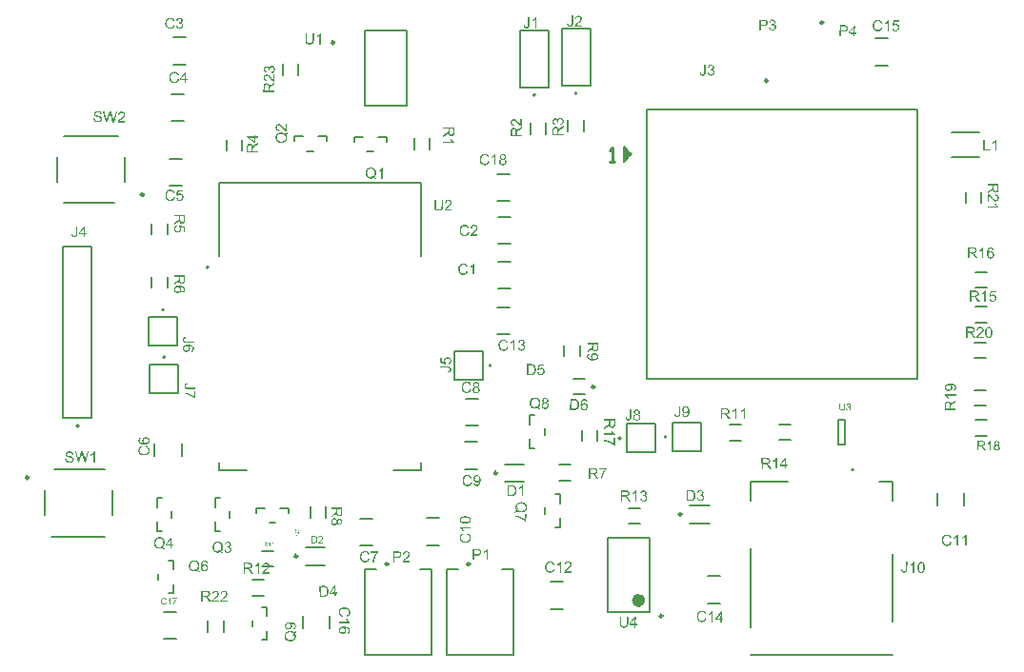
<source format=gto>
G04*
G04 #@! TF.GenerationSoftware,Altium Limited,Altium Designer,22.5.1 (42)*
G04*
G04 Layer_Color=65535*
%FSLAX44Y44*%
%MOMM*%
G71*
G04*
G04 #@! TF.SameCoordinates,196CC927-6612-49A9-9877-457204B07366*
G04*
G04*
G04 #@! TF.FilePolarity,Positive*
G04*
G01*
G75*
%ADD10C,0.2000*%
%ADD11C,0.2500*%
%ADD12C,0.6000*%
%ADD13C,0.1000*%
%ADD14C,0.1270*%
%ADD15C,0.2540*%
G36*
X109459Y-260017D02*
X109405Y-266332D01*
X110730Y-266343D01*
X110721Y-267443D01*
X109396Y-267432D01*
X109376Y-269771D01*
X108178Y-269761D01*
X108198Y-267421D01*
X103955Y-267386D01*
X103964Y-266286D01*
X108486Y-260009D01*
X109459Y-260017D01*
D02*
G37*
G36*
X96391Y-259907D02*
X96344Y-265545D01*
X96343Y-265559D01*
X96343Y-265602D01*
X96343Y-265672D01*
X96342Y-265757D01*
X96355Y-265855D01*
X96354Y-265982D01*
X96366Y-266250D01*
X96391Y-266561D01*
X96431Y-266871D01*
X96485Y-267168D01*
X96512Y-267295D01*
X96553Y-267422D01*
X96567Y-267450D01*
X96595Y-267521D01*
X96664Y-267620D01*
X96748Y-267762D01*
X96845Y-267904D01*
X96985Y-268060D01*
X97153Y-268216D01*
X97349Y-268345D01*
X97377Y-268359D01*
X97447Y-268402D01*
X97574Y-268446D01*
X97743Y-268503D01*
X97939Y-268575D01*
X98193Y-268620D01*
X98460Y-268664D01*
X98756Y-268681D01*
X98897Y-268682D01*
X98982Y-268669D01*
X99109Y-268670D01*
X99236Y-268657D01*
X99546Y-268603D01*
X99885Y-268535D01*
X100210Y-268426D01*
X100522Y-268273D01*
X100663Y-268176D01*
X100791Y-268064D01*
X100806Y-268050D01*
X100820Y-268036D01*
X100848Y-267994D01*
X100891Y-267938D01*
X100934Y-267854D01*
X100991Y-267770D01*
X101049Y-267643D01*
X101106Y-267517D01*
X101164Y-267362D01*
X101208Y-267179D01*
X101266Y-266968D01*
X101310Y-266743D01*
X101354Y-266490D01*
X101385Y-266222D01*
X101416Y-265912D01*
X101418Y-265588D01*
X101466Y-259949D01*
X102763Y-259960D01*
X102715Y-265599D01*
X102715Y-265613D01*
X102715Y-265669D01*
X102714Y-265740D01*
X102713Y-265839D01*
X102698Y-265965D01*
X102697Y-266106D01*
X102681Y-266275D01*
X102666Y-266444D01*
X102620Y-266825D01*
X102561Y-267219D01*
X102473Y-267599D01*
X102415Y-267782D01*
X102357Y-267950D01*
X102357Y-267964D01*
X102343Y-267992D01*
X102314Y-268034D01*
X102285Y-268090D01*
X102200Y-268245D01*
X102071Y-268441D01*
X101900Y-268665D01*
X101701Y-268889D01*
X101445Y-269127D01*
X101133Y-269335D01*
X101119Y-269335D01*
X101090Y-269363D01*
X101048Y-269377D01*
X100977Y-269419D01*
X100892Y-269460D01*
X100779Y-269502D01*
X100666Y-269543D01*
X100525Y-269598D01*
X100369Y-269653D01*
X100200Y-269694D01*
X100016Y-269735D01*
X99804Y-269775D01*
X99593Y-269802D01*
X99367Y-269828D01*
X98859Y-269852D01*
X98732Y-269851D01*
X98634Y-269836D01*
X98521Y-269835D01*
X98380Y-269820D01*
X98225Y-269804D01*
X98070Y-269789D01*
X97718Y-269730D01*
X97338Y-269642D01*
X96973Y-269526D01*
X96622Y-269368D01*
X96608Y-269368D01*
X96580Y-269339D01*
X96538Y-269311D01*
X96481Y-269282D01*
X96327Y-269168D01*
X96145Y-269011D01*
X95935Y-268812D01*
X95740Y-268585D01*
X95545Y-268302D01*
X95393Y-267990D01*
X95393Y-267976D01*
X95379Y-267948D01*
X95365Y-267891D01*
X95338Y-267820D01*
X95310Y-267736D01*
X95283Y-267623D01*
X95242Y-267495D01*
X95215Y-267340D01*
X95188Y-267171D01*
X95147Y-266987D01*
X95121Y-266790D01*
X95094Y-266578D01*
X95068Y-266338D01*
X95056Y-266084D01*
X95044Y-265816D01*
X95047Y-265534D01*
X95094Y-259896D01*
X96391Y-259907D01*
D02*
G37*
G36*
X298701Y-70103D02*
X298821Y-70121D01*
X298969Y-70149D01*
X299135Y-70195D01*
X299302Y-70250D01*
X299468Y-70324D01*
X299478D01*
X299487Y-70334D01*
X299542Y-70361D01*
X299625Y-70417D01*
X299718Y-70482D01*
X299829Y-70574D01*
X299940Y-70676D01*
X300051Y-70796D01*
X300143Y-70935D01*
X300152Y-70953D01*
X300180Y-70999D01*
X300217Y-71083D01*
X300263Y-71184D01*
X300310Y-71304D01*
X300347Y-71443D01*
X300374Y-71600D01*
X300384Y-71757D01*
Y-71776D01*
Y-71831D01*
X300374Y-71905D01*
X300356Y-72007D01*
X300328Y-72127D01*
X300282Y-72257D01*
X300226Y-72386D01*
X300152Y-72516D01*
X300143Y-72534D01*
X300116Y-72571D01*
X300060Y-72636D01*
X299986Y-72710D01*
X299894Y-72793D01*
X299783Y-72885D01*
X299653Y-72969D01*
X299496Y-73052D01*
X299505D01*
X299524Y-73061D01*
X299552Y-73070D01*
X299589Y-73080D01*
X299690Y-73116D01*
X299820Y-73172D01*
X299967Y-73246D01*
X300116Y-73338D01*
X300254Y-73459D01*
X300384Y-73597D01*
X300393Y-73616D01*
X300430Y-73671D01*
X300485Y-73764D01*
X300541Y-73884D01*
X300596Y-74032D01*
X300652Y-74208D01*
X300689Y-74411D01*
X300698Y-74633D01*
Y-74642D01*
Y-74670D01*
Y-74716D01*
X300689Y-74771D01*
X300679Y-74845D01*
X300661Y-74929D01*
X300643Y-75021D01*
X300624Y-75123D01*
X300550Y-75345D01*
X300494Y-75465D01*
X300439Y-75576D01*
X300365Y-75696D01*
X300282Y-75816D01*
X300189Y-75936D01*
X300079Y-76047D01*
X300069Y-76057D01*
X300051Y-76075D01*
X300014Y-76103D01*
X299967Y-76140D01*
X299912Y-76186D01*
X299838Y-76232D01*
X299755Y-76288D01*
X299653Y-76334D01*
X299552Y-76389D01*
X299431Y-76445D01*
X299311Y-76491D01*
X299172Y-76537D01*
X299025Y-76574D01*
X298867Y-76602D01*
X298710Y-76621D01*
X298535Y-76630D01*
X298451D01*
X298396Y-76621D01*
X298322Y-76611D01*
X298239Y-76602D01*
X298146Y-76584D01*
X298044Y-76565D01*
X297823Y-76510D01*
X297591Y-76417D01*
X297471Y-76362D01*
X297360Y-76297D01*
X297249Y-76214D01*
X297138Y-76131D01*
X297129Y-76121D01*
X297111Y-76103D01*
X297083Y-76075D01*
X297055Y-76038D01*
X297009Y-75992D01*
X296963Y-75927D01*
X296907Y-75862D01*
X296852Y-75779D01*
X296796Y-75687D01*
X296741Y-75594D01*
X296639Y-75373D01*
X296556Y-75114D01*
X296528Y-74975D01*
X296510Y-74827D01*
X297296Y-74725D01*
Y-74735D01*
X297305Y-74753D01*
X297314Y-74790D01*
X297323Y-74836D01*
X297333Y-74892D01*
X297351Y-74956D01*
X297397Y-75095D01*
X297462Y-75262D01*
X297545Y-75419D01*
X297638Y-75567D01*
X297749Y-75696D01*
X297767Y-75705D01*
X297804Y-75742D01*
X297878Y-75788D01*
X297971Y-75835D01*
X298081Y-75890D01*
X298220Y-75936D01*
X298377Y-75973D01*
X298544Y-75983D01*
X298599D01*
X298636Y-75973D01*
X298738Y-75964D01*
X298867Y-75936D01*
X299015Y-75890D01*
X299172Y-75826D01*
X299330Y-75733D01*
X299478Y-75604D01*
X299496Y-75585D01*
X299542Y-75530D01*
X299598Y-75446D01*
X299672Y-75335D01*
X299746Y-75197D01*
X299801Y-75040D01*
X299847Y-74855D01*
X299866Y-74651D01*
Y-74642D01*
Y-74624D01*
Y-74596D01*
X299857Y-74559D01*
X299847Y-74457D01*
X299820Y-74337D01*
X299783Y-74189D01*
X299718Y-74041D01*
X299625Y-73893D01*
X299505Y-73755D01*
X299487Y-73736D01*
X299440Y-73699D01*
X299367Y-73643D01*
X299265Y-73579D01*
X299135Y-73514D01*
X298978Y-73459D01*
X298803Y-73422D01*
X298608Y-73403D01*
X298525D01*
X298461Y-73412D01*
X298377Y-73422D01*
X298285Y-73440D01*
X298174Y-73459D01*
X298054Y-73486D01*
X298146Y-72793D01*
X298192D01*
X298229Y-72802D01*
X298350D01*
X298451Y-72784D01*
X298571Y-72765D01*
X298710Y-72737D01*
X298867Y-72691D01*
X299015Y-72627D01*
X299172Y-72543D01*
X299182D01*
X299191Y-72534D01*
X299237Y-72497D01*
X299302Y-72432D01*
X299376Y-72349D01*
X299450Y-72229D01*
X299515Y-72090D01*
X299561Y-71933D01*
X299579Y-71841D01*
Y-71739D01*
Y-71730D01*
Y-71720D01*
Y-71665D01*
X299561Y-71591D01*
X299542Y-71489D01*
X299505Y-71378D01*
X299459Y-71258D01*
X299385Y-71138D01*
X299283Y-71027D01*
X299274Y-71018D01*
X299228Y-70981D01*
X299163Y-70935D01*
X299080Y-70879D01*
X298969Y-70833D01*
X298840Y-70787D01*
X298692Y-70750D01*
X298525Y-70740D01*
X298451D01*
X298368Y-70759D01*
X298257Y-70777D01*
X298137Y-70814D01*
X298017Y-70861D01*
X297887Y-70935D01*
X297767Y-71027D01*
X297758Y-71036D01*
X297721Y-71083D01*
X297665Y-71147D01*
X297601Y-71240D01*
X297536Y-71360D01*
X297471Y-71508D01*
X297416Y-71684D01*
X297379Y-71887D01*
X296593Y-71748D01*
Y-71739D01*
X296602Y-71711D01*
X296611Y-71674D01*
X296621Y-71619D01*
X296639Y-71554D01*
X296667Y-71480D01*
X296722Y-71304D01*
X296815Y-71101D01*
X296926Y-70898D01*
X297064Y-70703D01*
X297240Y-70528D01*
X297249Y-70518D01*
X297268Y-70509D01*
X297296Y-70491D01*
X297333Y-70463D01*
X297379Y-70426D01*
X297444Y-70389D01*
X297508Y-70352D01*
X297591Y-70306D01*
X297776Y-70232D01*
X297989Y-70158D01*
X298239Y-70112D01*
X298368Y-70093D01*
X298599D01*
X298701Y-70103D01*
D02*
G37*
G36*
X295410Y-73819D02*
Y-73829D01*
Y-73865D01*
Y-73912D01*
Y-73976D01*
X295400Y-74060D01*
Y-74152D01*
X295391Y-74263D01*
X295382Y-74374D01*
X295354Y-74624D01*
X295317Y-74882D01*
X295261Y-75132D01*
X295225Y-75252D01*
X295188Y-75363D01*
Y-75373D01*
X295178Y-75391D01*
X295160Y-75419D01*
X295141Y-75456D01*
X295086Y-75557D01*
X295003Y-75687D01*
X294892Y-75835D01*
X294762Y-75983D01*
X294596Y-76140D01*
X294393Y-76279D01*
X294383D01*
X294365Y-76297D01*
X294337Y-76306D01*
X294291Y-76334D01*
X294235Y-76362D01*
X294161Y-76389D01*
X294087Y-76417D01*
X293995Y-76454D01*
X293893Y-76491D01*
X293782Y-76519D01*
X293662Y-76547D01*
X293523Y-76574D01*
X293385Y-76593D01*
X293237Y-76611D01*
X292904Y-76630D01*
X292821D01*
X292756Y-76621D01*
X292682D01*
X292590Y-76611D01*
X292488Y-76602D01*
X292386Y-76593D01*
X292155Y-76556D01*
X291905Y-76500D01*
X291665Y-76427D01*
X291434Y-76325D01*
X291425D01*
X291406Y-76306D01*
X291378Y-76288D01*
X291341Y-76269D01*
X291240Y-76195D01*
X291119Y-76094D01*
X290981Y-75964D01*
X290851Y-75816D01*
X290722Y-75631D01*
X290620Y-75428D01*
Y-75419D01*
X290611Y-75400D01*
X290602Y-75363D01*
X290583Y-75317D01*
X290565Y-75262D01*
X290546Y-75188D01*
X290518Y-75104D01*
X290500Y-75003D01*
X290482Y-74892D01*
X290454Y-74771D01*
X290435Y-74642D01*
X290417Y-74503D01*
X290398Y-74346D01*
X290389Y-74180D01*
X290380Y-74004D01*
Y-73819D01*
Y-70121D01*
X291231D01*
Y-73819D01*
Y-73829D01*
Y-73856D01*
Y-73902D01*
Y-73958D01*
X291240Y-74023D01*
Y-74106D01*
X291249Y-74282D01*
X291267Y-74485D01*
X291295Y-74688D01*
X291332Y-74882D01*
X291351Y-74966D01*
X291378Y-75049D01*
X291388Y-75067D01*
X291406Y-75114D01*
X291452Y-75178D01*
X291508Y-75271D01*
X291572Y-75363D01*
X291665Y-75465D01*
X291776Y-75567D01*
X291905Y-75650D01*
X291924Y-75659D01*
X291970Y-75687D01*
X292053Y-75715D01*
X292164Y-75752D01*
X292294Y-75798D01*
X292460Y-75826D01*
X292636Y-75853D01*
X292830Y-75862D01*
X292922D01*
X292978Y-75853D01*
X293061D01*
X293144Y-75844D01*
X293348Y-75807D01*
X293570Y-75761D01*
X293782Y-75687D01*
X293986Y-75585D01*
X294078Y-75520D01*
X294161Y-75446D01*
X294171Y-75437D01*
X294180Y-75428D01*
X294198Y-75400D01*
X294226Y-75363D01*
X294254Y-75308D01*
X294291Y-75252D01*
X294328Y-75169D01*
X294365Y-75086D01*
X294402Y-74984D01*
X294429Y-74864D01*
X294466Y-74725D01*
X294494Y-74577D01*
X294522Y-74411D01*
X294540Y-74235D01*
X294559Y-74032D01*
Y-73819D01*
Y-70121D01*
X295410D01*
Y-73819D01*
D02*
G37*
G36*
X-61959Y105384D02*
Y105370D01*
Y105314D01*
Y105243D01*
Y105144D01*
X-61973Y105017D01*
Y104876D01*
X-61987Y104707D01*
X-62001Y104538D01*
X-62043Y104158D01*
X-62100Y103763D01*
X-62185Y103382D01*
X-62241Y103199D01*
X-62297Y103030D01*
Y103016D01*
X-62311Y102988D01*
X-62340Y102945D01*
X-62368Y102889D01*
X-62452Y102734D01*
X-62579Y102536D01*
X-62748Y102311D01*
X-62946Y102085D01*
X-63199Y101846D01*
X-63510Y101634D01*
X-63524D01*
X-63552Y101606D01*
X-63594Y101592D01*
X-63665Y101550D01*
X-63749Y101507D01*
X-63862Y101465D01*
X-63975Y101423D01*
X-64116Y101366D01*
X-64271Y101310D01*
X-64440Y101268D01*
X-64623Y101225D01*
X-64835Y101183D01*
X-65046Y101155D01*
X-65272Y101127D01*
X-65779Y101099D01*
X-65906D01*
X-66005Y101113D01*
X-66118D01*
X-66259Y101127D01*
X-66414Y101141D01*
X-66569Y101155D01*
X-66921Y101211D01*
X-67302Y101296D01*
X-67668Y101409D01*
X-68021Y101564D01*
X-68035D01*
X-68063Y101592D01*
X-68105Y101620D01*
X-68162Y101648D01*
X-68317Y101761D01*
X-68500Y101916D01*
X-68711Y102114D01*
X-68909Y102339D01*
X-69106Y102621D01*
X-69261Y102931D01*
Y102945D01*
X-69275Y102973D01*
X-69289Y103030D01*
X-69317Y103100D01*
X-69346Y103185D01*
X-69374Y103298D01*
X-69416Y103425D01*
X-69444Y103580D01*
X-69473Y103749D01*
X-69515Y103932D01*
X-69543Y104129D01*
X-69571Y104341D01*
X-69599Y104580D01*
X-69614Y104834D01*
X-69628Y105102D01*
Y105384D01*
Y111023D01*
X-68331D01*
Y105384D01*
Y105370D01*
Y105328D01*
Y105257D01*
Y105173D01*
X-68317Y105074D01*
Y104947D01*
X-68303Y104679D01*
X-68274Y104369D01*
X-68232Y104059D01*
X-68176Y103763D01*
X-68148Y103636D01*
X-68105Y103509D01*
X-68091Y103481D01*
X-68063Y103411D01*
X-67992Y103312D01*
X-67908Y103171D01*
X-67809Y103030D01*
X-67668Y102875D01*
X-67499Y102720D01*
X-67302Y102593D01*
X-67274Y102579D01*
X-67203Y102536D01*
X-67076Y102494D01*
X-66907Y102438D01*
X-66710Y102367D01*
X-66456Y102325D01*
X-66188Y102283D01*
X-65892Y102269D01*
X-65751D01*
X-65666Y102283D01*
X-65539D01*
X-65413Y102297D01*
X-65103Y102353D01*
X-64764Y102424D01*
X-64440Y102536D01*
X-64130Y102691D01*
X-63989Y102790D01*
X-63862Y102903D01*
X-63848Y102917D01*
X-63834Y102931D01*
X-63806Y102973D01*
X-63763Y103030D01*
X-63721Y103114D01*
X-63665Y103199D01*
X-63608Y103326D01*
X-63552Y103453D01*
X-63495Y103608D01*
X-63453Y103791D01*
X-63397Y104003D01*
X-63355Y104228D01*
X-63312Y104482D01*
X-63284Y104750D01*
X-63256Y105060D01*
Y105384D01*
Y111023D01*
X-61959D01*
Y105384D01*
D02*
G37*
G36*
X-56828Y111051D02*
X-56715Y111037D01*
X-56574Y111023D01*
X-56419Y110995D01*
X-56264Y110967D01*
X-55897Y110868D01*
X-55531Y110727D01*
X-55347Y110642D01*
X-55164Y110543D01*
X-54995Y110417D01*
X-54840Y110276D01*
X-54826Y110262D01*
X-54798Y110247D01*
X-54769Y110191D01*
X-54713Y110135D01*
X-54643Y110064D01*
X-54572Y109966D01*
X-54502Y109867D01*
X-54417Y109740D01*
X-54276Y109472D01*
X-54135Y109134D01*
X-54079Y108965D01*
X-54050Y108767D01*
X-54022Y108570D01*
X-54008Y108358D01*
Y108330D01*
Y108260D01*
X-54022Y108147D01*
X-54036Y107992D01*
X-54065Y107823D01*
X-54121Y107626D01*
X-54177Y107414D01*
X-54262Y107203D01*
X-54276Y107174D01*
X-54304Y107104D01*
X-54361Y106991D01*
X-54445Y106836D01*
X-54558Y106667D01*
X-54699Y106455D01*
X-54868Y106244D01*
X-55065Y106004D01*
X-55094Y105976D01*
X-55164Y105892D01*
X-55235Y105821D01*
X-55305Y105751D01*
X-55390Y105666D01*
X-55503Y105553D01*
X-55615Y105440D01*
X-55756Y105314D01*
X-55897Y105173D01*
X-56066Y105017D01*
X-56250Y104862D01*
X-56447Y104679D01*
X-56673Y104496D01*
X-56898Y104299D01*
X-56912Y104284D01*
X-56940Y104256D01*
X-56997Y104214D01*
X-57067Y104158D01*
X-57152Y104073D01*
X-57250Y103988D01*
X-57476Y103805D01*
X-57716Y103594D01*
X-57941Y103382D01*
X-58139Y103199D01*
X-58223Y103128D01*
X-58294Y103058D01*
X-58308Y103044D01*
X-58350Y103002D01*
X-58407Y102945D01*
X-58477Y102861D01*
X-58547Y102762D01*
X-58632Y102663D01*
X-58801Y102424D01*
X-53994D01*
Y101268D01*
X-60465D01*
Y101282D01*
Y101338D01*
Y101423D01*
X-60451Y101536D01*
X-60436Y101662D01*
X-60408Y101803D01*
X-60380Y101944D01*
X-60324Y102099D01*
Y102114D01*
X-60310Y102128D01*
X-60281Y102212D01*
X-60225Y102339D01*
X-60140Y102508D01*
X-60028Y102706D01*
X-59887Y102931D01*
X-59732Y103157D01*
X-59534Y103396D01*
Y103411D01*
X-59506Y103425D01*
X-59436Y103509D01*
X-59309Y103636D01*
X-59125Y103819D01*
X-58914Y104031D01*
X-58646Y104284D01*
X-58322Y104566D01*
X-57969Y104862D01*
X-57955Y104876D01*
X-57899Y104919D01*
X-57814Y104989D01*
X-57716Y105074D01*
X-57589Y105187D01*
X-57434Y105314D01*
X-57279Y105455D01*
X-57095Y105610D01*
X-56743Y105948D01*
X-56391Y106286D01*
X-56221Y106455D01*
X-56066Y106625D01*
X-55925Y106780D01*
X-55813Y106935D01*
Y106949D01*
X-55784Y106963D01*
X-55756Y107005D01*
X-55728Y107062D01*
X-55629Y107217D01*
X-55517Y107400D01*
X-55418Y107626D01*
X-55319Y107865D01*
X-55263Y108133D01*
X-55235Y108387D01*
Y108401D01*
Y108415D01*
X-55249Y108499D01*
X-55263Y108640D01*
X-55305Y108795D01*
X-55361Y108993D01*
X-55460Y109190D01*
X-55587Y109388D01*
X-55756Y109585D01*
X-55784Y109613D01*
X-55855Y109670D01*
X-55954Y109740D01*
X-56109Y109839D01*
X-56306Y109923D01*
X-56532Y110008D01*
X-56799Y110064D01*
X-57095Y110078D01*
X-57180D01*
X-57236Y110064D01*
X-57406Y110050D01*
X-57603Y110008D01*
X-57814Y109951D01*
X-58054Y109853D01*
X-58280Y109726D01*
X-58491Y109557D01*
X-58519Y109529D01*
X-58576Y109458D01*
X-58660Y109345D01*
X-58745Y109176D01*
X-58843Y108979D01*
X-58928Y108725D01*
X-58984Y108443D01*
X-59013Y108119D01*
X-60239Y108246D01*
Y108260D01*
X-60225Y108302D01*
Y108373D01*
X-60211Y108471D01*
X-60183Y108584D01*
X-60155Y108711D01*
X-60112Y108866D01*
X-60070Y109021D01*
X-59957Y109359D01*
X-59788Y109698D01*
X-59689Y109867D01*
X-59562Y110036D01*
X-59436Y110191D01*
X-59295Y110332D01*
X-59281Y110346D01*
X-59252Y110360D01*
X-59210Y110403D01*
X-59139Y110445D01*
X-59055Y110501D01*
X-58956Y110558D01*
X-58843Y110628D01*
X-58703Y110699D01*
X-58547Y110769D01*
X-58378Y110840D01*
X-58195Y110896D01*
X-57998Y110952D01*
X-57786Y110995D01*
X-57561Y111037D01*
X-57321Y111051D01*
X-57067Y111065D01*
X-56926D01*
X-56828Y111051D01*
D02*
G37*
G36*
X-176671Y253333D02*
Y253319D01*
Y253263D01*
Y253192D01*
Y253093D01*
X-176685Y252966D01*
Y252826D01*
X-176699Y252656D01*
X-176713Y252487D01*
X-176756Y252106D01*
X-176812Y251712D01*
X-176897Y251331D01*
X-176953Y251148D01*
X-177009Y250979D01*
Y250965D01*
X-177024Y250937D01*
X-177052Y250894D01*
X-177080Y250838D01*
X-177164Y250683D01*
X-177291Y250485D01*
X-177460Y250260D01*
X-177658Y250034D01*
X-177912Y249795D01*
X-178222Y249583D01*
X-178236D01*
X-178264Y249555D01*
X-178306Y249541D01*
X-178377Y249499D01*
X-178461Y249456D01*
X-178574Y249414D01*
X-178687Y249372D01*
X-178828Y249315D01*
X-178983Y249259D01*
X-179152Y249217D01*
X-179335Y249174D01*
X-179547Y249132D01*
X-179758Y249104D01*
X-179984Y249076D01*
X-180491Y249048D01*
X-180618D01*
X-180717Y249062D01*
X-180830D01*
X-180971Y249076D01*
X-181126Y249090D01*
X-181281Y249104D01*
X-181633Y249160D01*
X-182014Y249245D01*
X-182380Y249358D01*
X-182733Y249513D01*
X-182747D01*
X-182775Y249541D01*
X-182817Y249569D01*
X-182874Y249597D01*
X-183029Y249710D01*
X-183212Y249865D01*
X-183424Y250062D01*
X-183621Y250288D01*
X-183818Y250570D01*
X-183973Y250880D01*
Y250894D01*
X-183987Y250922D01*
X-184002Y250979D01*
X-184030Y251049D01*
X-184058Y251134D01*
X-184086Y251247D01*
X-184128Y251374D01*
X-184157Y251528D01*
X-184185Y251698D01*
X-184227Y251881D01*
X-184255Y252078D01*
X-184284Y252290D01*
X-184312Y252529D01*
X-184326Y252783D01*
X-184340Y253051D01*
Y253333D01*
Y258972D01*
X-183043D01*
Y253333D01*
Y253319D01*
Y253277D01*
Y253206D01*
Y253121D01*
X-183029Y253023D01*
Y252896D01*
X-183015Y252628D01*
X-182987Y252318D01*
X-182944Y252008D01*
X-182888Y251712D01*
X-182860Y251585D01*
X-182817Y251458D01*
X-182803Y251430D01*
X-182775Y251359D01*
X-182705Y251261D01*
X-182620Y251120D01*
X-182521Y250979D01*
X-182380Y250824D01*
X-182211Y250669D01*
X-182014Y250542D01*
X-181986Y250528D01*
X-181915Y250485D01*
X-181788Y250443D01*
X-181619Y250387D01*
X-181422Y250316D01*
X-181168Y250274D01*
X-180900Y250232D01*
X-180604Y250217D01*
X-180463D01*
X-180379Y250232D01*
X-180252D01*
X-180125Y250246D01*
X-179815Y250302D01*
X-179476Y250373D01*
X-179152Y250485D01*
X-178842Y250640D01*
X-178701Y250739D01*
X-178574Y250852D01*
X-178560Y250866D01*
X-178546Y250880D01*
X-178518Y250922D01*
X-178475Y250979D01*
X-178433Y251063D01*
X-178377Y251148D01*
X-178320Y251275D01*
X-178264Y251402D01*
X-178208Y251557D01*
X-178165Y251740D01*
X-178109Y251951D01*
X-178067Y252177D01*
X-178024Y252431D01*
X-177996Y252699D01*
X-177968Y253009D01*
Y253333D01*
Y258972D01*
X-176671D01*
Y253333D01*
D02*
G37*
G36*
X-170497Y249217D02*
X-171695D01*
Y256843D01*
X-171709Y256829D01*
X-171779Y256773D01*
X-171864Y256688D01*
X-172005Y256589D01*
X-172160Y256462D01*
X-172357Y256322D01*
X-172583Y256166D01*
X-172837Y256011D01*
X-172851D01*
X-172865Y255997D01*
X-172950Y255941D01*
X-173090Y255870D01*
X-173260Y255786D01*
X-173457Y255687D01*
X-173668Y255588D01*
X-173880Y255490D01*
X-174091Y255405D01*
Y256561D01*
X-174077D01*
X-174049Y256589D01*
X-173993Y256603D01*
X-173922Y256646D01*
X-173838Y256688D01*
X-173739Y256744D01*
X-173499Y256885D01*
X-173217Y257041D01*
X-172935Y257238D01*
X-172639Y257463D01*
X-172343Y257703D01*
X-172329Y257717D01*
X-172315Y257731D01*
X-172273Y257773D01*
X-172216Y257816D01*
X-172090Y257957D01*
X-171920Y258126D01*
X-171751Y258323D01*
X-171568Y258549D01*
X-171413Y258774D01*
X-171272Y259014D01*
X-170497D01*
Y249217D01*
D02*
G37*
G36*
X-368667Y189958D02*
X-368569Y189942D01*
X-368470Y189940D01*
X-368203Y189906D01*
X-367908Y189858D01*
X-367599Y189781D01*
X-367263Y189689D01*
X-366955Y189570D01*
X-366941Y189570D01*
X-366913Y189555D01*
X-366871Y189526D01*
X-366816Y189497D01*
X-366676Y189423D01*
X-366496Y189293D01*
X-366287Y189147D01*
X-366079Y188960D01*
X-365886Y188744D01*
X-365708Y188501D01*
X-365708Y188487D01*
X-365695Y188473D01*
X-365667Y188430D01*
X-365640Y188387D01*
X-365572Y188244D01*
X-365491Y188060D01*
X-365397Y187832D01*
X-365332Y187563D01*
X-365268Y187279D01*
X-365246Y186969D01*
X-366488Y186896D01*
X-366488Y186910D01*
X-366488Y186938D01*
X-366501Y186980D01*
X-366513Y187051D01*
X-366552Y187207D01*
X-366604Y187420D01*
X-366684Y187647D01*
X-366807Y187875D01*
X-366957Y188090D01*
X-367150Y188291D01*
X-367178Y188306D01*
X-367248Y188363D01*
X-367387Y188451D01*
X-367568Y188539D01*
X-367806Y188629D01*
X-368086Y188719D01*
X-368438Y188783D01*
X-368832Y188805D01*
X-369029Y188809D01*
X-369114Y188797D01*
X-369227Y188785D01*
X-369482Y188762D01*
X-369765Y188711D01*
X-370048Y188647D01*
X-370318Y188539D01*
X-370432Y188471D01*
X-370546Y188403D01*
X-370575Y188390D01*
X-370632Y188334D01*
X-370719Y188237D01*
X-370806Y188126D01*
X-370908Y187973D01*
X-370996Y187806D01*
X-371056Y187610D01*
X-371089Y187385D01*
X-371090Y187357D01*
X-371091Y187300D01*
X-371079Y187201D01*
X-371053Y187088D01*
X-371013Y186946D01*
X-370946Y186804D01*
X-370864Y186661D01*
X-370740Y186518D01*
X-370726Y186503D01*
X-370657Y186460D01*
X-370601Y186416D01*
X-370546Y186387D01*
X-370462Y186343D01*
X-370364Y186284D01*
X-370238Y186239D01*
X-370098Y186180D01*
X-369945Y186121D01*
X-369763Y186046D01*
X-369567Y185986D01*
X-369343Y185911D01*
X-369090Y185849D01*
X-368810Y185773D01*
X-368796Y185773D01*
X-368740Y185758D01*
X-368655Y185742D01*
X-368557Y185711D01*
X-368431Y185681D01*
X-368277Y185635D01*
X-368123Y185590D01*
X-367954Y185544D01*
X-367590Y185438D01*
X-367240Y185332D01*
X-367072Y185272D01*
X-366918Y185212D01*
X-366778Y185167D01*
X-366666Y185109D01*
X-366652Y185108D01*
X-366624Y185094D01*
X-366582Y185065D01*
X-366527Y185035D01*
X-366373Y184947D01*
X-366192Y184831D01*
X-365984Y184671D01*
X-365776Y184498D01*
X-365583Y184297D01*
X-365418Y184082D01*
X-365405Y184053D01*
X-365350Y183982D01*
X-365296Y183854D01*
X-365215Y183683D01*
X-365148Y183484D01*
X-365083Y183243D01*
X-365046Y182974D01*
X-365038Y182692D01*
X-365038Y182678D01*
X-365038Y182664D01*
X-365039Y182622D01*
X-365040Y182565D01*
X-365072Y182411D01*
X-365104Y182214D01*
X-365165Y181990D01*
X-365241Y181752D01*
X-365358Y181500D01*
X-365519Y181236D01*
X-365519Y181222D01*
X-365534Y181208D01*
X-365606Y181125D01*
X-365707Y181000D01*
X-365851Y180862D01*
X-366038Y180696D01*
X-366267Y180518D01*
X-366524Y180354D01*
X-366823Y180205D01*
X-366837Y180205D01*
X-366866Y180192D01*
X-366908Y180179D01*
X-366965Y180152D01*
X-367051Y180125D01*
X-367150Y180085D01*
X-367377Y180033D01*
X-367646Y179968D01*
X-367971Y179904D01*
X-368325Y179869D01*
X-368706Y179863D01*
X-368931Y179868D01*
X-369044Y179884D01*
X-369170Y179887D01*
X-369311Y179904D01*
X-369480Y179921D01*
X-369831Y179985D01*
X-370196Y180049D01*
X-370561Y180155D01*
X-370910Y180289D01*
X-370925Y180289D01*
X-370952Y180304D01*
X-370994Y180333D01*
X-371050Y180362D01*
X-371217Y180450D01*
X-371412Y180581D01*
X-371634Y180755D01*
X-371870Y180957D01*
X-372090Y181201D01*
X-372296Y181474D01*
X-372296Y181488D01*
X-372323Y181516D01*
X-372337Y181559D01*
X-372378Y181616D01*
X-372405Y181687D01*
X-372445Y181773D01*
X-372539Y181986D01*
X-372633Y182256D01*
X-372711Y182554D01*
X-372761Y182893D01*
X-372781Y183246D01*
X-371567Y183334D01*
X-371567Y183320D01*
X-371568Y183306D01*
X-371554Y183263D01*
X-371555Y183207D01*
X-371530Y183079D01*
X-371491Y182895D01*
X-371439Y182711D01*
X-371387Y182498D01*
X-371292Y182299D01*
X-371197Y182114D01*
X-371184Y182099D01*
X-371142Y182042D01*
X-371074Y181942D01*
X-370963Y181841D01*
X-370825Y181711D01*
X-370672Y181581D01*
X-370464Y181450D01*
X-370241Y181333D01*
X-370226Y181332D01*
X-370213Y181318D01*
X-370171Y181303D01*
X-370129Y181288D01*
X-369989Y181243D01*
X-369806Y181183D01*
X-369582Y181122D01*
X-369329Y181074D01*
X-369048Y181040D01*
X-368738Y181020D01*
X-368611Y181017D01*
X-368470Y181028D01*
X-368301Y181039D01*
X-368103Y181063D01*
X-367877Y181087D01*
X-367650Y181138D01*
X-367437Y181205D01*
X-367409Y181218D01*
X-367338Y181245D01*
X-367238Y181299D01*
X-367110Y181353D01*
X-366981Y181449D01*
X-366838Y181545D01*
X-366695Y181655D01*
X-366579Y181793D01*
X-366565Y181807D01*
X-366535Y181863D01*
X-366492Y181933D01*
X-366433Y182044D01*
X-366374Y182156D01*
X-366329Y182296D01*
X-366298Y182450D01*
X-366280Y182619D01*
X-366280Y182633D01*
X-366278Y182704D01*
X-366291Y182788D01*
X-366302Y182901D01*
X-366343Y183015D01*
X-366382Y183157D01*
X-366449Y183299D01*
X-366545Y183428D01*
X-366559Y183443D01*
X-366601Y183486D01*
X-366656Y183543D01*
X-366753Y183630D01*
X-366864Y183717D01*
X-367017Y183819D01*
X-367198Y183921D01*
X-367408Y184010D01*
X-367421Y184024D01*
X-367492Y184040D01*
X-367604Y184084D01*
X-367674Y184100D01*
X-367772Y184130D01*
X-367870Y184174D01*
X-367996Y184205D01*
X-368136Y184251D01*
X-368304Y184296D01*
X-368473Y184342D01*
X-368669Y184402D01*
X-368893Y184463D01*
X-369131Y184525D01*
X-369146Y184525D01*
X-369188Y184540D01*
X-369258Y184555D01*
X-369342Y184585D01*
X-369454Y184616D01*
X-369580Y184647D01*
X-369860Y184737D01*
X-370168Y184842D01*
X-370490Y184947D01*
X-370770Y185052D01*
X-370896Y185111D01*
X-371008Y185170D01*
X-371022Y185170D01*
X-371035Y185184D01*
X-371119Y185242D01*
X-371244Y185315D01*
X-371383Y185431D01*
X-371549Y185561D01*
X-371715Y185720D01*
X-371881Y185907D01*
X-372018Y186107D01*
X-372031Y186135D01*
X-372072Y186207D01*
X-372126Y186321D01*
X-372179Y186463D01*
X-372232Y186647D01*
X-372284Y186860D01*
X-372322Y187086D01*
X-372331Y187326D01*
X-372331Y187340D01*
X-372330Y187354D01*
X-372329Y187396D01*
X-372328Y187453D01*
X-372297Y187593D01*
X-372265Y187776D01*
X-372219Y187986D01*
X-372143Y188224D01*
X-372040Y188462D01*
X-371894Y188699D01*
X-371894Y188713D01*
X-371879Y188727D01*
X-371807Y188810D01*
X-371706Y188920D01*
X-371576Y189059D01*
X-371404Y189210D01*
X-371189Y189375D01*
X-370932Y189525D01*
X-370647Y189660D01*
X-370633Y189660D01*
X-370605Y189673D01*
X-370562Y189687D01*
X-370505Y189713D01*
X-370434Y189740D01*
X-370335Y189766D01*
X-370122Y189818D01*
X-369854Y189869D01*
X-369542Y189919D01*
X-369217Y189955D01*
X-368851Y189961D01*
X-368667Y189958D01*
D02*
G37*
G36*
X-362681Y189666D02*
X-361361Y183237D01*
X-361361Y183223D01*
X-361347Y183194D01*
X-361334Y183138D01*
X-361322Y183067D01*
X-361310Y182968D01*
X-361284Y182869D01*
X-361258Y182741D01*
X-361233Y182600D01*
X-361168Y182302D01*
X-361105Y181963D01*
X-361042Y181595D01*
X-360979Y181227D01*
X-360979Y181241D01*
X-360963Y181297D01*
X-360934Y181367D01*
X-360917Y181479D01*
X-360887Y181592D01*
X-360842Y181732D01*
X-360765Y182040D01*
X-360674Y182349D01*
X-360643Y182503D01*
X-360597Y182643D01*
X-360566Y182770D01*
X-360536Y182882D01*
X-360506Y182966D01*
X-360491Y183022D01*
X-358509Y189580D01*
X-356945Y189548D01*
X-355665Y184572D01*
X-355665Y184558D01*
X-355639Y184487D01*
X-355612Y184388D01*
X-355587Y184260D01*
X-355548Y184090D01*
X-355495Y183906D01*
X-355443Y183694D01*
X-355392Y183453D01*
X-355327Y183183D01*
X-355276Y182915D01*
X-355161Y182334D01*
X-355047Y181725D01*
X-354961Y181103D01*
X-354961Y181117D01*
X-354946Y181145D01*
X-354945Y181202D01*
X-354915Y181271D01*
X-354899Y181356D01*
X-354869Y181454D01*
X-354852Y181580D01*
X-354807Y181721D01*
X-354730Y182029D01*
X-354638Y182394D01*
X-354546Y182787D01*
X-354424Y183221D01*
X-352773Y189462D01*
X-351462Y189435D01*
X-354340Y179737D01*
X-355609Y179763D01*
X-357500Y187232D01*
X-357499Y187247D01*
X-357513Y187275D01*
X-357526Y187318D01*
X-357539Y187388D01*
X-357578Y187544D01*
X-357616Y187728D01*
X-357669Y187927D01*
X-357721Y188111D01*
X-357760Y188267D01*
X-357773Y188338D01*
X-357786Y188381D01*
X-357787Y188366D01*
X-357801Y188353D01*
X-357817Y188268D01*
X-357848Y188142D01*
X-357893Y187988D01*
X-357939Y187820D01*
X-357999Y187624D01*
X-358046Y187427D01*
X-358106Y187245D01*
X-360316Y179860D01*
X-361669Y179888D01*
X-364020Y189693D01*
X-362681Y189666D01*
D02*
G37*
G36*
X-347374Y189393D02*
X-347276Y189377D01*
X-347163Y189361D01*
X-347022Y189344D01*
X-346868Y189312D01*
X-346713Y189281D01*
X-346349Y189175D01*
X-345985Y189026D01*
X-345804Y188938D01*
X-345623Y188836D01*
X-345456Y188705D01*
X-345304Y188561D01*
X-345290Y188547D01*
X-345262Y188532D01*
X-345235Y188475D01*
X-345180Y188417D01*
X-345111Y188346D01*
X-345043Y188246D01*
X-344974Y188145D01*
X-344892Y188017D01*
X-344757Y187746D01*
X-344623Y187405D01*
X-344570Y187235D01*
X-344546Y187037D01*
X-344522Y186839D01*
X-344512Y186627D01*
X-344512Y186599D01*
X-344514Y186528D01*
X-344530Y186416D01*
X-344548Y186261D01*
X-344579Y186093D01*
X-344640Y185897D01*
X-344701Y185686D01*
X-344789Y185477D01*
X-344804Y185449D01*
X-344834Y185379D01*
X-344892Y185267D01*
X-344980Y185114D01*
X-345096Y184947D01*
X-345242Y184739D01*
X-345415Y184531D01*
X-345617Y184295D01*
X-345646Y184268D01*
X-345718Y184184D01*
X-345790Y184116D01*
X-345862Y184046D01*
X-345948Y183964D01*
X-346064Y183853D01*
X-346179Y183743D01*
X-346322Y183619D01*
X-346466Y183481D01*
X-346638Y183329D01*
X-346825Y183178D01*
X-347026Y182999D01*
X-347255Y182820D01*
X-347485Y182628D01*
X-347499Y182614D01*
X-347528Y182586D01*
X-347585Y182545D01*
X-347657Y182490D01*
X-347743Y182407D01*
X-347843Y182325D01*
X-348073Y182146D01*
X-348317Y181940D01*
X-348546Y181733D01*
X-348748Y181554D01*
X-348834Y181485D01*
X-348905Y181416D01*
X-348920Y181402D01*
X-348963Y181361D01*
X-349021Y181306D01*
X-349093Y181222D01*
X-349165Y181125D01*
X-349252Y181028D01*
X-349426Y180792D01*
X-344620Y180693D01*
X-344644Y179538D01*
X-351113Y179671D01*
X-351113Y179685D01*
X-351111Y179741D01*
X-351110Y179826D01*
X-351093Y179938D01*
X-351077Y180065D01*
X-351045Y180205D01*
X-351014Y180345D01*
X-350955Y180499D01*
X-350954Y180513D01*
X-350940Y180527D01*
X-350910Y180611D01*
X-350851Y180737D01*
X-350763Y180904D01*
X-350646Y181099D01*
X-350501Y181322D01*
X-350341Y181544D01*
X-350139Y181780D01*
X-350139Y181794D01*
X-350110Y181807D01*
X-350038Y181890D01*
X-349908Y182015D01*
X-349721Y182194D01*
X-349506Y182401D01*
X-349233Y182649D01*
X-348903Y182924D01*
X-348544Y183213D01*
X-348530Y183227D01*
X-348473Y183268D01*
X-348387Y183337D01*
X-348286Y183419D01*
X-348157Y183530D01*
X-347999Y183653D01*
X-347841Y183791D01*
X-347655Y183942D01*
X-347296Y184273D01*
X-346936Y184604D01*
X-346764Y184770D01*
X-346605Y184936D01*
X-346461Y185088D01*
X-346345Y185241D01*
X-346345Y185255D01*
X-346316Y185268D01*
X-346287Y185310D01*
X-346258Y185366D01*
X-346156Y185519D01*
X-346040Y185700D01*
X-345936Y185923D01*
X-345833Y186161D01*
X-345771Y186427D01*
X-345738Y186681D01*
X-345737Y186695D01*
X-345737Y186709D01*
X-345749Y186794D01*
X-345760Y186935D01*
X-345800Y187091D01*
X-345852Y187289D01*
X-345947Y187489D01*
X-346069Y187689D01*
X-346234Y187889D01*
X-346262Y187918D01*
X-346331Y187976D01*
X-346429Y188048D01*
X-346582Y188150D01*
X-346777Y188239D01*
X-347001Y188328D01*
X-347267Y188390D01*
X-347563Y188410D01*
X-347648Y188412D01*
X-347705Y188399D01*
X-347874Y188388D01*
X-348072Y188350D01*
X-348285Y188298D01*
X-348526Y188204D01*
X-348754Y188082D01*
X-348969Y187917D01*
X-348998Y187890D01*
X-349056Y187820D01*
X-349143Y187709D01*
X-349231Y187542D01*
X-349333Y187347D01*
X-349423Y187095D01*
X-349485Y186814D01*
X-349520Y186490D01*
X-350744Y186642D01*
X-350744Y186657D01*
X-350729Y186699D01*
X-350727Y186769D01*
X-350711Y186867D01*
X-350681Y186980D01*
X-350650Y187106D01*
X-350604Y187260D01*
X-350559Y187414D01*
X-350439Y187750D01*
X-350263Y188085D01*
X-350161Y188252D01*
X-350031Y188419D01*
X-349901Y188571D01*
X-349757Y188709D01*
X-349742Y188723D01*
X-349714Y188736D01*
X-349671Y188778D01*
X-349599Y188818D01*
X-349514Y188873D01*
X-349414Y188927D01*
X-349300Y188996D01*
X-349157Y189063D01*
X-349001Y189130D01*
X-348830Y189198D01*
X-348646Y189250D01*
X-348447Y189303D01*
X-348235Y189340D01*
X-348009Y189378D01*
X-347769Y189387D01*
X-347515Y189396D01*
X-347374Y189393D01*
D02*
G37*
G36*
X-393709Y-112839D02*
X-393610D01*
X-393342Y-112867D01*
X-393046Y-112909D01*
X-392736Y-112980D01*
X-392398Y-113064D01*
X-392088Y-113177D01*
X-392073D01*
X-392045Y-113191D01*
X-392003Y-113219D01*
X-391946Y-113248D01*
X-391805Y-113318D01*
X-391622Y-113445D01*
X-391411Y-113586D01*
X-391199Y-113769D01*
X-391002Y-113981D01*
X-390819Y-114220D01*
Y-114235D01*
X-390805Y-114249D01*
X-390776Y-114291D01*
X-390748Y-114333D01*
X-390678Y-114474D01*
X-390593Y-114657D01*
X-390494Y-114883D01*
X-390424Y-115151D01*
X-390354Y-115433D01*
X-390325Y-115743D01*
X-391566Y-115842D01*
Y-115827D01*
Y-115799D01*
X-391580Y-115757D01*
X-391594Y-115687D01*
X-391636Y-115531D01*
X-391693Y-115320D01*
X-391777Y-115094D01*
X-391904Y-114869D01*
X-392059Y-114657D01*
X-392257Y-114460D01*
X-392285Y-114446D01*
X-392355Y-114389D01*
X-392496Y-114305D01*
X-392680Y-114220D01*
X-392919Y-114136D01*
X-393201Y-114051D01*
X-393554Y-113995D01*
X-393948Y-113981D01*
X-394146D01*
X-394230Y-113995D01*
X-394343Y-114009D01*
X-394597Y-114037D01*
X-394879Y-114094D01*
X-395161Y-114164D01*
X-395429Y-114277D01*
X-395541Y-114347D01*
X-395654Y-114418D01*
X-395682Y-114432D01*
X-395739Y-114488D01*
X-395823Y-114587D01*
X-395908Y-114700D01*
X-396006Y-114855D01*
X-396091Y-115024D01*
X-396147Y-115221D01*
X-396176Y-115447D01*
Y-115475D01*
Y-115531D01*
X-396161Y-115630D01*
X-396133Y-115743D01*
X-396091Y-115884D01*
X-396021Y-116025D01*
X-395936Y-116166D01*
X-395809Y-116307D01*
X-395795Y-116321D01*
X-395724Y-116363D01*
X-395668Y-116405D01*
X-395612Y-116434D01*
X-395527Y-116476D01*
X-395429Y-116532D01*
X-395302Y-116575D01*
X-395161Y-116631D01*
X-395006Y-116687D01*
X-394822Y-116758D01*
X-394625Y-116814D01*
X-394399Y-116885D01*
X-394146Y-116941D01*
X-393864Y-117012D01*
X-393850D01*
X-393793Y-117026D01*
X-393709Y-117040D01*
X-393610Y-117068D01*
X-393483Y-117096D01*
X-393328Y-117138D01*
X-393173Y-117181D01*
X-393004Y-117223D01*
X-392637Y-117322D01*
X-392285Y-117420D01*
X-392116Y-117477D01*
X-391961Y-117533D01*
X-391820Y-117576D01*
X-391707Y-117632D01*
X-391693D01*
X-391665Y-117646D01*
X-391622Y-117674D01*
X-391566Y-117702D01*
X-391411Y-117787D01*
X-391228Y-117900D01*
X-391016Y-118055D01*
X-390805Y-118224D01*
X-390607Y-118421D01*
X-390438Y-118633D01*
X-390424Y-118661D01*
X-390368Y-118731D01*
X-390311Y-118858D01*
X-390227Y-119027D01*
X-390156Y-119225D01*
X-390086Y-119465D01*
X-390043Y-119732D01*
X-390029Y-120014D01*
Y-120028D01*
Y-120042D01*
Y-120085D01*
Y-120141D01*
X-390057Y-120296D01*
X-390086Y-120493D01*
X-390142Y-120719D01*
X-390213Y-120959D01*
X-390325Y-121213D01*
X-390480Y-121480D01*
Y-121494D01*
X-390494Y-121509D01*
X-390565Y-121593D01*
X-390664Y-121720D01*
X-390805Y-121861D01*
X-390988Y-122030D01*
X-391213Y-122213D01*
X-391467Y-122382D01*
X-391763Y-122538D01*
X-391777D01*
X-391805Y-122552D01*
X-391848Y-122566D01*
X-391904Y-122594D01*
X-391989Y-122622D01*
X-392088Y-122664D01*
X-392313Y-122721D01*
X-392581Y-122791D01*
X-392905Y-122862D01*
X-393257Y-122904D01*
X-393638Y-122918D01*
X-393864D01*
X-393977Y-122904D01*
X-394103D01*
X-394244Y-122890D01*
X-394413Y-122876D01*
X-394766Y-122819D01*
X-395132Y-122763D01*
X-395499Y-122664D01*
X-395851Y-122538D01*
X-395866D01*
X-395894Y-122523D01*
X-395936Y-122495D01*
X-395992Y-122467D01*
X-396161Y-122382D01*
X-396359Y-122256D01*
X-396584Y-122086D01*
X-396824Y-121889D01*
X-397050Y-121650D01*
X-397261Y-121382D01*
Y-121368D01*
X-397289Y-121339D01*
X-397303Y-121297D01*
X-397346Y-121241D01*
X-397374Y-121170D01*
X-397416Y-121086D01*
X-397515Y-120874D01*
X-397613Y-120606D01*
X-397698Y-120310D01*
X-397755Y-119972D01*
X-397783Y-119620D01*
X-396570Y-119507D01*
Y-119521D01*
Y-119535D01*
X-396556Y-119577D01*
Y-119634D01*
X-396528Y-119761D01*
X-396486Y-119944D01*
X-396429Y-120127D01*
X-396373Y-120338D01*
X-396274Y-120536D01*
X-396176Y-120719D01*
X-396161Y-120733D01*
X-396119Y-120790D01*
X-396049Y-120888D01*
X-395936Y-120987D01*
X-395795Y-121114D01*
X-395640Y-121241D01*
X-395429Y-121368D01*
X-395203Y-121480D01*
X-395189D01*
X-395175Y-121494D01*
X-395132Y-121509D01*
X-395090Y-121523D01*
X-394949Y-121565D01*
X-394766Y-121621D01*
X-394540Y-121678D01*
X-394287Y-121720D01*
X-394005Y-121748D01*
X-393694Y-121762D01*
X-393568D01*
X-393427Y-121748D01*
X-393257Y-121734D01*
X-393060Y-121706D01*
X-392835Y-121678D01*
X-392609Y-121621D01*
X-392398Y-121551D01*
X-392369Y-121537D01*
X-392299Y-121509D01*
X-392200Y-121452D01*
X-392073Y-121396D01*
X-391946Y-121297D01*
X-391805Y-121198D01*
X-391665Y-121086D01*
X-391552Y-120945D01*
X-391538Y-120931D01*
X-391510Y-120874D01*
X-391467Y-120804D01*
X-391411Y-120691D01*
X-391354Y-120578D01*
X-391312Y-120437D01*
X-391284Y-120282D01*
X-391270Y-120113D01*
Y-120099D01*
Y-120028D01*
X-391284Y-119944D01*
X-391298Y-119831D01*
X-391340Y-119718D01*
X-391383Y-119577D01*
X-391453Y-119436D01*
X-391552Y-119309D01*
X-391566Y-119295D01*
X-391608Y-119253D01*
X-391665Y-119197D01*
X-391763Y-119112D01*
X-391876Y-119027D01*
X-392031Y-118929D01*
X-392214Y-118830D01*
X-392426Y-118745D01*
X-392440Y-118731D01*
X-392510Y-118717D01*
X-392623Y-118675D01*
X-392694Y-118661D01*
X-392792Y-118633D01*
X-392891Y-118590D01*
X-393018Y-118562D01*
X-393159Y-118520D01*
X-393328Y-118478D01*
X-393497Y-118435D01*
X-393694Y-118379D01*
X-393920Y-118323D01*
X-394160Y-118266D01*
X-394174D01*
X-394216Y-118252D01*
X-394287Y-118238D01*
X-394371Y-118210D01*
X-394484Y-118182D01*
X-394611Y-118153D01*
X-394893Y-118069D01*
X-395203Y-117970D01*
X-395527Y-117872D01*
X-395809Y-117773D01*
X-395936Y-117716D01*
X-396049Y-117660D01*
X-396063D01*
X-396077Y-117646D01*
X-396161Y-117590D01*
X-396288Y-117519D01*
X-396429Y-117406D01*
X-396599Y-117279D01*
X-396768Y-117124D01*
X-396937Y-116941D01*
X-397078Y-116744D01*
X-397092Y-116715D01*
X-397134Y-116645D01*
X-397191Y-116532D01*
X-397247Y-116391D01*
X-397303Y-116208D01*
X-397360Y-115997D01*
X-397402Y-115771D01*
X-397416Y-115531D01*
Y-115517D01*
Y-115503D01*
Y-115461D01*
Y-115405D01*
X-397388Y-115264D01*
X-397360Y-115080D01*
X-397318Y-114869D01*
X-397247Y-114629D01*
X-397148Y-114389D01*
X-397007Y-114150D01*
Y-114136D01*
X-396993Y-114122D01*
X-396923Y-114037D01*
X-396824Y-113924D01*
X-396697Y-113783D01*
X-396528Y-113628D01*
X-396317Y-113459D01*
X-396063Y-113304D01*
X-395781Y-113163D01*
X-395767D01*
X-395739Y-113149D01*
X-395696Y-113135D01*
X-395640Y-113107D01*
X-395569Y-113078D01*
X-395471Y-113050D01*
X-395259Y-112994D01*
X-394991Y-112937D01*
X-394681Y-112881D01*
X-394357Y-112839D01*
X-393991Y-112825D01*
X-393807D01*
X-393709Y-112839D01*
D02*
G37*
G36*
X-379273Y-122749D02*
X-380542D01*
X-382586Y-115320D01*
Y-115306D01*
X-382600Y-115278D01*
X-382614Y-115235D01*
X-382628Y-115165D01*
X-382671Y-115010D01*
X-382713Y-114826D01*
X-382769Y-114629D01*
X-382826Y-114446D01*
X-382868Y-114291D01*
X-382882Y-114220D01*
X-382896Y-114178D01*
Y-114192D01*
X-382910Y-114206D01*
X-382924Y-114291D01*
X-382953Y-114418D01*
X-382995Y-114573D01*
X-383037Y-114742D01*
X-383094Y-114939D01*
X-383136Y-115137D01*
X-383192Y-115320D01*
X-385250Y-122749D01*
X-386604D01*
X-389155Y-112994D01*
X-387816D01*
X-386364Y-119394D01*
Y-119408D01*
X-386350Y-119436D01*
X-386336Y-119493D01*
X-386322Y-119563D01*
X-386308Y-119662D01*
X-386279Y-119761D01*
X-386251Y-119887D01*
X-386223Y-120028D01*
X-386153Y-120324D01*
X-386082Y-120663D01*
X-386012Y-121029D01*
X-385941Y-121396D01*
Y-121382D01*
X-385927Y-121325D01*
X-385899Y-121255D01*
X-385885Y-121142D01*
X-385857Y-121029D01*
X-385814Y-120888D01*
X-385744Y-120578D01*
X-385659Y-120268D01*
X-385631Y-120113D01*
X-385589Y-119972D01*
X-385561Y-119845D01*
X-385532Y-119732D01*
X-385504Y-119648D01*
X-385490Y-119591D01*
X-383643Y-112994D01*
X-382079D01*
X-380697Y-117942D01*
Y-117956D01*
X-380669Y-118027D01*
X-380641Y-118125D01*
X-380612Y-118252D01*
X-380570Y-118421D01*
X-380514Y-118604D01*
X-380457Y-118816D01*
X-380401Y-119056D01*
X-380331Y-119324D01*
X-380274Y-119591D01*
X-380147Y-120169D01*
X-380020Y-120775D01*
X-379922Y-121396D01*
Y-121382D01*
X-379908Y-121354D01*
Y-121297D01*
X-379879Y-121227D01*
X-379865Y-121142D01*
X-379837Y-121043D01*
X-379823Y-120916D01*
X-379781Y-120775D01*
X-379710Y-120465D01*
X-379626Y-120099D01*
X-379541Y-119704D01*
X-379428Y-119267D01*
X-377906Y-112994D01*
X-376595D01*
X-379273Y-122749D01*
D02*
G37*
G36*
X-371365D02*
X-372563D01*
Y-115123D01*
X-372577Y-115137D01*
X-372648Y-115193D01*
X-372732Y-115278D01*
X-372873Y-115376D01*
X-373028Y-115503D01*
X-373226Y-115644D01*
X-373451Y-115799D01*
X-373705Y-115954D01*
X-373719D01*
X-373733Y-115968D01*
X-373818Y-116025D01*
X-373959Y-116095D01*
X-374128Y-116180D01*
X-374325Y-116278D01*
X-374537Y-116377D01*
X-374748Y-116476D01*
X-374960Y-116560D01*
Y-115405D01*
X-374945D01*
X-374917Y-115376D01*
X-374861Y-115362D01*
X-374790Y-115320D01*
X-374706Y-115278D01*
X-374607Y-115221D01*
X-374368Y-115080D01*
X-374086Y-114925D01*
X-373804Y-114728D01*
X-373508Y-114502D01*
X-373212Y-114263D01*
X-373198Y-114249D01*
X-373183Y-114235D01*
X-373141Y-114192D01*
X-373085Y-114150D01*
X-372958Y-114009D01*
X-372789Y-113840D01*
X-372620Y-113642D01*
X-372436Y-113417D01*
X-372281Y-113191D01*
X-372140Y-112952D01*
X-371365D01*
Y-122749D01*
D02*
G37*
G36*
X-214212Y230026D02*
X-214170Y230025D01*
X-214099Y230023D01*
X-214015Y230007D01*
X-213903Y229990D01*
X-213776Y229959D01*
X-213636Y229927D01*
X-213482Y229895D01*
X-213146Y229774D01*
X-212965Y229685D01*
X-212798Y229596D01*
X-212618Y229479D01*
X-212438Y229348D01*
X-212258Y229202D01*
X-212093Y229029D01*
X-212079Y229015D01*
X-212052Y228986D01*
X-212011Y228929D01*
X-211956Y228857D01*
X-211888Y228770D01*
X-211820Y228656D01*
X-211738Y228527D01*
X-211672Y228370D01*
X-211591Y228213D01*
X-211511Y228028D01*
X-211445Y227843D01*
X-211380Y227630D01*
X-211329Y227403D01*
X-211292Y227162D01*
X-211270Y226922D01*
X-211262Y226654D01*
X-211265Y226527D01*
X-211282Y226443D01*
X-211298Y226331D01*
X-211316Y226204D01*
X-211347Y226064D01*
X-211379Y225910D01*
X-211472Y225574D01*
X-211621Y225225D01*
X-211710Y225043D01*
X-211813Y224877D01*
X-211944Y224711D01*
X-212075Y224545D01*
X-212090Y224531D01*
X-212118Y224503D01*
X-212162Y224462D01*
X-212219Y224421D01*
X-212291Y224352D01*
X-212392Y224284D01*
X-212492Y224202D01*
X-212621Y224121D01*
X-212764Y224040D01*
X-212907Y223959D01*
X-213249Y223812D01*
X-213647Y223694D01*
X-213859Y223657D01*
X-214086Y223635D01*
X-214212Y224836D01*
X-214197Y224836D01*
X-214169Y224849D01*
X-214112Y224862D01*
X-214041Y224875D01*
X-213956Y224887D01*
X-213857Y224912D01*
X-213644Y224978D01*
X-213388Y225070D01*
X-213145Y225191D01*
X-212916Y225327D01*
X-212715Y225491D01*
X-212700Y225519D01*
X-212642Y225574D01*
X-212569Y225685D01*
X-212495Y225824D01*
X-212407Y225991D01*
X-212331Y226201D01*
X-212269Y226439D01*
X-212248Y226692D01*
X-212246Y226777D01*
X-212259Y226833D01*
X-212269Y226989D01*
X-212307Y227187D01*
X-212372Y227414D01*
X-212465Y227656D01*
X-212600Y227899D01*
X-212792Y228130D01*
X-212819Y228159D01*
X-212902Y228231D01*
X-213027Y228319D01*
X-213193Y228436D01*
X-213402Y228554D01*
X-213639Y228644D01*
X-213919Y228721D01*
X-214229Y228757D01*
X-214243Y228757D01*
X-214271Y228758D01*
X-214313Y228759D01*
X-214370Y228746D01*
X-214525Y228736D01*
X-214710Y228698D01*
X-214937Y228647D01*
X-215164Y228554D01*
X-215393Y228419D01*
X-215609Y228241D01*
X-215638Y228213D01*
X-215696Y228144D01*
X-215783Y228033D01*
X-215886Y227881D01*
X-215989Y227686D01*
X-216080Y227448D01*
X-216143Y227182D01*
X-216178Y226887D01*
X-216181Y226760D01*
X-216169Y226661D01*
X-216158Y226534D01*
X-216134Y226392D01*
X-216110Y226222D01*
X-216072Y226038D01*
X-217125Y226205D01*
X-217124Y226275D01*
X-217108Y226331D01*
X-217104Y226514D01*
X-217128Y226670D01*
X-217152Y226854D01*
X-217189Y227066D01*
X-217253Y227308D01*
X-217347Y227536D01*
X-217468Y227778D01*
X-217467Y227792D01*
X-217481Y227807D01*
X-217536Y227879D01*
X-217632Y227980D01*
X-217756Y228095D01*
X-217937Y228213D01*
X-218146Y228316D01*
X-218383Y228393D01*
X-218524Y228424D01*
X-218679Y228428D01*
X-218693Y228428D01*
X-218707Y228429D01*
X-218791Y228431D01*
X-218905Y228405D01*
X-219060Y228381D01*
X-219231Y228329D01*
X-219416Y228263D01*
X-219602Y228155D01*
X-219775Y228004D01*
X-219789Y227990D01*
X-219847Y227921D01*
X-219920Y227824D01*
X-220008Y227699D01*
X-220082Y227532D01*
X-220158Y227336D01*
X-220219Y227112D01*
X-220240Y226859D01*
X-220243Y226746D01*
X-220217Y226618D01*
X-220193Y226449D01*
X-220142Y226264D01*
X-220075Y226079D01*
X-219968Y225879D01*
X-219831Y225692D01*
X-219817Y225678D01*
X-219748Y225620D01*
X-219652Y225533D01*
X-219513Y225431D01*
X-219332Y225328D01*
X-219109Y225224D01*
X-218843Y225133D01*
X-218535Y225069D01*
X-218775Y223876D01*
X-218790Y223876D01*
X-218831Y223891D01*
X-218888Y223907D01*
X-218972Y223923D01*
X-219070Y223953D01*
X-219181Y223999D01*
X-219447Y224090D01*
X-219754Y224238D01*
X-220060Y224415D01*
X-220350Y224633D01*
X-220612Y224908D01*
X-220625Y224922D01*
X-220639Y224951D01*
X-220666Y224994D01*
X-220707Y225051D01*
X-220762Y225123D01*
X-220816Y225223D01*
X-220870Y225323D01*
X-220937Y225451D01*
X-221043Y225736D01*
X-221148Y226063D01*
X-221209Y226445D01*
X-221232Y226643D01*
X-221224Y226995D01*
X-221206Y227150D01*
X-221173Y227333D01*
X-221125Y227557D01*
X-221049Y227809D01*
X-220958Y228061D01*
X-220839Y228312D01*
X-220839Y228326D01*
X-220824Y228339D01*
X-220780Y228423D01*
X-220692Y228548D01*
X-220590Y228686D01*
X-220445Y228852D01*
X-220286Y229017D01*
X-220099Y229182D01*
X-219884Y229318D01*
X-219855Y229331D01*
X-219784Y229372D01*
X-219656Y229425D01*
X-219499Y229492D01*
X-219314Y229558D01*
X-219101Y229609D01*
X-218860Y229645D01*
X-218621Y229653D01*
X-218592Y229653D01*
X-218508Y229651D01*
X-218396Y229634D01*
X-218241Y229602D01*
X-218059Y229555D01*
X-217863Y229480D01*
X-217668Y229391D01*
X-217474Y229273D01*
X-217446Y229258D01*
X-217390Y229215D01*
X-217294Y229128D01*
X-217184Y229012D01*
X-217060Y228868D01*
X-216924Y228696D01*
X-216802Y228495D01*
X-216681Y228253D01*
X-216680Y228267D01*
X-216665Y228295D01*
X-216650Y228337D01*
X-216635Y228393D01*
X-216575Y228546D01*
X-216485Y228741D01*
X-216367Y228964D01*
X-216221Y229186D01*
X-216032Y229393D01*
X-215816Y229585D01*
X-215788Y229599D01*
X-215702Y229653D01*
X-215559Y229734D01*
X-215373Y229814D01*
X-215146Y229893D01*
X-214876Y229971D01*
X-214565Y230020D01*
X-214226Y230026D01*
X-214212Y230026D01*
D02*
G37*
G36*
X-218599Y222433D02*
X-218529Y222432D01*
X-218416Y222415D01*
X-218262Y222397D01*
X-218093Y222365D01*
X-217897Y222303D01*
X-217687Y222242D01*
X-217478Y222152D01*
X-217450Y222137D01*
X-217380Y222107D01*
X-217269Y222048D01*
X-217116Y221960D01*
X-216950Y221843D01*
X-216742Y221697D01*
X-216534Y221523D01*
X-216299Y221320D01*
X-216272Y221291D01*
X-216189Y221218D01*
X-216120Y221146D01*
X-216052Y221074D01*
X-215969Y220987D01*
X-215859Y220872D01*
X-215749Y220756D01*
X-215626Y220612D01*
X-215488Y220468D01*
X-215337Y220295D01*
X-215187Y220108D01*
X-215008Y219906D01*
X-214831Y219676D01*
X-214639Y219446D01*
X-214625Y219432D01*
X-214598Y219403D01*
X-214557Y219345D01*
X-214502Y219273D01*
X-214419Y219187D01*
X-214337Y219086D01*
X-214160Y218856D01*
X-213954Y218612D01*
X-213748Y218381D01*
X-213570Y218179D01*
X-213501Y218093D01*
X-213433Y218021D01*
X-213419Y218006D01*
X-213378Y217963D01*
X-213323Y217905D01*
X-213240Y217833D01*
X-213143Y217760D01*
X-213046Y217673D01*
X-212811Y217498D01*
X-212694Y222304D01*
X-211538Y222275D01*
X-211696Y215807D01*
X-211710Y215807D01*
X-211766Y215809D01*
X-211851Y215811D01*
X-211963Y215827D01*
X-212090Y215845D01*
X-212230Y215876D01*
X-212370Y215908D01*
X-212524Y215968D01*
X-212538Y215968D01*
X-212552Y215983D01*
X-212635Y216013D01*
X-212761Y216072D01*
X-212928Y216161D01*
X-213123Y216279D01*
X-213345Y216425D01*
X-213566Y216586D01*
X-213801Y216789D01*
X-213815Y216789D01*
X-213829Y216818D01*
X-213911Y216890D01*
X-214035Y217020D01*
X-214214Y217208D01*
X-214420Y217424D01*
X-214667Y217698D01*
X-214941Y218029D01*
X-215229Y218389D01*
X-215242Y218403D01*
X-215283Y218461D01*
X-215352Y218547D01*
X-215434Y218647D01*
X-215543Y218777D01*
X-215667Y218935D01*
X-215804Y219094D01*
X-215954Y219281D01*
X-216284Y219641D01*
X-216614Y220002D01*
X-216779Y220175D01*
X-216944Y220334D01*
X-217096Y220479D01*
X-217248Y220595D01*
X-217262Y220596D01*
X-217275Y220624D01*
X-217317Y220653D01*
X-217372Y220683D01*
X-217525Y220785D01*
X-217706Y220903D01*
X-217929Y221007D01*
X-218166Y221111D01*
X-218432Y221174D01*
X-218685Y221208D01*
X-218699Y221209D01*
X-218713Y221209D01*
X-218798Y221197D01*
X-218940Y221187D01*
X-219096Y221148D01*
X-219294Y221096D01*
X-219494Y221003D01*
X-219694Y220881D01*
X-219896Y220716D01*
X-219925Y220689D01*
X-219983Y220620D01*
X-220056Y220523D01*
X-220158Y220370D01*
X-220247Y220175D01*
X-220338Y219951D01*
X-220400Y219685D01*
X-220422Y219389D01*
X-220424Y219305D01*
X-220411Y219248D01*
X-220401Y219079D01*
X-220364Y218880D01*
X-220312Y218668D01*
X-220219Y218426D01*
X-220098Y218197D01*
X-219934Y217982D01*
X-219907Y217953D01*
X-219838Y217895D01*
X-219727Y217807D01*
X-219560Y217719D01*
X-219365Y217615D01*
X-219113Y217524D01*
X-218833Y217461D01*
X-218509Y217425D01*
X-218666Y216202D01*
X-218680Y216203D01*
X-218722Y216218D01*
X-218793Y216219D01*
X-218891Y216236D01*
X-219003Y216267D01*
X-219129Y216298D01*
X-219283Y216344D01*
X-219437Y216390D01*
X-219773Y216511D01*
X-220107Y216688D01*
X-220273Y216791D01*
X-220439Y216922D01*
X-220591Y217053D01*
X-220729Y217197D01*
X-220743Y217212D01*
X-220756Y217240D01*
X-220797Y217283D01*
X-220838Y217355D01*
X-220892Y217441D01*
X-220946Y217541D01*
X-221014Y217655D01*
X-221081Y217798D01*
X-221148Y217955D01*
X-221214Y218125D01*
X-221266Y218310D01*
X-221317Y218509D01*
X-221355Y218721D01*
X-221391Y218948D01*
X-221400Y219188D01*
X-221408Y219442D01*
X-221404Y219583D01*
X-221388Y219681D01*
X-221371Y219793D01*
X-221353Y219934D01*
X-221321Y220088D01*
X-221289Y220243D01*
X-221182Y220606D01*
X-221032Y220970D01*
X-220943Y221151D01*
X-220840Y221332D01*
X-220709Y221497D01*
X-220564Y221649D01*
X-220550Y221663D01*
X-220535Y221691D01*
X-220478Y221717D01*
X-220420Y221772D01*
X-220348Y221841D01*
X-220247Y221909D01*
X-220147Y221977D01*
X-220018Y222059D01*
X-219747Y222193D01*
X-219405Y222326D01*
X-219235Y222378D01*
X-219037Y222402D01*
X-218839Y222425D01*
X-218627Y222434D01*
X-218599Y222433D01*
D02*
G37*
G36*
X-211749Y213608D02*
X-213810Y212375D01*
X-213824Y212376D01*
X-213853Y212348D01*
X-213896Y212321D01*
X-213953Y212280D01*
X-214111Y212185D01*
X-214311Y212063D01*
X-214526Y211913D01*
X-214755Y211764D01*
X-214970Y211614D01*
X-215171Y211478D01*
X-215186Y211464D01*
X-215243Y211423D01*
X-215329Y211355D01*
X-215430Y211258D01*
X-215647Y211052D01*
X-215748Y210942D01*
X-215836Y210831D01*
X-215850Y210817D01*
X-215865Y210790D01*
X-215894Y210734D01*
X-215939Y210650D01*
X-215983Y210567D01*
X-216028Y210469D01*
X-216104Y210245D01*
X-216104Y210231D01*
X-216119Y210203D01*
X-216120Y210147D01*
X-216136Y210077D01*
X-216153Y209979D01*
X-216155Y209866D01*
X-216173Y209711D01*
X-216214Y208048D01*
X-211887Y207943D01*
X-211919Y206646D01*
X-221671Y206884D01*
X-221561Y211408D01*
X-221544Y211520D01*
X-221541Y211647D01*
X-221520Y211943D01*
X-221470Y212251D01*
X-221419Y212589D01*
X-221341Y212897D01*
X-221295Y213051D01*
X-221250Y213177D01*
X-221250Y213191D01*
X-221235Y213205D01*
X-221191Y213288D01*
X-221131Y213414D01*
X-221029Y213566D01*
X-220898Y213732D01*
X-220724Y213911D01*
X-220523Y214076D01*
X-220293Y214239D01*
X-220279Y214239D01*
X-220265Y214253D01*
X-220179Y214307D01*
X-220037Y214360D01*
X-219851Y214440D01*
X-219638Y214505D01*
X-219383Y214570D01*
X-219114Y214606D01*
X-218818Y214612D01*
X-218804Y214612D01*
X-218775Y214611D01*
X-218719Y214610D01*
X-218649Y214594D01*
X-218550Y214592D01*
X-218452Y214575D01*
X-218214Y214513D01*
X-217934Y214422D01*
X-217641Y214302D01*
X-217349Y214125D01*
X-217211Y214009D01*
X-217073Y213893D01*
X-217059Y213879D01*
X-217045Y213864D01*
X-217004Y213821D01*
X-216963Y213764D01*
X-216908Y213692D01*
X-216854Y213606D01*
X-216786Y213491D01*
X-216704Y213376D01*
X-216637Y213234D01*
X-216571Y213077D01*
X-216490Y212906D01*
X-216424Y212721D01*
X-216373Y212508D01*
X-216308Y212295D01*
X-216271Y212055D01*
X-216235Y211800D01*
X-216220Y211828D01*
X-216191Y211883D01*
X-216132Y211966D01*
X-216073Y212078D01*
X-215912Y212328D01*
X-215810Y212452D01*
X-215723Y212563D01*
X-215694Y212590D01*
X-215622Y212659D01*
X-215506Y212769D01*
X-215362Y212907D01*
X-215161Y213057D01*
X-214945Y213235D01*
X-214687Y213412D01*
X-214400Y213602D01*
X-211710Y215215D01*
X-211749Y213608D01*
D02*
G37*
G36*
X-256353Y-236887D02*
X-256240Y-236901D01*
X-256099Y-236915D01*
X-255944Y-236943D01*
X-255789Y-236971D01*
X-255422Y-237070D01*
X-255056Y-237211D01*
X-254872Y-237295D01*
X-254689Y-237394D01*
X-254520Y-237521D01*
X-254365Y-237662D01*
X-254351Y-237676D01*
X-254323Y-237690D01*
X-254294Y-237747D01*
X-254238Y-237803D01*
X-254168Y-237873D01*
X-254097Y-237972D01*
X-254027Y-238071D01*
X-253942Y-238198D01*
X-253801Y-238465D01*
X-253660Y-238804D01*
X-253604Y-238973D01*
X-253575Y-239170D01*
X-253547Y-239368D01*
X-253533Y-239579D01*
Y-239607D01*
Y-239678D01*
X-253547Y-239790D01*
X-253561Y-239946D01*
X-253590Y-240115D01*
X-253646Y-240312D01*
X-253702Y-240524D01*
X-253787Y-240735D01*
X-253801Y-240763D01*
X-253829Y-240834D01*
X-253886Y-240947D01*
X-253970Y-241101D01*
X-254083Y-241271D01*
X-254224Y-241482D01*
X-254393Y-241694D01*
X-254590Y-241933D01*
X-254619Y-241961D01*
X-254689Y-242046D01*
X-254760Y-242117D01*
X-254830Y-242187D01*
X-254915Y-242272D01*
X-255028Y-242384D01*
X-255140Y-242497D01*
X-255281Y-242624D01*
X-255422Y-242765D01*
X-255591Y-242920D01*
X-255775Y-243075D01*
X-255972Y-243258D01*
X-256197Y-243442D01*
X-256423Y-243639D01*
X-256437Y-243653D01*
X-256465Y-243681D01*
X-256522Y-243724D01*
X-256592Y-243780D01*
X-256677Y-243865D01*
X-256775Y-243949D01*
X-257001Y-244132D01*
X-257241Y-244344D01*
X-257466Y-244555D01*
X-257664Y-244739D01*
X-257748Y-244809D01*
X-257819Y-244879D01*
X-257833Y-244894D01*
X-257875Y-244936D01*
X-257931Y-244992D01*
X-258002Y-245077D01*
X-258072Y-245176D01*
X-258157Y-245274D01*
X-258326Y-245514D01*
X-253519D01*
Y-246670D01*
X-259990D01*
Y-246656D01*
Y-246599D01*
Y-246515D01*
X-259975Y-246402D01*
X-259961Y-246275D01*
X-259933Y-246134D01*
X-259905Y-245993D01*
X-259849Y-245838D01*
Y-245824D01*
X-259835Y-245810D01*
X-259806Y-245725D01*
X-259750Y-245599D01*
X-259665Y-245429D01*
X-259553Y-245232D01*
X-259412Y-245006D01*
X-259257Y-244781D01*
X-259059Y-244541D01*
Y-244527D01*
X-259031Y-244513D01*
X-258960Y-244428D01*
X-258834Y-244302D01*
X-258650Y-244118D01*
X-258439Y-243907D01*
X-258171Y-243653D01*
X-257847Y-243371D01*
X-257495Y-243075D01*
X-257480Y-243061D01*
X-257424Y-243019D01*
X-257339Y-242948D01*
X-257241Y-242864D01*
X-257114Y-242751D01*
X-256959Y-242624D01*
X-256804Y-242483D01*
X-256620Y-242328D01*
X-256268Y-241990D01*
X-255916Y-241651D01*
X-255746Y-241482D01*
X-255591Y-241313D01*
X-255450Y-241158D01*
X-255338Y-241003D01*
Y-240989D01*
X-255309Y-240975D01*
X-255281Y-240932D01*
X-255253Y-240876D01*
X-255154Y-240721D01*
X-255042Y-240538D01*
X-254943Y-240312D01*
X-254844Y-240072D01*
X-254788Y-239805D01*
X-254760Y-239551D01*
Y-239537D01*
Y-239523D01*
X-254774Y-239438D01*
X-254788Y-239297D01*
X-254830Y-239142D01*
X-254886Y-238945D01*
X-254985Y-238747D01*
X-255112Y-238550D01*
X-255281Y-238353D01*
X-255309Y-238324D01*
X-255380Y-238268D01*
X-255479Y-238198D01*
X-255634Y-238099D01*
X-255831Y-238014D01*
X-256057Y-237930D01*
X-256324Y-237873D01*
X-256620Y-237859D01*
X-256705D01*
X-256761Y-237873D01*
X-256931Y-237887D01*
X-257128Y-237930D01*
X-257339Y-237986D01*
X-257579Y-238085D01*
X-257805Y-238212D01*
X-258016Y-238381D01*
X-258044Y-238409D01*
X-258101Y-238479D01*
X-258185Y-238592D01*
X-258270Y-238761D01*
X-258368Y-238959D01*
X-258453Y-239213D01*
X-258509Y-239494D01*
X-258538Y-239819D01*
X-259764Y-239692D01*
Y-239678D01*
X-259750Y-239636D01*
Y-239565D01*
X-259736Y-239466D01*
X-259708Y-239354D01*
X-259680Y-239227D01*
X-259637Y-239072D01*
X-259595Y-238916D01*
X-259482Y-238578D01*
X-259313Y-238240D01*
X-259214Y-238071D01*
X-259087Y-237901D01*
X-258960Y-237747D01*
X-258820Y-237605D01*
X-258806Y-237591D01*
X-258777Y-237577D01*
X-258735Y-237535D01*
X-258664Y-237493D01*
X-258580Y-237436D01*
X-258481Y-237380D01*
X-258368Y-237309D01*
X-258228Y-237239D01*
X-258072Y-237169D01*
X-257903Y-237098D01*
X-257720Y-237042D01*
X-257523Y-236985D01*
X-257311Y-236943D01*
X-257086Y-236901D01*
X-256846Y-236887D01*
X-256592Y-236872D01*
X-256451D01*
X-256353Y-236887D01*
D02*
G37*
G36*
X-263937D02*
X-263824Y-236901D01*
X-263683Y-236915D01*
X-263528Y-236943D01*
X-263373Y-236971D01*
X-263006Y-237070D01*
X-262640Y-237211D01*
X-262457Y-237295D01*
X-262273Y-237394D01*
X-262104Y-237521D01*
X-261949Y-237662D01*
X-261935Y-237676D01*
X-261907Y-237690D01*
X-261879Y-237747D01*
X-261822Y-237803D01*
X-261752Y-237873D01*
X-261681Y-237972D01*
X-261611Y-238071D01*
X-261526Y-238198D01*
X-261385Y-238465D01*
X-261244Y-238804D01*
X-261188Y-238973D01*
X-261160Y-239170D01*
X-261131Y-239368D01*
X-261117Y-239579D01*
Y-239607D01*
Y-239678D01*
X-261131Y-239790D01*
X-261146Y-239946D01*
X-261174Y-240115D01*
X-261230Y-240312D01*
X-261287Y-240524D01*
X-261371Y-240735D01*
X-261385Y-240763D01*
X-261413Y-240834D01*
X-261470Y-240947D01*
X-261554Y-241101D01*
X-261667Y-241271D01*
X-261808Y-241482D01*
X-261977Y-241694D01*
X-262175Y-241933D01*
X-262203Y-241961D01*
X-262273Y-242046D01*
X-262344Y-242117D01*
X-262414Y-242187D01*
X-262499Y-242272D01*
X-262612Y-242384D01*
X-262724Y-242497D01*
X-262865Y-242624D01*
X-263006Y-242765D01*
X-263176Y-242920D01*
X-263359Y-243075D01*
X-263556Y-243258D01*
X-263782Y-243442D01*
X-264007Y-243639D01*
X-264021Y-243653D01*
X-264050Y-243681D01*
X-264106Y-243724D01*
X-264176Y-243780D01*
X-264261Y-243865D01*
X-264360Y-243949D01*
X-264585Y-244132D01*
X-264825Y-244344D01*
X-265050Y-244555D01*
X-265248Y-244739D01*
X-265332Y-244809D01*
X-265403Y-244879D01*
X-265417Y-244894D01*
X-265459Y-244936D01*
X-265516Y-244992D01*
X-265586Y-245077D01*
X-265657Y-245176D01*
X-265741Y-245274D01*
X-265910Y-245514D01*
X-261103D01*
Y-246670D01*
X-267574D01*
Y-246656D01*
Y-246599D01*
Y-246515D01*
X-267560Y-246402D01*
X-267546Y-246275D01*
X-267517Y-246134D01*
X-267489Y-245993D01*
X-267433Y-245838D01*
Y-245824D01*
X-267419Y-245810D01*
X-267390Y-245725D01*
X-267334Y-245599D01*
X-267250Y-245429D01*
X-267137Y-245232D01*
X-266996Y-245006D01*
X-266841Y-244781D01*
X-266643Y-244541D01*
Y-244527D01*
X-266615Y-244513D01*
X-266545Y-244428D01*
X-266418Y-244302D01*
X-266235Y-244118D01*
X-266023Y-243907D01*
X-265755Y-243653D01*
X-265431Y-243371D01*
X-265079Y-243075D01*
X-265065Y-243061D01*
X-265008Y-243019D01*
X-264924Y-242948D01*
X-264825Y-242864D01*
X-264698Y-242751D01*
X-264543Y-242624D01*
X-264388Y-242483D01*
X-264205Y-242328D01*
X-263852Y-241990D01*
X-263500Y-241651D01*
X-263331Y-241482D01*
X-263176Y-241313D01*
X-263035Y-241158D01*
X-262922Y-241003D01*
Y-240989D01*
X-262894Y-240975D01*
X-262865Y-240932D01*
X-262837Y-240876D01*
X-262738Y-240721D01*
X-262626Y-240538D01*
X-262527Y-240312D01*
X-262428Y-240072D01*
X-262372Y-239805D01*
X-262344Y-239551D01*
Y-239537D01*
Y-239523D01*
X-262358Y-239438D01*
X-262372Y-239297D01*
X-262414Y-239142D01*
X-262471Y-238945D01*
X-262569Y-238747D01*
X-262696Y-238550D01*
X-262865Y-238353D01*
X-262894Y-238324D01*
X-262964Y-238268D01*
X-263063Y-238198D01*
X-263218Y-238099D01*
X-263415Y-238014D01*
X-263641Y-237930D01*
X-263909Y-237873D01*
X-264205Y-237859D01*
X-264289D01*
X-264346Y-237873D01*
X-264515Y-237887D01*
X-264712Y-237930D01*
X-264924Y-237986D01*
X-265163Y-238085D01*
X-265389Y-238212D01*
X-265600Y-238381D01*
X-265628Y-238409D01*
X-265685Y-238479D01*
X-265769Y-238592D01*
X-265854Y-238761D01*
X-265953Y-238959D01*
X-266037Y-239213D01*
X-266094Y-239494D01*
X-266122Y-239819D01*
X-267348Y-239692D01*
Y-239678D01*
X-267334Y-239636D01*
Y-239565D01*
X-267320Y-239466D01*
X-267292Y-239354D01*
X-267264Y-239227D01*
X-267221Y-239072D01*
X-267179Y-238916D01*
X-267066Y-238578D01*
X-266897Y-238240D01*
X-266798Y-238071D01*
X-266672Y-237901D01*
X-266545Y-237747D01*
X-266404Y-237605D01*
X-266390Y-237591D01*
X-266362Y-237577D01*
X-266319Y-237535D01*
X-266249Y-237493D01*
X-266164Y-237436D01*
X-266065Y-237380D01*
X-265953Y-237309D01*
X-265812Y-237239D01*
X-265657Y-237169D01*
X-265487Y-237098D01*
X-265304Y-237042D01*
X-265107Y-236985D01*
X-264895Y-236943D01*
X-264670Y-236901D01*
X-264430Y-236887D01*
X-264176Y-236872D01*
X-264035D01*
X-263937Y-236887D01*
D02*
G37*
G36*
X-272099Y-236929D02*
X-271972D01*
X-271676Y-236943D01*
X-271366Y-236985D01*
X-271028Y-237027D01*
X-270717Y-237098D01*
X-270562Y-237140D01*
X-270436Y-237183D01*
X-270421D01*
X-270407Y-237197D01*
X-270323Y-237239D01*
X-270196Y-237295D01*
X-270041Y-237394D01*
X-269872Y-237521D01*
X-269688Y-237690D01*
X-269519Y-237887D01*
X-269350Y-238113D01*
Y-238127D01*
X-269336Y-238141D01*
X-269279Y-238226D01*
X-269223Y-238367D01*
X-269139Y-238550D01*
X-269068Y-238761D01*
X-268998Y-239015D01*
X-268955Y-239283D01*
X-268941Y-239579D01*
Y-239593D01*
Y-239621D01*
Y-239678D01*
X-268955Y-239748D01*
Y-239847D01*
X-268969Y-239946D01*
X-269026Y-240185D01*
X-269110Y-240467D01*
X-269223Y-240763D01*
X-269392Y-241059D01*
X-269505Y-241200D01*
X-269618Y-241341D01*
X-269632Y-241355D01*
X-269646Y-241369D01*
X-269688Y-241412D01*
X-269745Y-241454D01*
X-269815Y-241510D01*
X-269900Y-241567D01*
X-270013Y-241637D01*
X-270125Y-241722D01*
X-270266Y-241792D01*
X-270421Y-241863D01*
X-270591Y-241947D01*
X-270774Y-242018D01*
X-270985Y-242074D01*
X-271197Y-242145D01*
X-271436Y-242187D01*
X-271690Y-242229D01*
X-271662Y-242243D01*
X-271606Y-242272D01*
X-271521Y-242328D01*
X-271408Y-242384D01*
X-271154Y-242539D01*
X-271028Y-242638D01*
X-270915Y-242723D01*
X-270887Y-242751D01*
X-270816Y-242821D01*
X-270703Y-242934D01*
X-270562Y-243075D01*
X-270407Y-243272D01*
X-270224Y-243484D01*
X-270041Y-243738D01*
X-269843Y-244020D01*
X-268166Y-246670D01*
X-269773D01*
X-271056Y-244640D01*
Y-244626D01*
X-271084Y-244598D01*
X-271112Y-244555D01*
X-271154Y-244499D01*
X-271253Y-244344D01*
X-271380Y-244146D01*
X-271535Y-243935D01*
X-271690Y-243710D01*
X-271845Y-243498D01*
X-271986Y-243301D01*
X-272000Y-243287D01*
X-272043Y-243230D01*
X-272113Y-243146D01*
X-272212Y-243047D01*
X-272423Y-242836D01*
X-272536Y-242737D01*
X-272649Y-242652D01*
X-272663Y-242638D01*
X-272691Y-242624D01*
X-272747Y-242596D01*
X-272832Y-242554D01*
X-272917Y-242511D01*
X-273015Y-242469D01*
X-273241Y-242398D01*
X-273255D01*
X-273283Y-242384D01*
X-273340D01*
X-273410Y-242370D01*
X-273509Y-242356D01*
X-273621D01*
X-273776Y-242342D01*
X-275440D01*
Y-246670D01*
X-276737D01*
Y-236915D01*
X-272212D01*
X-272099Y-236929D01*
D02*
G37*
G36*
X431991Y120545D02*
X431977Y120432D01*
Y120306D01*
X431963Y120009D01*
X431920Y119699D01*
X431878Y119361D01*
X431807Y119051D01*
X431765Y118896D01*
X431723Y118769D01*
Y118755D01*
X431709Y118741D01*
X431666Y118656D01*
X431610Y118529D01*
X431511Y118374D01*
X431385Y118205D01*
X431215Y118022D01*
X431018Y117853D01*
X430793Y117683D01*
X430778D01*
X430764Y117669D01*
X430680Y117613D01*
X430539Y117557D01*
X430355Y117472D01*
X430144Y117402D01*
X429890Y117331D01*
X429622Y117289D01*
X429326Y117275D01*
X429312D01*
X429284D01*
X429228D01*
X429157Y117289D01*
X429058D01*
X428960Y117303D01*
X428720Y117359D01*
X428438Y117444D01*
X428142Y117557D01*
X427846Y117726D01*
X427705Y117839D01*
X427564Y117951D01*
X427550Y117965D01*
X427536Y117980D01*
X427494Y118022D01*
X427452Y118078D01*
X427395Y118149D01*
X427339Y118233D01*
X427268Y118346D01*
X427184Y118459D01*
X427113Y118600D01*
X427043Y118755D01*
X426958Y118924D01*
X426888Y119107D01*
X426831Y119319D01*
X426761Y119530D01*
X426718Y119770D01*
X426676Y120024D01*
X426662Y119995D01*
X426634Y119939D01*
X426577Y119854D01*
X426521Y119742D01*
X426366Y119488D01*
X426267Y119361D01*
X426183Y119248D01*
X426155Y119220D01*
X426084Y119150D01*
X425971Y119037D01*
X425830Y118896D01*
X425633Y118741D01*
X425421Y118558D01*
X425168Y118374D01*
X424886Y118177D01*
X422236Y116499D01*
Y118106D01*
X424266Y119389D01*
X424280D01*
X424308Y119417D01*
X424350Y119446D01*
X424407Y119488D01*
X424562Y119587D01*
X424759Y119713D01*
X424970Y119869D01*
X425196Y120024D01*
X425407Y120179D01*
X425605Y120320D01*
X425619Y120334D01*
X425675Y120376D01*
X425760Y120447D01*
X425858Y120545D01*
X426070Y120757D01*
X426169Y120870D01*
X426253Y120982D01*
X426267Y120996D01*
X426281Y121025D01*
X426310Y121081D01*
X426352Y121166D01*
X426394Y121250D01*
X426437Y121349D01*
X426507Y121574D01*
Y121588D01*
X426521Y121617D01*
Y121673D01*
X426535Y121743D01*
X426549Y121842D01*
Y121955D01*
X426563Y122110D01*
Y123773D01*
X422236D01*
Y125070D01*
X431991D01*
Y120545D01*
D02*
G37*
G36*
X422503Y115893D02*
X422630Y115879D01*
X422771Y115851D01*
X422912Y115823D01*
X423067Y115766D01*
X423081D01*
X423096Y115752D01*
X423180Y115724D01*
X423307Y115668D01*
X423476Y115583D01*
X423674Y115470D01*
X423899Y115329D01*
X424125Y115174D01*
X424364Y114977D01*
X424378D01*
X424392Y114949D01*
X424477Y114878D01*
X424604Y114751D01*
X424787Y114568D01*
X424999Y114357D01*
X425252Y114089D01*
X425534Y113765D01*
X425830Y113412D01*
X425844Y113398D01*
X425887Y113342D01*
X425957Y113257D01*
X426042Y113158D01*
X426155Y113032D01*
X426281Y112877D01*
X426422Y112721D01*
X426577Y112538D01*
X426916Y112186D01*
X427254Y111833D01*
X427423Y111664D01*
X427592Y111509D01*
X427747Y111368D01*
X427903Y111255D01*
X427917D01*
X427931Y111227D01*
X427973Y111199D01*
X428029Y111171D01*
X428185Y111072D01*
X428368Y110959D01*
X428593Y110861D01*
X428833Y110762D01*
X429101Y110705D01*
X429355Y110677D01*
X429369D01*
X429383D01*
X429467Y110691D01*
X429608Y110705D01*
X429763Y110748D01*
X429961Y110804D01*
X430158Y110903D01*
X430355Y111030D01*
X430553Y111199D01*
X430581Y111227D01*
X430637Y111298D01*
X430708Y111396D01*
X430807Y111551D01*
X430891Y111749D01*
X430976Y111974D01*
X431032Y112242D01*
X431046Y112538D01*
Y112623D01*
X431032Y112679D01*
X431018Y112848D01*
X430976Y113046D01*
X430919Y113257D01*
X430821Y113497D01*
X430694Y113722D01*
X430525Y113934D01*
X430496Y113962D01*
X430426Y114018D01*
X430313Y114103D01*
X430144Y114187D01*
X429947Y114286D01*
X429693Y114371D01*
X429411Y114427D01*
X429087Y114455D01*
X429214Y115682D01*
X429228D01*
X429270Y115668D01*
X429341D01*
X429439Y115654D01*
X429552Y115625D01*
X429679Y115597D01*
X429834Y115555D01*
X429989Y115513D01*
X430327Y115400D01*
X430666Y115231D01*
X430835Y115132D01*
X431004Y115005D01*
X431159Y114878D01*
X431300Y114737D01*
X431314Y114723D01*
X431328Y114695D01*
X431370Y114653D01*
X431413Y114582D01*
X431469Y114498D01*
X431525Y114399D01*
X431596Y114286D01*
X431666Y114145D01*
X431737Y113990D01*
X431807Y113821D01*
X431864Y113638D01*
X431920Y113440D01*
X431963Y113229D01*
X432005Y113003D01*
X432019Y112764D01*
X432033Y112510D01*
Y112369D01*
X432019Y112270D01*
X432005Y112157D01*
X431991Y112016D01*
X431963Y111861D01*
X431934Y111706D01*
X431836Y111340D01*
X431695Y110973D01*
X431610Y110790D01*
X431511Y110607D01*
X431385Y110438D01*
X431244Y110283D01*
X431230Y110268D01*
X431215Y110240D01*
X431159Y110212D01*
X431103Y110156D01*
X431032Y110085D01*
X430933Y110015D01*
X430835Y109944D01*
X430708Y109860D01*
X430440Y109719D01*
X430102Y109578D01*
X429933Y109521D01*
X429735Y109493D01*
X429538Y109465D01*
X429326Y109451D01*
X429298D01*
X429228D01*
X429115Y109465D01*
X428960Y109479D01*
X428791Y109507D01*
X428593Y109564D01*
X428382Y109620D01*
X428170Y109705D01*
X428142Y109719D01*
X428072Y109747D01*
X427959Y109803D01*
X427804Y109888D01*
X427635Y110001D01*
X427423Y110142D01*
X427212Y110311D01*
X426972Y110508D01*
X426944Y110536D01*
X426859Y110607D01*
X426789Y110677D01*
X426718Y110748D01*
X426634Y110832D01*
X426521Y110945D01*
X426408Y111058D01*
X426281Y111199D01*
X426140Y111340D01*
X425985Y111509D01*
X425830Y111692D01*
X425647Y111890D01*
X425464Y112115D01*
X425266Y112341D01*
X425252Y112355D01*
X425224Y112383D01*
X425182Y112439D01*
X425126Y112510D01*
X425041Y112594D01*
X424956Y112693D01*
X424773Y112919D01*
X424562Y113158D01*
X424350Y113384D01*
X424167Y113581D01*
X424096Y113666D01*
X424026Y113736D01*
X424012Y113750D01*
X423969Y113793D01*
X423913Y113849D01*
X423829Y113920D01*
X423730Y113990D01*
X423631Y114075D01*
X423391Y114244D01*
Y109437D01*
X422236D01*
Y115907D01*
X422250D01*
X422306D01*
X422391D01*
X422503Y115893D01*
D02*
G37*
G36*
X429580Y107224D02*
X429608Y107195D01*
X429622Y107139D01*
X429665Y107069D01*
X429707Y106984D01*
X429763Y106885D01*
X429904Y106646D01*
X430059Y106364D01*
X430257Y106082D01*
X430482Y105786D01*
X430722Y105490D01*
X430736Y105476D01*
X430750Y105461D01*
X430793Y105419D01*
X430835Y105363D01*
X430976Y105236D01*
X431145Y105067D01*
X431342Y104898D01*
X431568Y104714D01*
X431793Y104559D01*
X432033Y104418D01*
Y103643D01*
X422236D01*
Y104841D01*
X429862D01*
X429848Y104855D01*
X429792Y104926D01*
X429707Y105010D01*
X429608Y105151D01*
X429481Y105306D01*
X429341Y105504D01*
X429185Y105729D01*
X429030Y105983D01*
Y105997D01*
X429016Y106011D01*
X428960Y106096D01*
X428889Y106237D01*
X428805Y106406D01*
X428706Y106603D01*
X428607Y106815D01*
X428509Y107026D01*
X428424Y107238D01*
X429580D01*
Y107224D01*
D02*
G37*
G36*
X423227Y-2161D02*
X423382Y-2176D01*
X423565Y-2206D01*
X423776Y-2250D01*
X424001Y-2308D01*
X424240Y-2381D01*
X424465Y-2495D01*
X424479Y-2495D01*
X424493Y-2510D01*
X424563Y-2553D01*
X424675Y-2624D01*
X424815Y-2724D01*
X424969Y-2866D01*
X425137Y-3022D01*
X425291Y-3207D01*
X425444Y-3420D01*
X425458Y-3448D01*
X425514Y-3519D01*
X425569Y-3646D01*
X425667Y-3830D01*
X425749Y-4042D01*
X425860Y-4283D01*
X425957Y-4566D01*
X426039Y-4877D01*
X426039Y-4891D01*
X426052Y-4919D01*
X426066Y-4961D01*
X426080Y-5032D01*
X426093Y-5117D01*
X426106Y-5215D01*
X426133Y-5343D01*
X426147Y-5484D01*
X426173Y-5639D01*
X426186Y-5808D01*
X426199Y-6006D01*
X426225Y-6203D01*
X426238Y-6429D01*
X426236Y-6654D01*
X426248Y-6908D01*
X426246Y-7176D01*
X426245Y-7190D01*
X426245Y-7247D01*
X426244Y-7345D01*
X426243Y-7458D01*
X426228Y-7613D01*
X426227Y-7782D01*
X426211Y-7965D01*
X426195Y-8163D01*
X426149Y-8613D01*
X426075Y-9078D01*
X425987Y-9528D01*
X425929Y-9739D01*
X425857Y-9950D01*
X425857Y-9964D01*
X425842Y-9992D01*
X425814Y-10049D01*
X425785Y-10119D01*
X425756Y-10217D01*
X425699Y-10315D01*
X425584Y-10554D01*
X425441Y-10807D01*
X425255Y-11087D01*
X425042Y-11339D01*
X424786Y-11577D01*
X424772Y-11577D01*
X424758Y-11605D01*
X424715Y-11633D01*
X424659Y-11660D01*
X424588Y-11702D01*
X424517Y-11758D01*
X424305Y-11855D01*
X424050Y-11952D01*
X423753Y-12048D01*
X423400Y-12101D01*
X423020Y-12126D01*
X422879Y-12125D01*
X422780Y-12110D01*
X422667Y-12095D01*
X422527Y-12066D01*
X422372Y-12037D01*
X422203Y-11993D01*
X422034Y-11935D01*
X421852Y-11877D01*
X421669Y-11791D01*
X421487Y-11691D01*
X421304Y-11577D01*
X421122Y-11434D01*
X420954Y-11278D01*
X420800Y-11107D01*
X420786Y-11093D01*
X420759Y-11051D01*
X420717Y-10980D01*
X420647Y-10867D01*
X420578Y-10739D01*
X420509Y-10569D01*
X420412Y-10371D01*
X420329Y-10145D01*
X420246Y-9891D01*
X420164Y-9594D01*
X420082Y-9269D01*
X420015Y-8902D01*
X419947Y-8507D01*
X419908Y-8084D01*
X419884Y-7618D01*
X419874Y-7125D01*
X419874Y-7110D01*
X419874Y-7054D01*
X419875Y-6955D01*
X419876Y-6843D01*
X419892Y-6688D01*
X419893Y-6518D01*
X419908Y-6335D01*
X419924Y-6124D01*
X419970Y-5687D01*
X420044Y-5223D01*
X420133Y-4758D01*
X420191Y-4547D01*
X420249Y-4336D01*
X420249Y-4322D01*
X420263Y-4294D01*
X420292Y-4238D01*
X420321Y-4168D01*
X420350Y-4069D01*
X420407Y-3971D01*
X420522Y-3732D01*
X420665Y-3480D01*
X420850Y-3213D01*
X421064Y-2947D01*
X421319Y-2724D01*
X421333Y-2724D01*
X421348Y-2696D01*
X421390Y-2668D01*
X421447Y-2640D01*
X421518Y-2584D01*
X421603Y-2543D01*
X421815Y-2432D01*
X422070Y-2335D01*
X422366Y-2239D01*
X422719Y-2185D01*
X423100Y-2160D01*
X423227Y-2161D01*
D02*
G37*
G36*
X407523Y-2077D02*
X407636Y-2092D01*
X407763Y-2093D01*
X408059Y-2109D01*
X408368Y-2154D01*
X408706Y-2199D01*
X409016Y-2272D01*
X409171Y-2315D01*
X409297Y-2359D01*
X409311Y-2359D01*
X409325Y-2373D01*
X409409Y-2416D01*
X409536Y-2473D01*
X409690Y-2573D01*
X409858Y-2702D01*
X410040Y-2872D01*
X410208Y-3071D01*
X410375Y-3298D01*
X410375Y-3312D01*
X410389Y-3326D01*
X410445Y-3411D01*
X410500Y-3553D01*
X410583Y-3737D01*
X410652Y-3949D01*
X410720Y-4203D01*
X410760Y-4471D01*
X410772Y-4767D01*
X410772Y-4781D01*
X410772Y-4809D01*
X410771Y-4866D01*
X410756Y-4936D01*
X410756Y-5035D01*
X410741Y-5134D01*
X410682Y-5373D01*
X410596Y-5654D01*
X410480Y-5949D01*
X410309Y-6244D01*
X410195Y-6384D01*
X410081Y-6524D01*
X410067Y-6538D01*
X410053Y-6552D01*
X410010Y-6594D01*
X409953Y-6636D01*
X409882Y-6691D01*
X409797Y-6747D01*
X409684Y-6817D01*
X409571Y-6900D01*
X409429Y-6970D01*
X409273Y-7039D01*
X409104Y-7122D01*
X408920Y-7191D01*
X408708Y-7246D01*
X408496Y-7315D01*
X408256Y-7355D01*
X408002Y-7395D01*
X408030Y-7409D01*
X408086Y-7438D01*
X408170Y-7495D01*
X408282Y-7552D01*
X408535Y-7710D01*
X408661Y-7809D01*
X408773Y-7895D01*
X408801Y-7923D01*
X408871Y-7994D01*
X408983Y-8108D01*
X409123Y-8250D01*
X409276Y-8449D01*
X409458Y-8662D01*
X409639Y-8917D01*
X409834Y-9200D01*
X411490Y-11864D01*
X409883Y-11851D01*
X408617Y-9811D01*
X408617Y-9797D01*
X408589Y-9768D01*
X408561Y-9726D01*
X408519Y-9669D01*
X408422Y-9513D01*
X408296Y-9315D01*
X408143Y-9102D01*
X407990Y-8875D01*
X407836Y-8663D01*
X407697Y-8464D01*
X407683Y-8450D01*
X407641Y-8393D01*
X407571Y-8308D01*
X407473Y-8209D01*
X407264Y-7995D01*
X407152Y-7896D01*
X407040Y-7810D01*
X407026Y-7796D01*
X406998Y-7782D01*
X406941Y-7753D01*
X406857Y-7710D01*
X406773Y-7667D01*
X406675Y-7624D01*
X406450Y-7552D01*
X406436Y-7552D01*
X406408Y-7537D01*
X406351Y-7537D01*
X406281Y-7522D01*
X406182Y-7507D01*
X406069Y-7506D01*
X405914Y-7491D01*
X404251Y-7478D01*
X404216Y-11805D01*
X402919Y-11795D01*
X402998Y-2040D01*
X407523Y-2077D01*
D02*
G37*
G36*
X415699Y-2100D02*
X415798Y-2115D01*
X415911Y-2130D01*
X416051Y-2146D01*
X416206Y-2175D01*
X416361Y-2204D01*
X416727Y-2306D01*
X417092Y-2450D01*
X417275Y-2536D01*
X417457Y-2636D01*
X417625Y-2764D01*
X417779Y-2907D01*
X417793Y-2921D01*
X417821Y-2935D01*
X417849Y-2992D01*
X417905Y-3049D01*
X417975Y-3120D01*
X418045Y-3219D01*
X418114Y-3318D01*
X418198Y-3446D01*
X418337Y-3715D01*
X418475Y-4054D01*
X418530Y-4224D01*
X418557Y-4421D01*
X418583Y-4619D01*
X418596Y-4830D01*
X418595Y-4859D01*
X418595Y-4929D01*
X418580Y-5042D01*
X418564Y-5197D01*
X418535Y-5366D01*
X418477Y-5562D01*
X418419Y-5774D01*
X418332Y-5984D01*
X418318Y-6012D01*
X418289Y-6083D01*
X418232Y-6195D01*
X418146Y-6349D01*
X418032Y-6518D01*
X417889Y-6728D01*
X417719Y-6938D01*
X417519Y-7176D01*
X417491Y-7204D01*
X417420Y-7288D01*
X417349Y-7358D01*
X417278Y-7428D01*
X417192Y-7512D01*
X417079Y-7624D01*
X416965Y-7735D01*
X416823Y-7861D01*
X416681Y-8001D01*
X416510Y-8155D01*
X416326Y-8308D01*
X416127Y-8490D01*
X415900Y-8671D01*
X415673Y-8867D01*
X415659Y-8881D01*
X415630Y-8909D01*
X415574Y-8951D01*
X415503Y-9007D01*
X415417Y-9090D01*
X415318Y-9174D01*
X415091Y-9356D01*
X414850Y-9565D01*
X414622Y-9775D01*
X414424Y-9956D01*
X414338Y-10026D01*
X414267Y-10096D01*
X414253Y-10110D01*
X414211Y-10152D01*
X414154Y-10208D01*
X414082Y-10292D01*
X414011Y-10390D01*
X413926Y-10488D01*
X413755Y-10726D01*
X418562Y-10765D01*
X418552Y-11921D01*
X412082Y-11869D01*
X412082Y-11855D01*
X412083Y-11798D01*
X412083Y-11714D01*
X412098Y-11601D01*
X412113Y-11474D01*
X412143Y-11334D01*
X412172Y-11193D01*
X412230Y-11038D01*
X412230Y-11024D01*
X412244Y-11010D01*
X412273Y-10926D01*
X412330Y-10799D01*
X412416Y-10631D01*
X412531Y-10434D01*
X412673Y-10210D01*
X412830Y-9986D01*
X413030Y-9748D01*
X413030Y-9734D01*
X413058Y-9720D01*
X413129Y-9636D01*
X413257Y-9510D01*
X413442Y-9328D01*
X413655Y-9118D01*
X413925Y-8867D01*
X414251Y-8588D01*
X414606Y-8294D01*
X414620Y-8280D01*
X414677Y-8239D01*
X414762Y-8169D01*
X414862Y-8085D01*
X414989Y-7973D01*
X415145Y-7848D01*
X415302Y-7708D01*
X415486Y-7554D01*
X415841Y-7219D01*
X416197Y-6883D01*
X416367Y-6716D01*
X416523Y-6548D01*
X416666Y-6394D01*
X416780Y-6240D01*
X416780Y-6226D01*
X416808Y-6212D01*
X416837Y-6170D01*
X416865Y-6113D01*
X416965Y-5959D01*
X417080Y-5777D01*
X417180Y-5552D01*
X417281Y-5313D01*
X417339Y-5046D01*
X417369Y-4792D01*
X417369Y-4778D01*
X417370Y-4764D01*
X417356Y-4679D01*
X417343Y-4538D01*
X417302Y-4383D01*
X417247Y-4185D01*
X417150Y-3987D01*
X417025Y-3789D01*
X416857Y-3590D01*
X416829Y-3562D01*
X416759Y-3505D01*
X416661Y-3433D01*
X416507Y-3333D01*
X416311Y-3247D01*
X416086Y-3161D01*
X415818Y-3102D01*
X415522Y-3086D01*
X415438Y-3085D01*
X415381Y-3099D01*
X415212Y-3111D01*
X415014Y-3152D01*
X414802Y-3207D01*
X414562Y-3304D01*
X414335Y-3429D01*
X414123Y-3596D01*
X414094Y-3624D01*
X414037Y-3694D01*
X413952Y-3806D01*
X413866Y-3975D01*
X413765Y-4171D01*
X413679Y-4424D01*
X413620Y-4706D01*
X413589Y-5030D01*
X412364Y-4893D01*
X412364Y-4879D01*
X412379Y-4837D01*
X412379Y-4766D01*
X412394Y-4667D01*
X412423Y-4555D01*
X412452Y-4428D01*
X412496Y-4274D01*
X412539Y-4119D01*
X412655Y-3781D01*
X412827Y-3445D01*
X412927Y-3276D01*
X413055Y-3108D01*
X413183Y-2954D01*
X413325Y-2814D01*
X413340Y-2800D01*
X413368Y-2786D01*
X413410Y-2744D01*
X413481Y-2703D01*
X413566Y-2647D01*
X413665Y-2591D01*
X413779Y-2522D01*
X413920Y-2453D01*
X414076Y-2383D01*
X414246Y-2314D01*
X414429Y-2259D01*
X414627Y-2204D01*
X414839Y-2164D01*
X415065Y-2123D01*
X415305Y-2111D01*
X415559Y-2099D01*
X415699Y-2100D01*
D02*
G37*
G36*
X388902Y-52724D02*
X388916Y-52724D01*
X388986Y-52724D01*
X389085Y-52725D01*
X389212Y-52726D01*
X389367Y-52741D01*
X389550Y-52743D01*
X389761Y-52758D01*
X389973Y-52788D01*
X390452Y-52834D01*
X390959Y-52908D01*
X391437Y-53010D01*
X391676Y-53082D01*
X391887Y-53154D01*
X391901Y-53154D01*
X391930Y-53168D01*
X391986Y-53197D01*
X392070Y-53226D01*
X392154Y-53268D01*
X392267Y-53326D01*
X392505Y-53468D01*
X392772Y-53639D01*
X393052Y-53839D01*
X393319Y-54094D01*
X393556Y-54378D01*
X393556Y-54392D01*
X393584Y-54420D01*
X393612Y-54463D01*
X393640Y-54520D01*
X393681Y-54605D01*
X393737Y-54689D01*
X393793Y-54803D01*
X393834Y-54916D01*
X393945Y-55184D01*
X394042Y-55509D01*
X394095Y-55862D01*
X394121Y-56257D01*
X394120Y-56370D01*
X394105Y-56440D01*
X394105Y-56539D01*
X394090Y-56652D01*
X394032Y-56919D01*
X393959Y-57214D01*
X393844Y-57524D01*
X393687Y-57833D01*
X393587Y-57987D01*
X393473Y-58127D01*
X393459Y-58141D01*
X393445Y-58155D01*
X393402Y-58197D01*
X393360Y-58239D01*
X393289Y-58295D01*
X393204Y-58365D01*
X393005Y-58505D01*
X392751Y-58644D01*
X392440Y-58783D01*
X392086Y-58893D01*
X391677Y-58975D01*
X391586Y-57818D01*
X391601Y-57818D01*
X391629Y-57804D01*
X391657Y-57804D01*
X391713Y-57791D01*
X391869Y-57750D01*
X392038Y-57694D01*
X392236Y-57625D01*
X392434Y-57528D01*
X392618Y-57416D01*
X392775Y-57277D01*
X392789Y-57263D01*
X392831Y-57207D01*
X392888Y-57108D01*
X392946Y-56996D01*
X393017Y-56841D01*
X393075Y-56658D01*
X393119Y-56447D01*
X393134Y-56222D01*
X393135Y-56123D01*
X393122Y-56024D01*
X393108Y-55897D01*
X393081Y-55742D01*
X393040Y-55587D01*
X392985Y-55417D01*
X392901Y-55262D01*
X392887Y-55247D01*
X392860Y-55191D01*
X392804Y-55106D01*
X392720Y-55021D01*
X392622Y-54907D01*
X392510Y-54794D01*
X392384Y-54680D01*
X392230Y-54566D01*
X392216Y-54552D01*
X392146Y-54523D01*
X392047Y-54466D01*
X391921Y-54409D01*
X391752Y-54337D01*
X391555Y-54265D01*
X391330Y-54193D01*
X391077Y-54121D01*
X391063Y-54121D01*
X391049Y-54107D01*
X391007Y-54106D01*
X390950Y-54092D01*
X390810Y-54063D01*
X390626Y-54019D01*
X390401Y-53989D01*
X390162Y-53959D01*
X389894Y-53943D01*
X389612Y-53927D01*
X389598Y-53927D01*
X389556Y-53927D01*
X389485Y-53926D01*
X389372Y-53925D01*
X389401Y-53940D01*
X389471Y-53997D01*
X389569Y-54082D01*
X389709Y-54182D01*
X389849Y-54324D01*
X390003Y-54494D01*
X390157Y-54692D01*
X390296Y-54919D01*
X390310Y-54947D01*
X390351Y-55032D01*
X390407Y-55159D01*
X390462Y-55315D01*
X390531Y-55527D01*
X390586Y-55753D01*
X390626Y-56007D01*
X390639Y-56275D01*
X390638Y-56387D01*
X390623Y-56472D01*
X390608Y-56585D01*
X390593Y-56697D01*
X390564Y-56838D01*
X390521Y-56979D01*
X390420Y-57302D01*
X390348Y-57471D01*
X390263Y-57639D01*
X390163Y-57822D01*
X390034Y-57990D01*
X389907Y-58158D01*
X389750Y-58313D01*
X389736Y-58327D01*
X389708Y-58355D01*
X389665Y-58382D01*
X389594Y-58438D01*
X389495Y-58508D01*
X389396Y-58578D01*
X389269Y-58647D01*
X389127Y-58717D01*
X388971Y-58800D01*
X388802Y-58870D01*
X388604Y-58939D01*
X388406Y-59008D01*
X388180Y-59063D01*
X387940Y-59089D01*
X387701Y-59116D01*
X387433Y-59128D01*
X387419Y-59128D01*
X387362Y-59127D01*
X387292Y-59127D01*
X387193Y-59112D01*
X387066Y-59097D01*
X386911Y-59082D01*
X386756Y-59053D01*
X386573Y-59009D01*
X386208Y-58908D01*
X386011Y-58836D01*
X385800Y-58750D01*
X385603Y-58650D01*
X385421Y-58521D01*
X385224Y-58393D01*
X385056Y-58237D01*
X385042Y-58223D01*
X385014Y-58194D01*
X384972Y-58152D01*
X384917Y-58081D01*
X384847Y-57996D01*
X384763Y-57882D01*
X384693Y-57769D01*
X384595Y-57628D01*
X384512Y-57486D01*
X384443Y-57316D01*
X384290Y-56935D01*
X384235Y-56737D01*
X384195Y-56511D01*
X384168Y-56285D01*
X384156Y-56045D01*
X384156Y-55947D01*
X384171Y-55876D01*
X384171Y-55806D01*
X384186Y-55707D01*
X384230Y-55468D01*
X384288Y-55201D01*
X384389Y-54905D01*
X384518Y-54610D01*
X384689Y-54315D01*
X384689Y-54301D01*
X384718Y-54287D01*
X384746Y-54245D01*
X384789Y-54189D01*
X384903Y-54049D01*
X385059Y-53867D01*
X385272Y-53685D01*
X385527Y-53475D01*
X385825Y-53294D01*
X386164Y-53127D01*
X386178Y-53128D01*
X386206Y-53114D01*
X386263Y-53086D01*
X386334Y-53058D01*
X386432Y-53031D01*
X386560Y-52989D01*
X386701Y-52962D01*
X386856Y-52921D01*
X387040Y-52880D01*
X387252Y-52839D01*
X387477Y-52812D01*
X387717Y-52786D01*
X387985Y-52760D01*
X388267Y-52733D01*
X388577Y-52722D01*
X388902Y-52724D01*
D02*
G37*
G36*
X393909Y-62247D02*
X393901Y-63445D01*
X386275Y-63391D01*
X386289Y-63405D01*
X386344Y-63476D01*
X386428Y-63561D01*
X386526Y-63703D01*
X386652Y-63859D01*
X386791Y-64057D01*
X386945Y-64284D01*
X387098Y-64539D01*
X387098Y-64553D01*
X387112Y-64567D01*
X387168Y-64652D01*
X387237Y-64794D01*
X387321Y-64963D01*
X387418Y-65161D01*
X387515Y-65374D01*
X387612Y-65586D01*
X387696Y-65798D01*
X386540Y-65790D01*
X386540Y-65775D01*
X386512Y-65747D01*
X386498Y-65691D01*
X386456Y-65620D01*
X386414Y-65535D01*
X386359Y-65436D01*
X386220Y-65195D01*
X386067Y-64912D01*
X385871Y-64629D01*
X385648Y-64331D01*
X385410Y-64033D01*
X385396Y-64019D01*
X385382Y-64005D01*
X385340Y-63962D01*
X385298Y-63906D01*
X385158Y-63778D01*
X384990Y-63608D01*
X384794Y-63437D01*
X384570Y-63252D01*
X384345Y-63096D01*
X384107Y-62953D01*
X384112Y-62178D01*
X393909Y-62247D01*
D02*
G37*
G36*
X393861Y-69126D02*
X391822Y-70395D01*
X391808Y-70394D01*
X391779Y-70422D01*
X391737Y-70450D01*
X391680Y-70492D01*
X391524Y-70590D01*
X391326Y-70715D01*
X391114Y-70869D01*
X390887Y-71022D01*
X390674Y-71176D01*
X390476Y-71315D01*
X390462Y-71329D01*
X390405Y-71371D01*
X390320Y-71441D01*
X390221Y-71539D01*
X390008Y-71749D01*
X389908Y-71861D01*
X389823Y-71973D01*
X389809Y-71987D01*
X389794Y-72015D01*
X389766Y-72072D01*
X389723Y-72156D01*
X389680Y-72240D01*
X389637Y-72339D01*
X389565Y-72564D01*
X389565Y-72578D01*
X389551Y-72606D01*
X389550Y-72662D01*
X389535Y-72733D01*
X389521Y-72831D01*
X389520Y-72944D01*
X389505Y-73099D01*
X389493Y-74762D01*
X393821Y-74793D01*
X393811Y-76090D01*
X384057Y-76021D01*
X384089Y-71496D01*
X384104Y-71383D01*
X384104Y-71256D01*
X384121Y-70960D01*
X384165Y-70651D01*
X384210Y-70312D01*
X384282Y-70003D01*
X384326Y-69848D01*
X384369Y-69721D01*
X384369Y-69707D01*
X384383Y-69693D01*
X384426Y-69609D01*
X384483Y-69483D01*
X384583Y-69328D01*
X384711Y-69160D01*
X384882Y-68978D01*
X385080Y-68810D01*
X385307Y-68643D01*
X385321Y-68643D01*
X385335Y-68629D01*
X385420Y-68573D01*
X385562Y-68517D01*
X385746Y-68434D01*
X385957Y-68365D01*
X386212Y-68297D01*
X386480Y-68256D01*
X386776Y-68244D01*
X386790Y-68244D01*
X386818Y-68245D01*
X386875Y-68245D01*
X386945Y-68260D01*
X387044Y-68260D01*
X387142Y-68275D01*
X387382Y-68333D01*
X387663Y-68420D01*
X387958Y-68534D01*
X388253Y-68706D01*
X388393Y-68819D01*
X388533Y-68933D01*
X388547Y-68948D01*
X388561Y-68962D01*
X388603Y-69004D01*
X388645Y-69061D01*
X388701Y-69132D01*
X388757Y-69217D01*
X388826Y-69330D01*
X388910Y-69443D01*
X388980Y-69585D01*
X389049Y-69741D01*
X389132Y-69910D01*
X389202Y-70094D01*
X389257Y-70306D01*
X389326Y-70518D01*
X389366Y-70758D01*
X389407Y-71012D01*
X389421Y-70984D01*
X389450Y-70928D01*
X389507Y-70843D01*
X389564Y-70731D01*
X389721Y-70478D01*
X389820Y-70352D01*
X389906Y-70240D01*
X389934Y-70212D01*
X390005Y-70142D01*
X390118Y-70030D01*
X390261Y-69890D01*
X390459Y-69736D01*
X390672Y-69555D01*
X390927Y-69373D01*
X391210Y-69178D01*
X393872Y-67519D01*
X393861Y-69126D01*
D02*
G37*
G36*
X417011Y-103589D02*
X417107Y-103602D01*
X417215Y-103603D01*
X417467Y-103618D01*
X417731Y-103657D01*
X418019Y-103696D01*
X418283Y-103759D01*
X418415Y-103796D01*
X418522Y-103833D01*
X418535Y-103833D01*
X418546Y-103846D01*
X418618Y-103882D01*
X418726Y-103932D01*
X418857Y-104017D01*
X419000Y-104127D01*
X419155Y-104272D01*
X419297Y-104442D01*
X419439Y-104636D01*
X419439Y-104648D01*
X419451Y-104660D01*
X419498Y-104733D01*
X419545Y-104853D01*
X419616Y-105010D01*
X419674Y-105191D01*
X419732Y-105408D01*
X419765Y-105637D01*
X419775Y-105889D01*
X419775Y-105901D01*
X419774Y-105925D01*
X419774Y-105973D01*
X419761Y-106033D01*
X419760Y-106117D01*
X419747Y-106201D01*
X419697Y-106405D01*
X419622Y-106644D01*
X419524Y-106896D01*
X419377Y-107146D01*
X419280Y-107265D01*
X419182Y-107385D01*
X419170Y-107396D01*
X419158Y-107408D01*
X419122Y-107444D01*
X419073Y-107479D01*
X419012Y-107527D01*
X418940Y-107574D01*
X418843Y-107633D01*
X418746Y-107704D01*
X418626Y-107763D01*
X418493Y-107822D01*
X418348Y-107893D01*
X418191Y-107951D01*
X418010Y-107997D01*
X417830Y-108055D01*
X417625Y-108089D01*
X417408Y-108123D01*
X417432Y-108135D01*
X417480Y-108160D01*
X417552Y-108209D01*
X417647Y-108258D01*
X417862Y-108392D01*
X417969Y-108477D01*
X418065Y-108550D01*
X418088Y-108575D01*
X418148Y-108635D01*
X418243Y-108732D01*
X418362Y-108854D01*
X418492Y-109023D01*
X418647Y-109205D01*
X418800Y-109423D01*
X418966Y-109665D01*
X420372Y-111939D01*
X419002Y-111924D01*
X417927Y-110183D01*
X417928Y-110171D01*
X417904Y-110147D01*
X417880Y-110110D01*
X417845Y-110062D01*
X417762Y-109929D01*
X417655Y-109760D01*
X417525Y-109578D01*
X417395Y-109384D01*
X417265Y-109203D01*
X417146Y-109033D01*
X417135Y-109021D01*
X417099Y-108973D01*
X417040Y-108900D01*
X416956Y-108815D01*
X416778Y-108633D01*
X416683Y-108548D01*
X416588Y-108475D01*
X416576Y-108463D01*
X416552Y-108450D01*
X416504Y-108426D01*
X416432Y-108389D01*
X416361Y-108352D01*
X416277Y-108315D01*
X416085Y-108253D01*
X416073Y-108253D01*
X416049Y-108241D01*
X416001Y-108240D01*
X415941Y-108228D01*
X415857Y-108215D01*
X415761Y-108214D01*
X415629Y-108200D01*
X414212Y-108186D01*
X414173Y-111874D01*
X413068Y-111862D01*
X413155Y-103549D01*
X417011Y-103589D01*
D02*
G37*
G36*
X424953Y-103636D02*
X424865Y-111986D01*
X423844Y-111975D01*
X423912Y-105476D01*
X423900Y-105487D01*
X423839Y-105535D01*
X423767Y-105606D01*
X423646Y-105689D01*
X423512Y-105796D01*
X423343Y-105914D01*
X423149Y-106044D01*
X422932Y-106174D01*
X422920Y-106174D01*
X422907Y-106186D01*
X422835Y-106233D01*
X422714Y-106292D01*
X422569Y-106363D01*
X422400Y-106445D01*
X422219Y-106527D01*
X422038Y-106609D01*
X421857Y-106680D01*
X421867Y-105695D01*
X421879Y-105695D01*
X421903Y-105671D01*
X421952Y-105659D01*
X422012Y-105624D01*
X422085Y-105589D01*
X422169Y-105541D01*
X422375Y-105423D01*
X422616Y-105294D01*
X422858Y-105128D01*
X423113Y-104939D01*
X423367Y-104737D01*
X423379Y-104725D01*
X423391Y-104713D01*
X423428Y-104678D01*
X423476Y-104642D01*
X423586Y-104523D01*
X423731Y-104380D01*
X423877Y-104214D01*
X424035Y-104023D01*
X424170Y-103832D01*
X424292Y-103629D01*
X424953Y-103636D01*
D02*
G37*
G36*
X430383Y-103693D02*
X430455Y-103706D01*
X430551Y-103719D01*
X430659Y-103732D01*
X430779Y-103745D01*
X430898Y-103783D01*
X431186Y-103858D01*
X431473Y-103969D01*
X431617Y-104043D01*
X431760Y-104128D01*
X431891Y-104238D01*
X432022Y-104347D01*
X432034Y-104359D01*
X432046Y-104371D01*
X432081Y-104408D01*
X432129Y-104456D01*
X432176Y-104529D01*
X432235Y-104602D01*
X432354Y-104783D01*
X432471Y-105013D01*
X432577Y-105278D01*
X432658Y-105579D01*
X432668Y-105736D01*
X432678Y-105904D01*
X432678Y-105916D01*
X432678Y-105928D01*
X432677Y-106000D01*
X432664Y-106108D01*
X432639Y-106240D01*
X432601Y-106408D01*
X432539Y-106575D01*
X432465Y-106743D01*
X432355Y-106910D01*
X432343Y-106934D01*
X432295Y-106981D01*
X432222Y-107052D01*
X432125Y-107148D01*
X431991Y-107254D01*
X431834Y-107361D01*
X431653Y-107467D01*
X431436Y-107561D01*
X431447Y-107561D01*
X431471Y-107573D01*
X431507Y-107586D01*
X431555Y-107610D01*
X431699Y-107672D01*
X431866Y-107758D01*
X432045Y-107880D01*
X432236Y-108014D01*
X432414Y-108184D01*
X432580Y-108378D01*
X432580Y-108390D01*
X432592Y-108402D01*
X432640Y-108475D01*
X432710Y-108596D01*
X432781Y-108752D01*
X432851Y-108946D01*
X432920Y-109174D01*
X432966Y-109427D01*
X432975Y-109704D01*
X432975Y-109716D01*
X432975Y-109752D01*
X432974Y-109812D01*
X432961Y-109884D01*
X432948Y-109968D01*
X432935Y-110076D01*
X432910Y-110196D01*
X432872Y-110327D01*
X432785Y-110603D01*
X432724Y-110758D01*
X432638Y-110902D01*
X432552Y-111057D01*
X432455Y-111200D01*
X432333Y-111343D01*
X432199Y-111486D01*
X432187Y-111498D01*
X432163Y-111521D01*
X432127Y-111557D01*
X432066Y-111593D01*
X431981Y-111652D01*
X431897Y-111711D01*
X431788Y-111770D01*
X431667Y-111841D01*
X431534Y-111911D01*
X431377Y-111970D01*
X431208Y-112028D01*
X431040Y-112086D01*
X430847Y-112120D01*
X430643Y-112154D01*
X430438Y-112176D01*
X430210Y-112186D01*
X430089Y-112185D01*
X430005Y-112172D01*
X429897Y-112158D01*
X429777Y-112145D01*
X429646Y-112120D01*
X429502Y-112082D01*
X429178Y-111995D01*
X429011Y-111933D01*
X428855Y-111871D01*
X428688Y-111785D01*
X428521Y-111688D01*
X428366Y-111578D01*
X428223Y-111444D01*
X428211Y-111432D01*
X428187Y-111408D01*
X428152Y-111371D01*
X428104Y-111311D01*
X428057Y-111238D01*
X427986Y-111153D01*
X427927Y-111056D01*
X427856Y-110936D01*
X427785Y-110815D01*
X427726Y-110670D01*
X427609Y-110368D01*
X427563Y-110188D01*
X427529Y-110007D01*
X427507Y-109815D01*
X427497Y-109622D01*
X427497Y-109610D01*
X427497Y-109586D01*
X427498Y-109538D01*
X427510Y-109490D01*
X427511Y-109418D01*
X427524Y-109334D01*
X427550Y-109142D01*
X427601Y-108926D01*
X427675Y-108711D01*
X427785Y-108484D01*
X427920Y-108269D01*
X427920Y-108257D01*
X427944Y-108245D01*
X427993Y-108186D01*
X428090Y-108091D01*
X428223Y-107972D01*
X428393Y-107853D01*
X428598Y-107724D01*
X428828Y-107618D01*
X429105Y-107536D01*
X429093Y-107536D01*
X429081Y-107524D01*
X429045Y-107512D01*
X428997Y-107487D01*
X428890Y-107438D01*
X428746Y-107365D01*
X428591Y-107267D01*
X428436Y-107145D01*
X428293Y-107011D01*
X428163Y-106866D01*
X428151Y-106842D01*
X428116Y-106793D01*
X428068Y-106697D01*
X428022Y-106576D01*
X427963Y-106419D01*
X427917Y-106238D01*
X427883Y-106034D01*
X427873Y-105817D01*
X427873Y-105806D01*
X427874Y-105781D01*
X427874Y-105733D01*
X427887Y-105661D01*
X427900Y-105590D01*
X427913Y-105493D01*
X427963Y-105290D01*
X428038Y-105050D01*
X428160Y-104799D01*
X428234Y-104668D01*
X428319Y-104537D01*
X428429Y-104418D01*
X428538Y-104299D01*
X428550Y-104287D01*
X428574Y-104275D01*
X428611Y-104239D01*
X428659Y-104204D01*
X428720Y-104156D01*
X428804Y-104109D01*
X428901Y-104050D01*
X428998Y-103991D01*
X429119Y-103932D01*
X429251Y-103874D01*
X429396Y-103827D01*
X429553Y-103781D01*
X429890Y-103712D01*
X430082Y-103702D01*
X430275Y-103692D01*
X430383Y-103693D01*
D02*
G37*
G36*
X91044Y-88798D02*
X91030Y-88911D01*
Y-89038D01*
X91016Y-89334D01*
X90974Y-89644D01*
X90932Y-89982D01*
X90861Y-90293D01*
X90819Y-90448D01*
X90777Y-90574D01*
Y-90589D01*
X90763Y-90603D01*
X90720Y-90687D01*
X90664Y-90814D01*
X90565Y-90969D01*
X90438Y-91138D01*
X90269Y-91321D01*
X90072Y-91491D01*
X89846Y-91660D01*
X89832D01*
X89818Y-91674D01*
X89733Y-91730D01*
X89593Y-91787D01*
X89409Y-91871D01*
X89198Y-91942D01*
X88944Y-92012D01*
X88676Y-92055D01*
X88380Y-92069D01*
X88366D01*
X88338D01*
X88281D01*
X88211Y-92055D01*
X88112D01*
X88014Y-92041D01*
X87774Y-91984D01*
X87492Y-91899D01*
X87196Y-91787D01*
X86900Y-91618D01*
X86759Y-91505D01*
X86618Y-91392D01*
X86604Y-91378D01*
X86590Y-91364D01*
X86547Y-91321D01*
X86505Y-91265D01*
X86449Y-91195D01*
X86392Y-91110D01*
X86322Y-90997D01*
X86237Y-90885D01*
X86167Y-90744D01*
X86096Y-90589D01*
X86012Y-90419D01*
X85941Y-90236D01*
X85885Y-90025D01*
X85815Y-89813D01*
X85772Y-89573D01*
X85730Y-89320D01*
X85716Y-89348D01*
X85688Y-89404D01*
X85631Y-89489D01*
X85575Y-89602D01*
X85420Y-89855D01*
X85321Y-89982D01*
X85237Y-90095D01*
X85208Y-90123D01*
X85138Y-90194D01*
X85025Y-90307D01*
X84884Y-90448D01*
X84687Y-90603D01*
X84475Y-90786D01*
X84221Y-90969D01*
X83940Y-91166D01*
X81289Y-92844D01*
Y-91237D01*
X83319Y-89954D01*
X83333D01*
X83362Y-89926D01*
X83404Y-89898D01*
X83460Y-89855D01*
X83615Y-89757D01*
X83813Y-89630D01*
X84024Y-89475D01*
X84250Y-89320D01*
X84461Y-89165D01*
X84658Y-89024D01*
X84673Y-89010D01*
X84729Y-88967D01*
X84814Y-88897D01*
X84912Y-88798D01*
X85124Y-88587D01*
X85222Y-88474D01*
X85307Y-88361D01*
X85321Y-88347D01*
X85335Y-88319D01*
X85363Y-88263D01*
X85406Y-88178D01*
X85448Y-88093D01*
X85490Y-87995D01*
X85561Y-87769D01*
Y-87755D01*
X85575Y-87727D01*
Y-87670D01*
X85589Y-87600D01*
X85603Y-87501D01*
Y-87388D01*
X85617Y-87233D01*
Y-85570D01*
X81289D01*
Y-84273D01*
X91044D01*
Y-88798D01*
D02*
G37*
G36*
X88634Y-94536D02*
X88662Y-94564D01*
X88676Y-94620D01*
X88718Y-94691D01*
X88761Y-94775D01*
X88817Y-94874D01*
X88958Y-95114D01*
X89113Y-95396D01*
X89311Y-95677D01*
X89536Y-95974D01*
X89776Y-96270D01*
X89790Y-96284D01*
X89804Y-96298D01*
X89846Y-96340D01*
X89888Y-96397D01*
X90029Y-96523D01*
X90199Y-96692D01*
X90396Y-96862D01*
X90622Y-97045D01*
X90847Y-97200D01*
X91087Y-97341D01*
Y-98116D01*
X81289D01*
Y-96918D01*
X88916D01*
X88902Y-96904D01*
X88845Y-96833D01*
X88761Y-96749D01*
X88662Y-96608D01*
X88535Y-96453D01*
X88394Y-96256D01*
X88239Y-96030D01*
X88084Y-95776D01*
Y-95762D01*
X88070Y-95748D01*
X88014Y-95663D01*
X87943Y-95522D01*
X87858Y-95353D01*
X87760Y-95156D01*
X87661Y-94944D01*
X87563Y-94733D01*
X87478Y-94522D01*
X88634D01*
Y-94536D01*
D02*
G37*
G36*
X90918Y-107590D02*
X89973D01*
X89959Y-107575D01*
X89931Y-107547D01*
X89874Y-107491D01*
X89790Y-107434D01*
X89691Y-107350D01*
X89578Y-107237D01*
X89437Y-107124D01*
X89268Y-106997D01*
X89099Y-106870D01*
X88902Y-106715D01*
X88676Y-106560D01*
X88451Y-106405D01*
X88197Y-106236D01*
X87929Y-106067D01*
X87633Y-105898D01*
X87337Y-105729D01*
X87323Y-105715D01*
X87266Y-105686D01*
X87182Y-105644D01*
X87055Y-105574D01*
X86900Y-105503D01*
X86731Y-105419D01*
X86533Y-105320D01*
X86308Y-105221D01*
X86054Y-105108D01*
X85800Y-104981D01*
X85518Y-104869D01*
X85222Y-104756D01*
X84616Y-104530D01*
X83968Y-104319D01*
X83954D01*
X83911Y-104305D01*
X83841Y-104291D01*
X83756Y-104263D01*
X83644Y-104234D01*
X83503Y-104206D01*
X83348Y-104164D01*
X83178Y-104136D01*
X82981Y-104093D01*
X82769Y-104051D01*
X82318Y-103981D01*
X81825Y-103910D01*
X81289Y-103868D01*
Y-102641D01*
X81303D01*
X81346D01*
X81402D01*
X81487Y-102655D01*
X81600D01*
X81740Y-102670D01*
X81896Y-102684D01*
X82065Y-102698D01*
X82262Y-102726D01*
X82459Y-102754D01*
X82699Y-102796D01*
X82939Y-102839D01*
X83192Y-102881D01*
X83474Y-102937D01*
X84052Y-103078D01*
X84066D01*
X84123Y-103092D01*
X84207Y-103121D01*
X84334Y-103163D01*
X84475Y-103205D01*
X84644Y-103262D01*
X84842Y-103318D01*
X85053Y-103403D01*
X85293Y-103487D01*
X85533Y-103572D01*
X86068Y-103783D01*
X86632Y-104037D01*
X87196Y-104319D01*
X87210Y-104333D01*
X87266Y-104361D01*
X87337Y-104404D01*
X87450Y-104460D01*
X87577Y-104530D01*
X87732Y-104629D01*
X87901Y-104728D01*
X88084Y-104841D01*
X88493Y-105108D01*
X88916Y-105390D01*
X89353Y-105715D01*
X89762Y-106053D01*
Y-101274D01*
X90918D01*
Y-107590D01*
D02*
G37*
G36*
X425096Y68624D02*
X425195Y68624D01*
X425308Y68611D01*
X425576Y68555D01*
X425872Y68485D01*
X426182Y68373D01*
X426493Y68205D01*
X426648Y68107D01*
X426790Y67994D01*
X426804Y67980D01*
X426818Y67966D01*
X426860Y67924D01*
X426903Y67882D01*
X426973Y67811D01*
X427030Y67727D01*
X427186Y67530D01*
X427341Y67277D01*
X427483Y66967D01*
X427611Y66615D01*
X427697Y66220D01*
X426499Y66118D01*
X426499Y66133D01*
X426484Y66147D01*
X426470Y66231D01*
X426428Y66358D01*
X426371Y66513D01*
X426314Y66682D01*
X426229Y66851D01*
X426130Y67006D01*
X426031Y67132D01*
X426003Y67160D01*
X425946Y67217D01*
X425847Y67301D01*
X425706Y67399D01*
X425522Y67483D01*
X425325Y67567D01*
X425085Y67623D01*
X424831Y67650D01*
X424732Y67650D01*
X424620Y67636D01*
X424493Y67607D01*
X424324Y67565D01*
X424155Y67508D01*
X423986Y67437D01*
X423817Y67323D01*
X423789Y67309D01*
X423718Y67253D01*
X423620Y67154D01*
X423494Y67013D01*
X423353Y66843D01*
X423199Y66645D01*
X423058Y66391D01*
X422918Y66109D01*
X422918Y66095D01*
X422904Y66066D01*
X422890Y66024D01*
X422862Y65968D01*
X422848Y65883D01*
X422820Y65784D01*
X422792Y65671D01*
X422765Y65530D01*
X422723Y65375D01*
X422695Y65206D01*
X422667Y65023D01*
X422654Y64825D01*
X422626Y64599D01*
X422613Y64374D01*
X422599Y64120D01*
X422600Y63866D01*
X422614Y63881D01*
X422670Y63965D01*
X422769Y64078D01*
X422895Y64220D01*
X423036Y64389D01*
X423218Y64545D01*
X423415Y64700D01*
X423641Y64842D01*
X423655Y64842D01*
X423669Y64856D01*
X423753Y64899D01*
X423880Y64941D01*
X424049Y65012D01*
X424246Y65069D01*
X424472Y65112D01*
X424711Y65155D01*
X424965Y65170D01*
X425078Y65170D01*
X425162Y65156D01*
X425275Y65142D01*
X425388Y65129D01*
X425529Y65101D01*
X425670Y65059D01*
X425994Y64961D01*
X426164Y64891D01*
X426333Y64793D01*
X426503Y64695D01*
X426686Y64583D01*
X426856Y64442D01*
X427011Y64287D01*
X427025Y64273D01*
X427054Y64245D01*
X427096Y64203D01*
X427138Y64133D01*
X427209Y64034D01*
X427280Y63936D01*
X427351Y63809D01*
X427436Y63668D01*
X427521Y63513D01*
X427592Y63344D01*
X427663Y63147D01*
X427734Y62950D01*
X427777Y62739D01*
X427820Y62499D01*
X427849Y62260D01*
X427863Y62006D01*
X427863Y61992D01*
X427863Y61964D01*
X427864Y61921D01*
X427864Y61851D01*
X427850Y61766D01*
X427850Y61682D01*
X427808Y61456D01*
X427767Y61188D01*
X427697Y60906D01*
X427599Y60595D01*
X427459Y60299D01*
X427459Y60285D01*
X427445Y60271D01*
X427417Y60229D01*
X427389Y60172D01*
X427305Y60031D01*
X427178Y59847D01*
X427024Y59649D01*
X426841Y59452D01*
X426616Y59254D01*
X426377Y59084D01*
X426363Y59084D01*
X426349Y59070D01*
X426307Y59041D01*
X426250Y59027D01*
X426110Y58956D01*
X425927Y58885D01*
X425687Y58800D01*
X425419Y58743D01*
X425123Y58686D01*
X424799Y58671D01*
X424729Y58670D01*
X424658Y58684D01*
X424546Y58684D01*
X424419Y58698D01*
X424278Y58726D01*
X424108Y58767D01*
X423939Y58809D01*
X423741Y58865D01*
X423544Y58935D01*
X423346Y59019D01*
X423135Y59131D01*
X422937Y59258D01*
X422739Y59398D01*
X422541Y59567D01*
X422357Y59763D01*
X422343Y59778D01*
X422315Y59820D01*
X422273Y59876D01*
X422216Y59975D01*
X422131Y60101D01*
X422060Y60242D01*
X421975Y60425D01*
X421890Y60622D01*
X421791Y60862D01*
X421705Y61129D01*
X421634Y61425D01*
X421563Y61749D01*
X421491Y62115D01*
X421448Y62510D01*
X421418Y62933D01*
X421403Y63384D01*
X421403Y63398D01*
X421403Y63412D01*
X421403Y63454D01*
X421403Y63511D01*
X421416Y63652D01*
X421416Y63849D01*
X421429Y64075D01*
X421457Y64343D01*
X421484Y64639D01*
X421526Y64963D01*
X421581Y65287D01*
X421651Y65640D01*
X421734Y65979D01*
X421832Y66317D01*
X421958Y66642D01*
X422098Y66952D01*
X422252Y67249D01*
X422435Y67503D01*
X422449Y67517D01*
X422477Y67545D01*
X422533Y67602D01*
X422604Y67687D01*
X422688Y67772D01*
X422800Y67856D01*
X422941Y67970D01*
X423082Y68069D01*
X423251Y68168D01*
X423434Y68281D01*
X423645Y68366D01*
X423856Y68465D01*
X424096Y68537D01*
X424349Y68594D01*
X424617Y68623D01*
X424899Y68637D01*
X425012Y68638D01*
X425096Y68624D01*
D02*
G37*
G36*
X418399Y58822D02*
X417201Y58819D01*
X417180Y66445D01*
X417166Y66431D01*
X417095Y66375D01*
X417011Y66290D01*
X416870Y66191D01*
X416716Y66063D01*
X416519Y65922D01*
X416293Y65766D01*
X416040Y65610D01*
X416026Y65610D01*
X416012Y65596D01*
X415928Y65540D01*
X415787Y65469D01*
X415618Y65384D01*
X415421Y65285D01*
X415210Y65185D01*
X414998Y65086D01*
X414787Y65001D01*
X414784Y66157D01*
X414798Y66157D01*
X414826Y66185D01*
X414883Y66199D01*
X414953Y66242D01*
X415037Y66284D01*
X415136Y66341D01*
X415375Y66483D01*
X415657Y66639D01*
X415938Y66837D01*
X416233Y67063D01*
X416529Y67304D01*
X416543Y67318D01*
X416557Y67332D01*
X416599Y67374D01*
X416655Y67417D01*
X416782Y67558D01*
X416951Y67728D01*
X417119Y67925D01*
X417302Y68151D01*
X417456Y68377D01*
X417597Y68618D01*
X418372Y68620D01*
X418399Y58822D01*
D02*
G37*
G36*
X409167Y68538D02*
X409294Y68538D01*
X409590Y68525D01*
X409900Y68484D01*
X410238Y68442D01*
X410549Y68373D01*
X410704Y68331D01*
X410831Y68289D01*
X410845Y68289D01*
X410859Y68275D01*
X410944Y68233D01*
X411071Y68177D01*
X411226Y68078D01*
X411396Y67952D01*
X411579Y67783D01*
X411749Y67586D01*
X411919Y67361D01*
X411919Y67347D01*
X411933Y67333D01*
X411990Y67249D01*
X412047Y67108D01*
X412132Y66925D01*
X412203Y66714D01*
X412274Y66460D01*
X412317Y66192D01*
X412332Y65896D01*
X412332Y65882D01*
X412332Y65854D01*
X412332Y65798D01*
X412318Y65727D01*
X412318Y65628D01*
X412305Y65530D01*
X412249Y65290D01*
X412165Y65008D01*
X412053Y64711D01*
X411885Y64415D01*
X411772Y64274D01*
X411660Y64132D01*
X411646Y64118D01*
X411632Y64104D01*
X411590Y64062D01*
X411533Y64019D01*
X411463Y63963D01*
X411379Y63906D01*
X411266Y63835D01*
X411153Y63750D01*
X411013Y63679D01*
X410858Y63609D01*
X410689Y63524D01*
X410506Y63453D01*
X410295Y63396D01*
X410083Y63324D01*
X409844Y63282D01*
X409590Y63239D01*
X409618Y63225D01*
X409675Y63197D01*
X409760Y63140D01*
X409873Y63084D01*
X410127Y62930D01*
X410254Y62832D01*
X410367Y62747D01*
X410395Y62719D01*
X410466Y62649D01*
X410579Y62537D01*
X410720Y62396D01*
X410876Y62199D01*
X411060Y61988D01*
X411244Y61735D01*
X411442Y61453D01*
X413127Y58808D01*
X411520Y58803D01*
X410231Y60830D01*
X410231Y60844D01*
X410203Y60872D01*
X410174Y60914D01*
X410132Y60971D01*
X410033Y61125D01*
X409906Y61322D01*
X409750Y61533D01*
X409594Y61758D01*
X409439Y61969D01*
X409297Y62166D01*
X409283Y62181D01*
X409240Y62237D01*
X409170Y62321D01*
X409071Y62420D01*
X408859Y62630D01*
X408746Y62729D01*
X408633Y62813D01*
X408619Y62827D01*
X408590Y62841D01*
X408534Y62869D01*
X408449Y62911D01*
X408364Y62953D01*
X408266Y62995D01*
X408040Y63065D01*
X408026Y63065D01*
X407998Y63079D01*
X407941Y63079D01*
X407871Y63093D01*
X407772Y63107D01*
X407659Y63106D01*
X407504Y63120D01*
X405841Y63116D01*
X405853Y58788D01*
X404556Y58784D01*
X404529Y68539D01*
X409054Y68552D01*
X409167Y68538D01*
D02*
G37*
G36*
X429482Y28758D02*
X425577D01*
X425055Y26122D01*
X425069Y26136D01*
X425098Y26150D01*
X425140Y26178D01*
X425210Y26221D01*
X425295Y26263D01*
X425394Y26319D01*
X425619Y26432D01*
X425901Y26545D01*
X426211Y26644D01*
X426549Y26714D01*
X426719Y26742D01*
X427029D01*
X427113Y26728D01*
X427226Y26714D01*
X427353Y26700D01*
X427494Y26672D01*
X427649Y26629D01*
X427987Y26531D01*
X428171Y26460D01*
X428354Y26362D01*
X428537Y26263D01*
X428721Y26150D01*
X428890Y26009D01*
X429059Y25854D01*
X429073Y25840D01*
X429101Y25812D01*
X429143Y25770D01*
X429200Y25699D01*
X429270Y25600D01*
X429341Y25502D01*
X429425Y25375D01*
X429510Y25234D01*
X429580Y25079D01*
X429665Y24910D01*
X429735Y24712D01*
X429806Y24515D01*
X429862Y24303D01*
X429905Y24064D01*
X429933Y23824D01*
X429947Y23570D01*
Y23556D01*
Y23514D01*
Y23444D01*
X429933Y23345D01*
X429919Y23232D01*
X429905Y23105D01*
X429876Y22950D01*
X429848Y22795D01*
X429764Y22429D01*
X429623Y22048D01*
X429538Y21851D01*
X429425Y21667D01*
X429313Y21470D01*
X429172Y21287D01*
X429157Y21273D01*
X429129Y21230D01*
X429073Y21174D01*
X429002Y21103D01*
X428904Y21019D01*
X428791Y20906D01*
X428650Y20807D01*
X428495Y20695D01*
X428326Y20582D01*
X428128Y20483D01*
X427917Y20385D01*
X427691Y20286D01*
X427452Y20215D01*
X427184Y20159D01*
X426902Y20117D01*
X426606Y20103D01*
X426479D01*
X426380Y20117D01*
X426268Y20131D01*
X426141Y20145D01*
X425986Y20159D01*
X425831Y20201D01*
X425478Y20286D01*
X425126Y20413D01*
X424943Y20497D01*
X424759Y20596D01*
X424590Y20709D01*
X424421Y20836D01*
X424407Y20850D01*
X424379Y20864D01*
X424350Y20920D01*
X424294Y20977D01*
X424224Y21047D01*
X424153Y21132D01*
X424068Y21244D01*
X423998Y21371D01*
X423913Y21498D01*
X423829Y21653D01*
X423674Y21992D01*
X423547Y22386D01*
X423505Y22598D01*
X423476Y22823D01*
X424731Y22922D01*
Y22908D01*
Y22880D01*
X424745Y22837D01*
X424759Y22767D01*
X424801Y22612D01*
X424858Y22400D01*
X424943Y22189D01*
X425055Y21949D01*
X425196Y21738D01*
X425365Y21540D01*
X425394Y21526D01*
X425450Y21470D01*
X425563Y21399D01*
X425718Y21315D01*
X425887Y21230D01*
X426098Y21160D01*
X426338Y21103D01*
X426606Y21089D01*
X426690D01*
X426747Y21103D01*
X426916Y21117D01*
X427113Y21174D01*
X427353Y21244D01*
X427593Y21357D01*
X427846Y21526D01*
X427959Y21625D01*
X428072Y21738D01*
X428086Y21752D01*
X428100Y21766D01*
X428128Y21808D01*
X428171Y21851D01*
X428269Y22006D01*
X428382Y22203D01*
X428481Y22443D01*
X428579Y22739D01*
X428650Y23091D01*
X428678Y23274D01*
Y23472D01*
Y23486D01*
Y23514D01*
Y23570D01*
X428664Y23641D01*
Y23726D01*
X428650Y23824D01*
X428608Y24050D01*
X428537Y24318D01*
X428438Y24585D01*
X428298Y24839D01*
X428100Y25079D01*
Y25093D01*
X428072Y25107D01*
X428002Y25177D01*
X427875Y25276D01*
X427705Y25389D01*
X427480Y25488D01*
X427226Y25586D01*
X426930Y25657D01*
X426761Y25685D01*
X426493D01*
X426380Y25671D01*
X426239Y25657D01*
X426070Y25615D01*
X425901Y25572D01*
X425718Y25502D01*
X425535Y25417D01*
X425520Y25403D01*
X425464Y25375D01*
X425379Y25304D01*
X425267Y25234D01*
X425154Y25135D01*
X425041Y25008D01*
X424914Y24881D01*
X424816Y24726D01*
X423688Y24881D01*
X424632Y29900D01*
X429482D01*
Y28758D01*
D02*
G37*
G36*
X420403Y20272D02*
X419205D01*
Y27898D01*
X419191Y27884D01*
X419120Y27828D01*
X419036Y27743D01*
X418895Y27644D01*
X418740Y27517D01*
X418542Y27377D01*
X418317Y27222D01*
X418063Y27066D01*
X418049D01*
X418035Y27052D01*
X417950Y26996D01*
X417809Y26925D01*
X417640Y26841D01*
X417443Y26742D01*
X417231Y26644D01*
X417020Y26545D01*
X416809Y26460D01*
Y27616D01*
X416823D01*
X416851Y27644D01*
X416907Y27659D01*
X416978Y27701D01*
X417062Y27743D01*
X417161Y27799D01*
X417401Y27940D01*
X417682Y28096D01*
X417964Y28293D01*
X418260Y28518D01*
X418557Y28758D01*
X418571Y28772D01*
X418585Y28786D01*
X418627Y28829D01*
X418683Y28871D01*
X418810Y29012D01*
X418979Y29181D01*
X419149Y29378D01*
X419332Y29604D01*
X419487Y29829D01*
X419628Y30069D01*
X420403D01*
Y20272D01*
D02*
G37*
G36*
X411198Y30013D02*
X411325D01*
X411621Y29999D01*
X411931Y29956D01*
X412269Y29914D01*
X412579Y29844D01*
X412734Y29801D01*
X412861Y29759D01*
X412875D01*
X412890Y29745D01*
X412974Y29703D01*
X413101Y29646D01*
X413256Y29548D01*
X413425Y29421D01*
X413609Y29251D01*
X413778Y29054D01*
X413947Y28829D01*
Y28814D01*
X413961Y28800D01*
X414017Y28716D01*
X414074Y28575D01*
X414158Y28392D01*
X414229Y28180D01*
X414299Y27926D01*
X414342Y27659D01*
X414356Y27362D01*
Y27348D01*
Y27320D01*
Y27264D01*
X414342Y27193D01*
Y27095D01*
X414327Y26996D01*
X414271Y26756D01*
X414186Y26474D01*
X414074Y26178D01*
X413904Y25882D01*
X413792Y25741D01*
X413679Y25600D01*
X413665Y25586D01*
X413651Y25572D01*
X413609Y25530D01*
X413552Y25488D01*
X413482Y25431D01*
X413397Y25375D01*
X413284Y25304D01*
X413172Y25220D01*
X413031Y25149D01*
X412875Y25079D01*
X412706Y24994D01*
X412523Y24924D01*
X412312Y24867D01*
X412100Y24797D01*
X411860Y24755D01*
X411607Y24712D01*
X411635Y24698D01*
X411691Y24670D01*
X411776Y24614D01*
X411889Y24557D01*
X412142Y24402D01*
X412269Y24303D01*
X412382Y24219D01*
X412410Y24191D01*
X412481Y24120D01*
X412593Y24007D01*
X412734Y23866D01*
X412890Y23669D01*
X413073Y23458D01*
X413256Y23204D01*
X413453Y22922D01*
X415131Y20272D01*
X413524D01*
X412241Y22302D01*
Y22316D01*
X412213Y22344D01*
X412185Y22386D01*
X412142Y22443D01*
X412044Y22598D01*
X411917Y22795D01*
X411762Y23006D01*
X411607Y23232D01*
X411452Y23444D01*
X411311Y23641D01*
X411297Y23655D01*
X411254Y23711D01*
X411184Y23796D01*
X411085Y23895D01*
X410874Y24106D01*
X410761Y24205D01*
X410648Y24289D01*
X410634Y24303D01*
X410606Y24318D01*
X410549Y24346D01*
X410465Y24388D01*
X410380Y24430D01*
X410282Y24473D01*
X410056Y24543D01*
X410042D01*
X410014Y24557D01*
X409957D01*
X409887Y24571D01*
X409788Y24585D01*
X409675D01*
X409520Y24599D01*
X407857D01*
Y20272D01*
X406560D01*
Y30027D01*
X411085D01*
X411198Y30013D01*
D02*
G37*
G36*
X243093Y-124745D02*
X244418Y-124721D01*
X244439Y-125820D01*
X243114Y-125845D01*
X243158Y-128184D01*
X241959Y-128207D01*
X241916Y-125867D01*
X237673Y-125946D01*
X237653Y-124846D01*
X242003Y-118449D01*
X242976Y-118431D01*
X243093Y-124745D01*
D02*
G37*
G36*
X235053Y-128335D02*
X233855Y-128357D01*
X233713Y-120732D01*
X233699Y-120747D01*
X233630Y-120804D01*
X233547Y-120890D01*
X233408Y-120992D01*
X233255Y-121121D01*
X233060Y-121266D01*
X232838Y-121425D01*
X232587Y-121585D01*
X232573Y-121585D01*
X232559Y-121600D01*
X232476Y-121658D01*
X232336Y-121731D01*
X232168Y-121819D01*
X231973Y-121921D01*
X231763Y-122023D01*
X231554Y-122126D01*
X231344Y-122214D01*
X231322Y-121059D01*
X231336Y-121059D01*
X231364Y-121030D01*
X231420Y-121015D01*
X231490Y-120971D01*
X231574Y-120927D01*
X231671Y-120869D01*
X231908Y-120723D01*
X232187Y-120563D01*
X232466Y-120361D01*
X232757Y-120130D01*
X233049Y-119885D01*
X233063Y-119870D01*
X233076Y-119856D01*
X233118Y-119813D01*
X233174Y-119769D01*
X233298Y-119626D01*
X233464Y-119454D01*
X233629Y-119253D01*
X233808Y-119024D01*
X233959Y-118796D01*
X234096Y-118554D01*
X234871Y-118539D01*
X235053Y-128335D01*
D02*
G37*
G36*
X225668Y-118767D02*
X225795Y-118765D01*
X226091Y-118773D01*
X226402Y-118810D01*
X226741Y-118846D01*
X227053Y-118911D01*
X227208Y-118950D01*
X227336Y-118990D01*
X227350Y-118989D01*
X227365Y-119003D01*
X227450Y-119044D01*
X227578Y-119098D01*
X227735Y-119194D01*
X227906Y-119318D01*
X228092Y-119483D01*
X228265Y-119677D01*
X228439Y-119900D01*
X228439Y-119914D01*
X228453Y-119928D01*
X228511Y-120011D01*
X228570Y-120151D01*
X228658Y-120333D01*
X228733Y-120543D01*
X228808Y-120795D01*
X228855Y-121062D01*
X228875Y-121358D01*
X228875Y-121372D01*
X228876Y-121400D01*
X228876Y-121457D01*
X228864Y-121527D01*
X228866Y-121626D01*
X228853Y-121725D01*
X228801Y-121966D01*
X228722Y-122249D01*
X228615Y-122547D01*
X228451Y-122846D01*
X228341Y-122989D01*
X228231Y-123132D01*
X228217Y-123147D01*
X228203Y-123161D01*
X228162Y-123204D01*
X228106Y-123248D01*
X228037Y-123305D01*
X227953Y-123363D01*
X227842Y-123436D01*
X227731Y-123522D01*
X227591Y-123596D01*
X227437Y-123669D01*
X227270Y-123757D01*
X227088Y-123830D01*
X226877Y-123891D01*
X226667Y-123965D01*
X226429Y-124012D01*
X226175Y-124059D01*
X226204Y-124073D01*
X226261Y-124100D01*
X226346Y-124155D01*
X226460Y-124209D01*
X226717Y-124359D01*
X226846Y-124455D01*
X226960Y-124538D01*
X226989Y-124565D01*
X227060Y-124635D01*
X227175Y-124745D01*
X227319Y-124884D01*
X227477Y-125078D01*
X227665Y-125286D01*
X227853Y-125536D01*
X228055Y-125815D01*
X229782Y-128433D01*
X228175Y-128463D01*
X226855Y-126457D01*
X226854Y-126443D01*
X226826Y-126416D01*
X226797Y-126374D01*
X226753Y-126318D01*
X226652Y-126165D01*
X226521Y-125970D01*
X226362Y-125761D01*
X226203Y-125539D01*
X226044Y-125330D01*
X225900Y-125136D01*
X225885Y-125122D01*
X225842Y-125066D01*
X225770Y-124983D01*
X225669Y-124886D01*
X225454Y-124679D01*
X225339Y-124582D01*
X225225Y-124500D01*
X225211Y-124486D01*
X225182Y-124472D01*
X225125Y-124445D01*
X225040Y-124404D01*
X224954Y-124364D01*
X224855Y-124323D01*
X224628Y-124257D01*
X224614Y-124257D01*
X224586Y-124244D01*
X224529Y-124245D01*
X224459Y-124232D01*
X224360Y-124220D01*
X224247Y-124222D01*
X224092Y-124211D01*
X222428Y-124242D01*
X222509Y-128568D01*
X221212Y-128593D01*
X221031Y-118839D01*
X225555Y-118755D01*
X225668Y-118767D01*
D02*
G37*
G36*
X116528Y-147600D02*
X116712Y-147629D01*
X116937Y-147671D01*
X117191Y-147741D01*
X117444Y-147826D01*
X117698Y-147939D01*
X117712D01*
X117726Y-147953D01*
X117811Y-147995D01*
X117938Y-148080D01*
X118079Y-148178D01*
X118248Y-148319D01*
X118417Y-148475D01*
X118586Y-148658D01*
X118727Y-148869D01*
X118741Y-148897D01*
X118784Y-148968D01*
X118840Y-149095D01*
X118911Y-149250D01*
X118981Y-149433D01*
X119038Y-149644D01*
X119080Y-149884D01*
X119094Y-150124D01*
Y-150152D01*
Y-150237D01*
X119080Y-150349D01*
X119052Y-150504D01*
X119009Y-150688D01*
X118939Y-150885D01*
X118854Y-151082D01*
X118741Y-151280D01*
X118727Y-151308D01*
X118685Y-151364D01*
X118601Y-151463D01*
X118488Y-151576D01*
X118347Y-151703D01*
X118178Y-151844D01*
X117980Y-151971D01*
X117741Y-152097D01*
X117755D01*
X117783Y-152112D01*
X117825Y-152126D01*
X117881Y-152140D01*
X118037Y-152196D01*
X118234Y-152281D01*
X118460Y-152393D01*
X118685Y-152534D01*
X118897Y-152718D01*
X119094Y-152929D01*
X119108Y-152957D01*
X119164Y-153042D01*
X119249Y-153183D01*
X119333Y-153366D01*
X119418Y-153592D01*
X119503Y-153860D01*
X119559Y-154170D01*
X119573Y-154508D01*
Y-154522D01*
Y-154564D01*
Y-154635D01*
X119559Y-154719D01*
X119545Y-154832D01*
X119517Y-154959D01*
X119489Y-155100D01*
X119460Y-155255D01*
X119348Y-155594D01*
X119263Y-155777D01*
X119178Y-155946D01*
X119066Y-156129D01*
X118939Y-156312D01*
X118798Y-156496D01*
X118629Y-156665D01*
X118615Y-156679D01*
X118586Y-156707D01*
X118530Y-156749D01*
X118460Y-156806D01*
X118375Y-156876D01*
X118262Y-156947D01*
X118135Y-157031D01*
X117980Y-157102D01*
X117825Y-157186D01*
X117642Y-157271D01*
X117459Y-157341D01*
X117247Y-157412D01*
X117022Y-157468D01*
X116782Y-157511D01*
X116542Y-157539D01*
X116274Y-157553D01*
X116148D01*
X116063Y-157539D01*
X115950Y-157525D01*
X115823Y-157511D01*
X115682Y-157483D01*
X115527Y-157454D01*
X115189Y-157370D01*
X114837Y-157229D01*
X114653Y-157144D01*
X114484Y-157045D01*
X114315Y-156919D01*
X114146Y-156792D01*
X114132Y-156778D01*
X114103Y-156749D01*
X114061Y-156707D01*
X114019Y-156651D01*
X113948Y-156580D01*
X113878Y-156482D01*
X113793Y-156383D01*
X113709Y-156256D01*
X113624Y-156115D01*
X113540Y-155974D01*
X113385Y-155636D01*
X113258Y-155241D01*
X113215Y-155030D01*
X113187Y-154804D01*
X114385Y-154649D01*
Y-154663D01*
X114400Y-154691D01*
X114414Y-154748D01*
X114428Y-154818D01*
X114442Y-154903D01*
X114470Y-155001D01*
X114541Y-155213D01*
X114639Y-155467D01*
X114766Y-155706D01*
X114907Y-155932D01*
X115076Y-156129D01*
X115104Y-156143D01*
X115161Y-156200D01*
X115274Y-156270D01*
X115415Y-156341D01*
X115584Y-156425D01*
X115795Y-156496D01*
X116035Y-156552D01*
X116289Y-156566D01*
X116373D01*
X116430Y-156552D01*
X116585Y-156538D01*
X116782Y-156496D01*
X117008Y-156425D01*
X117247Y-156327D01*
X117487Y-156186D01*
X117712Y-155988D01*
X117741Y-155960D01*
X117811Y-155875D01*
X117896Y-155749D01*
X118008Y-155579D01*
X118121Y-155368D01*
X118206Y-155128D01*
X118276Y-154846D01*
X118304Y-154536D01*
Y-154522D01*
Y-154494D01*
Y-154452D01*
X118290Y-154395D01*
X118276Y-154240D01*
X118234Y-154057D01*
X118178Y-153831D01*
X118079Y-153606D01*
X117938Y-153380D01*
X117755Y-153169D01*
X117726Y-153141D01*
X117656Y-153084D01*
X117543Y-153000D01*
X117388Y-152901D01*
X117191Y-152802D01*
X116951Y-152718D01*
X116683Y-152661D01*
X116387Y-152633D01*
X116260D01*
X116162Y-152647D01*
X116035Y-152661D01*
X115894Y-152690D01*
X115725Y-152718D01*
X115541Y-152760D01*
X115682Y-151703D01*
X115753D01*
X115809Y-151717D01*
X115992D01*
X116148Y-151689D01*
X116331Y-151660D01*
X116542Y-151618D01*
X116782Y-151548D01*
X117008Y-151449D01*
X117247Y-151322D01*
X117261D01*
X117275Y-151308D01*
X117346Y-151252D01*
X117444Y-151153D01*
X117557Y-151026D01*
X117670Y-150843D01*
X117769Y-150631D01*
X117839Y-150392D01*
X117867Y-150251D01*
Y-150096D01*
Y-150082D01*
Y-150067D01*
Y-149983D01*
X117839Y-149870D01*
X117811Y-149715D01*
X117755Y-149546D01*
X117684Y-149363D01*
X117571Y-149179D01*
X117416Y-149010D01*
X117402Y-148996D01*
X117332Y-148940D01*
X117233Y-148869D01*
X117106Y-148785D01*
X116937Y-148714D01*
X116740Y-148644D01*
X116514Y-148587D01*
X116260Y-148573D01*
X116148D01*
X116021Y-148601D01*
X115852Y-148630D01*
X115668Y-148686D01*
X115485Y-148756D01*
X115288Y-148869D01*
X115104Y-149010D01*
X115090Y-149024D01*
X115034Y-149095D01*
X114949Y-149193D01*
X114851Y-149334D01*
X114752Y-149518D01*
X114653Y-149743D01*
X114569Y-150011D01*
X114512Y-150321D01*
X113314Y-150110D01*
Y-150096D01*
X113328Y-150053D01*
X113342Y-149997D01*
X113356Y-149912D01*
X113385Y-149814D01*
X113427Y-149701D01*
X113511Y-149433D01*
X113652Y-149123D01*
X113822Y-148813D01*
X114033Y-148517D01*
X114301Y-148249D01*
X114315Y-148235D01*
X114343Y-148221D01*
X114385Y-148193D01*
X114442Y-148150D01*
X114512Y-148094D01*
X114611Y-148038D01*
X114710Y-147981D01*
X114837Y-147911D01*
X115119Y-147798D01*
X115443Y-147685D01*
X115823Y-147615D01*
X116021Y-147586D01*
X116373D01*
X116528Y-147600D01*
D02*
G37*
G36*
X110100Y-157384D02*
X108902D01*
Y-149757D01*
X108888Y-149771D01*
X108817Y-149828D01*
X108733Y-149912D01*
X108592Y-150011D01*
X108436Y-150138D01*
X108239Y-150279D01*
X108014Y-150434D01*
X107760Y-150589D01*
X107746D01*
X107732Y-150603D01*
X107647Y-150660D01*
X107506Y-150730D01*
X107337Y-150815D01*
X107140Y-150913D01*
X106928Y-151012D01*
X106717Y-151111D01*
X106505Y-151195D01*
Y-150039D01*
X106519D01*
X106547Y-150011D01*
X106604Y-149997D01*
X106674Y-149955D01*
X106759Y-149912D01*
X106858Y-149856D01*
X107097Y-149715D01*
X107379Y-149560D01*
X107661Y-149363D01*
X107957Y-149137D01*
X108253Y-148897D01*
X108267Y-148883D01*
X108281Y-148869D01*
X108324Y-148827D01*
X108380Y-148785D01*
X108507Y-148644D01*
X108676Y-148475D01*
X108845Y-148277D01*
X109029Y-148052D01*
X109184Y-147826D01*
X109325Y-147586D01*
X110100D01*
Y-157384D01*
D02*
G37*
G36*
X100895Y-147643D02*
X101021D01*
X101318Y-147657D01*
X101628Y-147699D01*
X101966Y-147741D01*
X102276Y-147812D01*
X102431Y-147854D01*
X102558Y-147896D01*
X102572D01*
X102586Y-147911D01*
X102671Y-147953D01*
X102798Y-148009D01*
X102953Y-148108D01*
X103122Y-148235D01*
X103305Y-148404D01*
X103474Y-148601D01*
X103644Y-148827D01*
Y-148841D01*
X103658Y-148855D01*
X103714Y-148940D01*
X103770Y-149081D01*
X103855Y-149264D01*
X103926Y-149475D01*
X103996Y-149729D01*
X104038Y-149997D01*
X104052Y-150293D01*
Y-150307D01*
Y-150335D01*
Y-150392D01*
X104038Y-150462D01*
Y-150561D01*
X104024Y-150660D01*
X103968Y-150899D01*
X103883Y-151181D01*
X103770Y-151477D01*
X103601Y-151773D01*
X103489Y-151914D01*
X103376Y-152055D01*
X103362Y-152069D01*
X103348Y-152083D01*
X103305Y-152126D01*
X103249Y-152168D01*
X103178Y-152224D01*
X103094Y-152281D01*
X102981Y-152351D01*
X102868Y-152436D01*
X102727Y-152506D01*
X102572Y-152577D01*
X102403Y-152661D01*
X102220Y-152732D01*
X102008Y-152788D01*
X101797Y-152859D01*
X101557Y-152901D01*
X101304Y-152943D01*
X101332Y-152957D01*
X101388Y-152985D01*
X101473Y-153042D01*
X101585Y-153098D01*
X101839Y-153253D01*
X101966Y-153352D01*
X102079Y-153437D01*
X102107Y-153465D01*
X102177Y-153535D01*
X102290Y-153648D01*
X102431Y-153789D01*
X102586Y-153986D01*
X102769Y-154198D01*
X102953Y-154452D01*
X103150Y-154733D01*
X104828Y-157384D01*
X103221D01*
X101938Y-155354D01*
Y-155340D01*
X101910Y-155311D01*
X101881Y-155269D01*
X101839Y-155213D01*
X101741Y-155058D01*
X101614Y-154860D01*
X101459Y-154649D01*
X101304Y-154423D01*
X101148Y-154212D01*
X101007Y-154015D01*
X100993Y-154001D01*
X100951Y-153944D01*
X100880Y-153860D01*
X100782Y-153761D01*
X100570Y-153549D01*
X100458Y-153451D01*
X100345Y-153366D01*
X100331Y-153352D01*
X100303Y-153338D01*
X100246Y-153310D01*
X100162Y-153267D01*
X100077Y-153225D01*
X99978Y-153183D01*
X99753Y-153112D01*
X99739D01*
X99711Y-153098D01*
X99654D01*
X99584Y-153084D01*
X99485Y-153070D01*
X99372D01*
X99217Y-153056D01*
X97554D01*
Y-157384D01*
X96257D01*
Y-147629D01*
X100782D01*
X100895Y-147643D01*
D02*
G37*
G36*
X-218888Y-211860D02*
X-218775Y-211874D01*
X-218634Y-211888D01*
X-218479Y-211917D01*
X-218324Y-211945D01*
X-217957Y-212043D01*
X-217591Y-212184D01*
X-217408Y-212269D01*
X-217224Y-212368D01*
X-217055Y-212495D01*
X-216900Y-212635D01*
X-216886Y-212650D01*
X-216858Y-212664D01*
X-216830Y-212720D01*
X-216773Y-212777D01*
X-216703Y-212847D01*
X-216632Y-212946D01*
X-216562Y-213044D01*
X-216477Y-213171D01*
X-216336Y-213439D01*
X-216195Y-213777D01*
X-216139Y-213946D01*
X-216111Y-214144D01*
X-216082Y-214341D01*
X-216068Y-214553D01*
Y-214581D01*
Y-214651D01*
X-216082Y-214764D01*
X-216097Y-214919D01*
X-216125Y-215088D01*
X-216181Y-215286D01*
X-216238Y-215497D01*
X-216322Y-215709D01*
X-216336Y-215737D01*
X-216364Y-215807D01*
X-216421Y-215920D01*
X-216506Y-216075D01*
X-216618Y-216244D01*
X-216759Y-216456D01*
X-216928Y-216667D01*
X-217126Y-216907D01*
X-217154Y-216935D01*
X-217224Y-217020D01*
X-217295Y-217090D01*
X-217365Y-217161D01*
X-217450Y-217245D01*
X-217563Y-217358D01*
X-217675Y-217471D01*
X-217817Y-217598D01*
X-217957Y-217739D01*
X-218127Y-217894D01*
X-218310Y-218049D01*
X-218507Y-218232D01*
X-218733Y-218415D01*
X-218958Y-218613D01*
X-218972Y-218627D01*
X-219001Y-218655D01*
X-219057Y-218697D01*
X-219128Y-218754D01*
X-219212Y-218838D01*
X-219311Y-218923D01*
X-219536Y-219106D01*
X-219776Y-219317D01*
X-220002Y-219529D01*
X-220199Y-219712D01*
X-220284Y-219783D01*
X-220354Y-219853D01*
X-220368Y-219867D01*
X-220410Y-219910D01*
X-220467Y-219966D01*
X-220537Y-220051D01*
X-220608Y-220149D01*
X-220692Y-220248D01*
X-220861Y-220487D01*
X-216054D01*
Y-221644D01*
X-222525D01*
Y-221629D01*
Y-221573D01*
Y-221488D01*
X-222511Y-221376D01*
X-222497Y-221249D01*
X-222468Y-221108D01*
X-222440Y-220967D01*
X-222384Y-220812D01*
Y-220798D01*
X-222370Y-220784D01*
X-222342Y-220699D01*
X-222285Y-220572D01*
X-222201Y-220403D01*
X-222088Y-220206D01*
X-221947Y-219980D01*
X-221792Y-219755D01*
X-221595Y-219515D01*
Y-219501D01*
X-221566Y-219487D01*
X-221496Y-219402D01*
X-221369Y-219275D01*
X-221186Y-219092D01*
X-220974Y-218881D01*
X-220706Y-218627D01*
X-220382Y-218345D01*
X-220030Y-218049D01*
X-220016Y-218035D01*
X-219959Y-217992D01*
X-219875Y-217922D01*
X-219776Y-217837D01*
X-219649Y-217724D01*
X-219494Y-217598D01*
X-219339Y-217457D01*
X-219156Y-217302D01*
X-218803Y-216963D01*
X-218451Y-216625D01*
X-218282Y-216456D01*
X-218127Y-216287D01*
X-217986Y-216132D01*
X-217873Y-215977D01*
Y-215962D01*
X-217845Y-215948D01*
X-217817Y-215906D01*
X-217788Y-215850D01*
X-217690Y-215695D01*
X-217577Y-215511D01*
X-217478Y-215286D01*
X-217379Y-215046D01*
X-217323Y-214778D01*
X-217295Y-214524D01*
Y-214510D01*
Y-214496D01*
X-217309Y-214412D01*
X-217323Y-214271D01*
X-217365Y-214116D01*
X-217422Y-213918D01*
X-217520Y-213721D01*
X-217647Y-213524D01*
X-217817Y-213326D01*
X-217845Y-213298D01*
X-217915Y-213242D01*
X-218014Y-213171D01*
X-218169Y-213072D01*
X-218366Y-212988D01*
X-218592Y-212903D01*
X-218860Y-212847D01*
X-219156Y-212833D01*
X-219240D01*
X-219297Y-212847D01*
X-219466Y-212861D01*
X-219663Y-212903D01*
X-219875Y-212960D01*
X-220114Y-213058D01*
X-220340Y-213185D01*
X-220551Y-213354D01*
X-220579Y-213383D01*
X-220636Y-213453D01*
X-220721Y-213566D01*
X-220805Y-213735D01*
X-220904Y-213932D01*
X-220988Y-214186D01*
X-221045Y-214468D01*
X-221073Y-214792D01*
X-222299Y-214666D01*
Y-214651D01*
X-222285Y-214609D01*
Y-214539D01*
X-222271Y-214440D01*
X-222243Y-214327D01*
X-222215Y-214200D01*
X-222173Y-214045D01*
X-222130Y-213890D01*
X-222017Y-213552D01*
X-221848Y-213214D01*
X-221749Y-213044D01*
X-221623Y-212875D01*
X-221496Y-212720D01*
X-221355Y-212579D01*
X-221341Y-212565D01*
X-221313Y-212551D01*
X-221270Y-212509D01*
X-221200Y-212466D01*
X-221115Y-212410D01*
X-221017Y-212354D01*
X-220904Y-212283D01*
X-220763Y-212213D01*
X-220608Y-212142D01*
X-220438Y-212072D01*
X-220255Y-212015D01*
X-220058Y-211959D01*
X-219846Y-211917D01*
X-219621Y-211874D01*
X-219381Y-211860D01*
X-219128Y-211846D01*
X-218986D01*
X-218888Y-211860D01*
D02*
G37*
G36*
X-225429Y-221644D02*
X-226627D01*
Y-214017D01*
X-226641Y-214031D01*
X-226712Y-214088D01*
X-226796Y-214172D01*
X-226937Y-214271D01*
X-227092Y-214398D01*
X-227290Y-214539D01*
X-227515Y-214694D01*
X-227769Y-214849D01*
X-227783D01*
X-227797Y-214863D01*
X-227882Y-214919D01*
X-228023Y-214990D01*
X-228192Y-215074D01*
X-228389Y-215173D01*
X-228601Y-215272D01*
X-228812Y-215370D01*
X-229024Y-215455D01*
Y-214299D01*
X-229009D01*
X-228981Y-214271D01*
X-228925Y-214257D01*
X-228854Y-214214D01*
X-228770Y-214172D01*
X-228671Y-214116D01*
X-228431Y-213975D01*
X-228150Y-213820D01*
X-227868Y-213622D01*
X-227572Y-213397D01*
X-227276Y-213157D01*
X-227262Y-213143D01*
X-227247Y-213129D01*
X-227205Y-213087D01*
X-227149Y-213044D01*
X-227022Y-212903D01*
X-226853Y-212734D01*
X-226684Y-212537D01*
X-226500Y-212311D01*
X-226345Y-212086D01*
X-226204Y-211846D01*
X-225429D01*
Y-221644D01*
D02*
G37*
G36*
X-234634Y-211903D02*
X-234507D01*
X-234211Y-211917D01*
X-233901Y-211959D01*
X-233563Y-212001D01*
X-233253Y-212072D01*
X-233098Y-212114D01*
X-232971Y-212156D01*
X-232957D01*
X-232943Y-212170D01*
X-232858Y-212213D01*
X-232731Y-212269D01*
X-232576Y-212368D01*
X-232407Y-212495D01*
X-232224Y-212664D01*
X-232055Y-212861D01*
X-231885Y-213087D01*
Y-213101D01*
X-231871Y-213115D01*
X-231815Y-213199D01*
X-231758Y-213340D01*
X-231674Y-213524D01*
X-231603Y-213735D01*
X-231533Y-213989D01*
X-231491Y-214257D01*
X-231476Y-214553D01*
Y-214567D01*
Y-214595D01*
Y-214651D01*
X-231491Y-214722D01*
Y-214821D01*
X-231505Y-214919D01*
X-231561Y-215159D01*
X-231646Y-215441D01*
X-231758Y-215737D01*
X-231928Y-216033D01*
X-232040Y-216174D01*
X-232153Y-216315D01*
X-232167Y-216329D01*
X-232181Y-216343D01*
X-232224Y-216385D01*
X-232280Y-216428D01*
X-232351Y-216484D01*
X-232435Y-216540D01*
X-232548Y-216611D01*
X-232661Y-216695D01*
X-232802Y-216766D01*
X-232957Y-216836D01*
X-233126Y-216921D01*
X-233309Y-216992D01*
X-233521Y-217048D01*
X-233732Y-217118D01*
X-233972Y-217161D01*
X-234225Y-217203D01*
X-234197Y-217217D01*
X-234141Y-217245D01*
X-234056Y-217302D01*
X-233943Y-217358D01*
X-233690Y-217513D01*
X-233563Y-217612D01*
X-233450Y-217696D01*
X-233422Y-217724D01*
X-233351Y-217795D01*
X-233239Y-217908D01*
X-233098Y-218049D01*
X-232943Y-218246D01*
X-232759Y-218458D01*
X-232576Y-218711D01*
X-232379Y-218993D01*
X-230701Y-221644D01*
X-232308D01*
X-233591Y-219613D01*
Y-219599D01*
X-233619Y-219571D01*
X-233647Y-219529D01*
X-233690Y-219473D01*
X-233788Y-219317D01*
X-233915Y-219120D01*
X-234070Y-218909D01*
X-234225Y-218683D01*
X-234380Y-218472D01*
X-234521Y-218274D01*
X-234536Y-218260D01*
X-234578Y-218204D01*
X-234648Y-218119D01*
X-234747Y-218021D01*
X-234958Y-217809D01*
X-235071Y-217710D01*
X-235184Y-217626D01*
X-235198Y-217612D01*
X-235226Y-217598D01*
X-235283Y-217570D01*
X-235367Y-217527D01*
X-235452Y-217485D01*
X-235550Y-217443D01*
X-235776Y-217372D01*
X-235790D01*
X-235818Y-217358D01*
X-235875D01*
X-235945Y-217344D01*
X-236044Y-217330D01*
X-236157D01*
X-236312Y-217316D01*
X-237975D01*
Y-221644D01*
X-239272D01*
Y-211888D01*
X-234747D01*
X-234634Y-211903D01*
D02*
G37*
G36*
X206338Y-84327D02*
X205140D01*
Y-76701D01*
X205126Y-76715D01*
X205056Y-76771D01*
X204971Y-76856D01*
X204830Y-76955D01*
X204675Y-77081D01*
X204478Y-77222D01*
X204252Y-77378D01*
X203998Y-77533D01*
X203984D01*
X203970Y-77547D01*
X203885Y-77603D01*
X203745Y-77674D01*
X203575Y-77758D01*
X203378Y-77857D01*
X203167Y-77955D01*
X202955Y-78054D01*
X202744Y-78139D01*
Y-76983D01*
X202758D01*
X202786Y-76955D01*
X202842Y-76940D01*
X202913Y-76898D01*
X202997Y-76856D01*
X203096Y-76800D01*
X203336Y-76659D01*
X203618Y-76504D01*
X203900Y-76306D01*
X204196Y-76080D01*
X204492Y-75841D01*
X204506Y-75827D01*
X204520Y-75813D01*
X204562Y-75770D01*
X204619Y-75728D01*
X204746Y-75587D01*
X204915Y-75418D01*
X205084Y-75221D01*
X205267Y-74995D01*
X205422Y-74770D01*
X205563Y-74530D01*
X206338D01*
Y-84327D01*
D02*
G37*
G36*
X198754D02*
X197556D01*
Y-76701D01*
X197542Y-76715D01*
X197471Y-76771D01*
X197387Y-76856D01*
X197246Y-76955D01*
X197091Y-77081D01*
X196893Y-77222D01*
X196668Y-77378D01*
X196414Y-77533D01*
X196400D01*
X196386Y-77547D01*
X196301Y-77603D01*
X196160Y-77674D01*
X195991Y-77758D01*
X195794Y-77857D01*
X195582Y-77955D01*
X195371Y-78054D01*
X195159Y-78139D01*
Y-76983D01*
X195174D01*
X195202Y-76955D01*
X195258Y-76940D01*
X195329Y-76898D01*
X195413Y-76856D01*
X195512Y-76800D01*
X195752Y-76659D01*
X196033Y-76504D01*
X196315Y-76306D01*
X196611Y-76080D01*
X196908Y-75841D01*
X196922Y-75827D01*
X196936Y-75813D01*
X196978Y-75770D01*
X197034Y-75728D01*
X197161Y-75587D01*
X197330Y-75418D01*
X197500Y-75221D01*
X197683Y-74995D01*
X197838Y-74770D01*
X197979Y-74530D01*
X198754D01*
Y-84327D01*
D02*
G37*
G36*
X189549Y-74586D02*
X189676D01*
X189972Y-74600D01*
X190282Y-74643D01*
X190620Y-74685D01*
X190930Y-74755D01*
X191085Y-74798D01*
X191212Y-74840D01*
X191226D01*
X191241Y-74854D01*
X191325Y-74896D01*
X191452Y-74953D01*
X191607Y-75051D01*
X191776Y-75178D01*
X191959Y-75347D01*
X192129Y-75545D01*
X192298Y-75770D01*
Y-75785D01*
X192312Y-75799D01*
X192368Y-75883D01*
X192425Y-76024D01*
X192509Y-76207D01*
X192580Y-76419D01*
X192650Y-76673D01*
X192693Y-76940D01*
X192707Y-77236D01*
Y-77251D01*
Y-77279D01*
Y-77335D01*
X192693Y-77406D01*
Y-77504D01*
X192678Y-77603D01*
X192622Y-77843D01*
X192537Y-78125D01*
X192425Y-78421D01*
X192255Y-78717D01*
X192143Y-78858D01*
X192030Y-78999D01*
X192016Y-79013D01*
X192002Y-79027D01*
X191959Y-79069D01*
X191903Y-79111D01*
X191833Y-79168D01*
X191748Y-79224D01*
X191635Y-79295D01*
X191523Y-79379D01*
X191381Y-79450D01*
X191226Y-79520D01*
X191057Y-79605D01*
X190874Y-79675D01*
X190663Y-79732D01*
X190451Y-79802D01*
X190212Y-79844D01*
X189958Y-79887D01*
X189986Y-79901D01*
X190042Y-79929D01*
X190127Y-79985D01*
X190240Y-80042D01*
X190493Y-80197D01*
X190620Y-80295D01*
X190733Y-80380D01*
X190761Y-80408D01*
X190832Y-80479D01*
X190944Y-80592D01*
X191085Y-80733D01*
X191241Y-80930D01*
X191424Y-81141D01*
X191607Y-81395D01*
X191804Y-81677D01*
X193482Y-84327D01*
X191875D01*
X190592Y-82297D01*
Y-82283D01*
X190564Y-82255D01*
X190536Y-82213D01*
X190493Y-82156D01*
X190395Y-82001D01*
X190268Y-81804D01*
X190113Y-81593D01*
X189958Y-81367D01*
X189803Y-81156D01*
X189662Y-80958D01*
X189648Y-80944D01*
X189605Y-80888D01*
X189535Y-80803D01*
X189436Y-80704D01*
X189225Y-80493D01*
X189112Y-80394D01*
X188999Y-80310D01*
X188985Y-80295D01*
X188957Y-80281D01*
X188900Y-80253D01*
X188816Y-80211D01*
X188731Y-80169D01*
X188633Y-80126D01*
X188407Y-80056D01*
X188393D01*
X188365Y-80042D01*
X188308D01*
X188238Y-80028D01*
X188139Y-80014D01*
X188026D01*
X187871Y-79999D01*
X186208D01*
Y-84327D01*
X184911D01*
Y-74572D01*
X189436D01*
X189549Y-74586D01*
D02*
G37*
G36*
X-213442Y-194309D02*
X-213389Y-194314D01*
X-213326Y-194324D01*
X-213253Y-194339D01*
X-213176Y-194358D01*
X-213093Y-194382D01*
X-213016Y-194421D01*
X-213011D01*
X-213006Y-194426D01*
X-212982Y-194441D01*
X-212943Y-194465D01*
X-212894Y-194499D01*
X-212841Y-194548D01*
X-212783Y-194601D01*
X-212730Y-194664D01*
X-212676Y-194737D01*
X-212672Y-194747D01*
X-212652Y-194771D01*
X-212633Y-194815D01*
X-212599Y-194878D01*
X-212570Y-194951D01*
X-212531Y-195033D01*
X-212497Y-195130D01*
X-212468Y-195237D01*
Y-195242D01*
X-212463Y-195252D01*
X-212458Y-195266D01*
X-212454Y-195290D01*
X-212449Y-195319D01*
X-212444Y-195353D01*
X-212434Y-195397D01*
X-212430Y-195446D01*
X-212420Y-195499D01*
X-212415Y-195557D01*
X-212410Y-195625D01*
X-212401Y-195693D01*
X-212396Y-195771D01*
X-212396Y-195848D01*
X-212391Y-195936D01*
X-212391Y-196028D01*
Y-196033D01*
X-212391Y-196052D01*
X-212391Y-196086D01*
X-212391Y-196125D01*
X-212396Y-196178D01*
X-212396Y-196236D01*
X-212401Y-196299D01*
X-212406Y-196367D01*
X-212421Y-196523D01*
X-212445Y-196683D01*
X-212475Y-196838D01*
X-212494Y-196911D01*
X-212518Y-196983D01*
Y-196988D01*
X-212523Y-196998D01*
X-212533Y-197017D01*
X-212543Y-197042D01*
X-212553Y-197076D01*
X-212572Y-197110D01*
X-212611Y-197192D01*
X-212659Y-197279D01*
X-212723Y-197376D01*
X-212795Y-197463D01*
X-212883Y-197546D01*
X-212888D01*
X-212892Y-197556D01*
X-212907Y-197565D01*
X-212927Y-197575D01*
X-212951Y-197589D01*
X-212975Y-197609D01*
X-213048Y-197643D01*
X-213135Y-197677D01*
X-213237Y-197710D01*
X-213358Y-197730D01*
X-213489Y-197739D01*
X-213538Y-197739D01*
X-213572Y-197734D01*
X-213611Y-197729D01*
X-213659Y-197720D01*
X-213713Y-197710D01*
X-213771Y-197695D01*
X-213829Y-197676D01*
X-213892Y-197656D01*
X-213955Y-197627D01*
X-214018Y-197593D01*
X-214081Y-197554D01*
X-214144Y-197506D01*
X-214202Y-197452D01*
X-214256Y-197394D01*
X-214261Y-197389D01*
X-214270Y-197375D01*
X-214285Y-197350D01*
X-214309Y-197311D01*
X-214333Y-197268D01*
X-214357Y-197210D01*
X-214391Y-197142D01*
X-214420Y-197064D01*
X-214449Y-196977D01*
X-214478Y-196875D01*
X-214507Y-196763D01*
X-214531Y-196637D01*
X-214556Y-196501D01*
X-214570Y-196355D01*
X-214580Y-196195D01*
X-214584Y-196026D01*
X-214584Y-196021D01*
Y-196001D01*
X-214584Y-195967D01*
X-214584Y-195929D01*
X-214579Y-195875D01*
X-214579Y-195817D01*
X-214574Y-195754D01*
X-214569Y-195681D01*
X-214555Y-195531D01*
X-214530Y-195371D01*
X-214501Y-195211D01*
X-214481Y-195138D01*
X-214462Y-195065D01*
X-214462Y-195060D01*
X-214457Y-195051D01*
X-214447Y-195031D01*
X-214438Y-195007D01*
X-214428Y-194973D01*
X-214408Y-194939D01*
X-214370Y-194857D01*
X-214321Y-194769D01*
X-214258Y-194677D01*
X-214185Y-194585D01*
X-214098Y-194508D01*
X-214093Y-194508D01*
X-214088Y-194498D01*
X-214073Y-194488D01*
X-214054Y-194479D01*
X-214030Y-194459D01*
X-214000Y-194445D01*
X-213928Y-194406D01*
X-213840Y-194372D01*
X-213738Y-194338D01*
X-213617Y-194319D01*
X-213486Y-194309D01*
X-213442Y-194309D01*
D02*
G37*
G36*
X-218847Y-194319D02*
X-218808Y-194324D01*
X-218764Y-194324D01*
X-218663Y-194328D01*
X-218556Y-194343D01*
X-218439Y-194358D01*
X-218333Y-194382D01*
X-218279Y-194397D01*
X-218236Y-194411D01*
X-218231Y-194411D01*
X-218226Y-194416D01*
X-218197Y-194431D01*
X-218153Y-194450D01*
X-218100Y-194484D01*
X-218042Y-194528D01*
X-217979Y-194586D01*
X-217921Y-194654D01*
X-217862Y-194732D01*
Y-194737D01*
X-217858Y-194742D01*
X-217838Y-194771D01*
X-217819Y-194819D01*
X-217790Y-194882D01*
X-217766Y-194955D01*
X-217742Y-195043D01*
X-217727Y-195135D01*
X-217722Y-195237D01*
Y-195242D01*
X-217722Y-195251D01*
X-217722Y-195271D01*
X-217727Y-195295D01*
X-217727Y-195329D01*
X-217732Y-195363D01*
X-217752Y-195445D01*
X-217781Y-195542D01*
X-217820Y-195644D01*
X-217878Y-195746D01*
X-217917Y-195794D01*
X-217956Y-195843D01*
X-217961Y-195848D01*
X-217966Y-195853D01*
X-217980Y-195867D01*
X-217999Y-195882D01*
X-218024Y-195901D01*
X-218053Y-195920D01*
X-218092Y-195945D01*
X-218130Y-195974D01*
X-218179Y-195998D01*
X-218232Y-196022D01*
X-218291Y-196051D01*
X-218354Y-196075D01*
X-218427Y-196095D01*
X-218499Y-196119D01*
X-218582Y-196133D01*
X-218669Y-196148D01*
X-218659Y-196153D01*
X-218640Y-196162D01*
X-218611Y-196182D01*
X-218572Y-196201D01*
X-218485Y-196255D01*
X-218441Y-196289D01*
X-218403Y-196318D01*
X-218393Y-196327D01*
X-218369Y-196352D01*
X-218330Y-196391D01*
X-218281Y-196439D01*
X-218228Y-196507D01*
X-218165Y-196580D01*
X-218102Y-196667D01*
X-218034Y-196765D01*
X-217458Y-197677D01*
X-218011Y-197677D01*
X-218452Y-196978D01*
Y-196973D01*
X-218461Y-196963D01*
X-218471Y-196949D01*
X-218486Y-196929D01*
X-218519Y-196876D01*
X-218563Y-196808D01*
X-218616Y-196735D01*
X-218670Y-196657D01*
X-218723Y-196584D01*
X-218771Y-196516D01*
X-218776Y-196511D01*
X-218791Y-196492D01*
X-218815Y-196463D01*
X-218849Y-196429D01*
X-218922Y-196356D01*
X-218960Y-196322D01*
X-218999Y-196293D01*
X-219004Y-196288D01*
X-219014Y-196283D01*
X-219033Y-196274D01*
X-219062Y-196259D01*
X-219091Y-196244D01*
X-219125Y-196230D01*
X-219203Y-196206D01*
X-219208D01*
X-219217Y-196201D01*
X-219237Y-196201D01*
X-219261Y-196196D01*
X-219295Y-196191D01*
X-219334Y-196191D01*
X-219387Y-196186D01*
X-219960Y-196185D01*
X-219961Y-197675D01*
X-220408Y-197674D01*
X-220404Y-194317D01*
X-218847Y-194319D01*
D02*
G37*
G36*
X-215640Y-194307D02*
X-215643Y-197679D01*
X-216056Y-197679D01*
X-216053Y-195054D01*
X-216058Y-195059D01*
X-216082Y-195078D01*
X-216112Y-195107D01*
X-216160Y-195141D01*
X-216213Y-195185D01*
X-216281Y-195233D01*
X-216359Y-195287D01*
X-216446Y-195340D01*
X-216451D01*
X-216456Y-195345D01*
X-216485Y-195364D01*
X-216534Y-195388D01*
X-216592Y-195417D01*
X-216660Y-195451D01*
X-216733Y-195485D01*
X-216806Y-195519D01*
X-216878Y-195548D01*
X-216878Y-195150D01*
X-216873D01*
X-216863Y-195140D01*
X-216844Y-195136D01*
X-216820Y-195121D01*
X-216791Y-195107D01*
X-216757Y-195087D01*
X-216674Y-195039D01*
X-216577Y-194986D01*
X-216480Y-194918D01*
X-216378Y-194840D01*
X-216276Y-194758D01*
X-216271Y-194753D01*
X-216266Y-194748D01*
X-216252Y-194734D01*
X-216232Y-194719D01*
X-216189Y-194671D01*
X-216130Y-194612D01*
X-216072Y-194545D01*
X-216009Y-194467D01*
X-215956Y-194389D01*
X-215907Y-194307D01*
X-215640Y-194307D01*
D02*
G37*
G36*
X76004Y-20742D02*
X75990Y-20855D01*
Y-20982D01*
X75976Y-21278D01*
X75933Y-21588D01*
X75891Y-21927D01*
X75821Y-22237D01*
X75778Y-22392D01*
X75736Y-22519D01*
Y-22533D01*
X75722Y-22547D01*
X75680Y-22631D01*
X75623Y-22758D01*
X75525Y-22913D01*
X75398Y-23082D01*
X75229Y-23266D01*
X75031Y-23435D01*
X74806Y-23604D01*
X74791D01*
X74777Y-23618D01*
X74693Y-23674D01*
X74552Y-23731D01*
X74369Y-23816D01*
X74157Y-23886D01*
X73903Y-23956D01*
X73636Y-23999D01*
X73340Y-24013D01*
X73325D01*
X73297D01*
X73241D01*
X73170Y-23999D01*
X73072D01*
X72973Y-23985D01*
X72733Y-23928D01*
X72451Y-23844D01*
X72155Y-23731D01*
X71859Y-23562D01*
X71718Y-23449D01*
X71577Y-23336D01*
X71563Y-23322D01*
X71549Y-23308D01*
X71507Y-23266D01*
X71465Y-23209D01*
X71408Y-23139D01*
X71352Y-23054D01*
X71281Y-22942D01*
X71197Y-22829D01*
X71126Y-22688D01*
X71056Y-22533D01*
X70971Y-22364D01*
X70901Y-22180D01*
X70844Y-21969D01*
X70774Y-21757D01*
X70732Y-21518D01*
X70689Y-21264D01*
X70675Y-21292D01*
X70647Y-21349D01*
X70591Y-21433D01*
X70534Y-21546D01*
X70379Y-21800D01*
X70280Y-21927D01*
X70196Y-22039D01*
X70168Y-22067D01*
X70097Y-22138D01*
X69984Y-22251D01*
X69844Y-22392D01*
X69646Y-22547D01*
X69435Y-22730D01*
X69181Y-22913D01*
X68899Y-23111D01*
X66249Y-24788D01*
Y-23181D01*
X68279Y-21898D01*
X68293D01*
X68321Y-21870D01*
X68363Y-21842D01*
X68420Y-21800D01*
X68575Y-21701D01*
X68772Y-21574D01*
X68984Y-21419D01*
X69209Y-21264D01*
X69421Y-21109D01*
X69618Y-20968D01*
X69632Y-20954D01*
X69688Y-20912D01*
X69773Y-20841D01*
X69872Y-20742D01*
X70083Y-20531D01*
X70182Y-20418D01*
X70266Y-20305D01*
X70280Y-20291D01*
X70295Y-20263D01*
X70323Y-20207D01*
X70365Y-20122D01*
X70407Y-20038D01*
X70450Y-19939D01*
X70520Y-19713D01*
Y-19699D01*
X70534Y-19671D01*
Y-19615D01*
X70548Y-19544D01*
X70562Y-19445D01*
Y-19333D01*
X70577Y-19178D01*
Y-17514D01*
X66249D01*
Y-16217D01*
X76004D01*
Y-20742D01*
D02*
G37*
G36*
X72987Y-25563D02*
X73114Y-25578D01*
X73269Y-25592D01*
X73424Y-25620D01*
X73607Y-25662D01*
X73974Y-25761D01*
X74171Y-25831D01*
X74383Y-25916D01*
X74580Y-26015D01*
X74763Y-26142D01*
X74961Y-26268D01*
X75130Y-26423D01*
X75144Y-26437D01*
X75172Y-26466D01*
X75214Y-26508D01*
X75271Y-26579D01*
X75341Y-26663D01*
X75426Y-26776D01*
X75496Y-26889D01*
X75595Y-27030D01*
X75680Y-27171D01*
X75750Y-27340D01*
X75905Y-27720D01*
X75962Y-27918D01*
X76004Y-28143D01*
X76032Y-28369D01*
X76046Y-28609D01*
Y-28707D01*
X76032Y-28778D01*
Y-28848D01*
X76018Y-28947D01*
X75976Y-29186D01*
X75919Y-29454D01*
X75821Y-29750D01*
X75694Y-30046D01*
X75525Y-30342D01*
Y-30357D01*
X75496Y-30371D01*
X75468Y-30413D01*
X75426Y-30469D01*
X75313Y-30610D01*
X75158Y-30793D01*
X74947Y-30977D01*
X74693Y-31188D01*
X74397Y-31372D01*
X74058Y-31541D01*
X74044D01*
X74016Y-31555D01*
X73960Y-31583D01*
X73889Y-31611D01*
X73791Y-31639D01*
X73664Y-31682D01*
X73523Y-31710D01*
X73368Y-31752D01*
X73184Y-31794D01*
X72973Y-31837D01*
X72748Y-31865D01*
X72508Y-31893D01*
X72240Y-31921D01*
X71958Y-31950D01*
X71648Y-31964D01*
X71324D01*
X71310D01*
X71239D01*
X71140D01*
X71013D01*
X70858Y-31950D01*
X70675D01*
X70464Y-31935D01*
X70252Y-31907D01*
X69773Y-31865D01*
X69265Y-31794D01*
X68786Y-31696D01*
X68547Y-31625D01*
X68335Y-31555D01*
X68321D01*
X68293Y-31541D01*
X68236Y-31512D01*
X68152Y-31484D01*
X68067Y-31442D01*
X67955Y-31386D01*
X67715Y-31245D01*
X67447Y-31075D01*
X67165Y-30878D01*
X66897Y-30624D01*
X66658Y-30342D01*
Y-30328D01*
X66629Y-30300D01*
X66601Y-30258D01*
X66573Y-30201D01*
X66531Y-30117D01*
X66474Y-30032D01*
X66418Y-29920D01*
X66376Y-29807D01*
X66263Y-29539D01*
X66164Y-29215D01*
X66108Y-28862D01*
X66080Y-28468D01*
Y-28355D01*
X66094Y-28284D01*
Y-28186D01*
X66108Y-28073D01*
X66164Y-27805D01*
X66235Y-27509D01*
X66347Y-27199D01*
X66502Y-26889D01*
X66601Y-26734D01*
X66714Y-26593D01*
X66728Y-26579D01*
X66742Y-26564D01*
X66784Y-26522D01*
X66827Y-26480D01*
X66897Y-26423D01*
X66982Y-26353D01*
X67179Y-26212D01*
X67433Y-26071D01*
X67743Y-25930D01*
X68095Y-25817D01*
X68504Y-25733D01*
X68603Y-26889D01*
X68589D01*
X68561Y-26903D01*
X68533D01*
X68476Y-26917D01*
X68321Y-26959D01*
X68152Y-27016D01*
X67955Y-27086D01*
X67757Y-27185D01*
X67574Y-27297D01*
X67419Y-27438D01*
X67405Y-27452D01*
X67362Y-27509D01*
X67306Y-27608D01*
X67250Y-27720D01*
X67179Y-27875D01*
X67123Y-28059D01*
X67080Y-28270D01*
X67066Y-28496D01*
Y-28594D01*
X67080Y-28693D01*
X67095Y-28820D01*
X67123Y-28975D01*
X67165Y-29130D01*
X67221Y-29299D01*
X67306Y-29454D01*
X67320Y-29468D01*
X67348Y-29525D01*
X67405Y-29609D01*
X67489Y-29694D01*
X67588Y-29807D01*
X67701Y-29920D01*
X67828Y-30032D01*
X67983Y-30145D01*
X67997Y-30159D01*
X68067Y-30187D01*
X68166Y-30244D01*
X68293Y-30300D01*
X68462Y-30371D01*
X68659Y-30441D01*
X68885Y-30512D01*
X69139Y-30582D01*
X69153D01*
X69167Y-30596D01*
X69209D01*
X69265Y-30610D01*
X69406Y-30638D01*
X69590Y-30681D01*
X69815Y-30709D01*
X70055Y-30737D01*
X70323Y-30751D01*
X70605Y-30765D01*
X70619D01*
X70661D01*
X70732D01*
X70844D01*
X70816Y-30751D01*
X70746Y-30695D01*
X70647Y-30610D01*
X70506Y-30512D01*
X70365Y-30371D01*
X70210Y-30201D01*
X70055Y-30004D01*
X69914Y-29778D01*
X69900Y-29750D01*
X69858Y-29666D01*
X69801Y-29539D01*
X69745Y-29384D01*
X69674Y-29172D01*
X69618Y-28947D01*
X69576Y-28693D01*
X69562Y-28425D01*
Y-28312D01*
X69576Y-28228D01*
X69590Y-28115D01*
X69604Y-28002D01*
X69632Y-27861D01*
X69674Y-27720D01*
X69773Y-27396D01*
X69844Y-27227D01*
X69928Y-27058D01*
X70027Y-26874D01*
X70154Y-26705D01*
X70280Y-26536D01*
X70436Y-26381D01*
X70450Y-26367D01*
X70478Y-26339D01*
X70520Y-26311D01*
X70591Y-26254D01*
X70689Y-26184D01*
X70788Y-26113D01*
X70915Y-26043D01*
X71056Y-25972D01*
X71211Y-25888D01*
X71380Y-25817D01*
X71577Y-25747D01*
X71775Y-25676D01*
X72000Y-25620D01*
X72240Y-25592D01*
X72480Y-25563D01*
X72748Y-25549D01*
X72762D01*
X72818D01*
X72888D01*
X72987Y-25563D01*
D02*
G37*
G36*
X-151505Y-167436D02*
X-151519Y-167549D01*
Y-167676D01*
X-151533Y-167972D01*
X-151575Y-168282D01*
X-151617Y-168620D01*
X-151688Y-168930D01*
X-151730Y-169085D01*
X-151772Y-169212D01*
Y-169226D01*
X-151787Y-169240D01*
X-151829Y-169325D01*
X-151885Y-169452D01*
X-151984Y-169607D01*
X-152111Y-169776D01*
X-152280Y-169959D01*
X-152477Y-170128D01*
X-152703Y-170298D01*
X-152717D01*
X-152731Y-170312D01*
X-152816Y-170368D01*
X-152957Y-170425D01*
X-153140Y-170509D01*
X-153351Y-170580D01*
X-153605Y-170650D01*
X-153873Y-170692D01*
X-154169Y-170707D01*
X-154183D01*
X-154211D01*
X-154268D01*
X-154338Y-170692D01*
X-154437D01*
X-154536Y-170678D01*
X-154775Y-170622D01*
X-155057Y-170537D01*
X-155353Y-170425D01*
X-155649Y-170255D01*
X-155790Y-170143D01*
X-155931Y-170030D01*
X-155945Y-170016D01*
X-155959Y-170002D01*
X-156002Y-169959D01*
X-156044Y-169903D01*
X-156100Y-169832D01*
X-156157Y-169748D01*
X-156227Y-169635D01*
X-156312Y-169522D01*
X-156382Y-169381D01*
X-156453Y-169226D01*
X-156537Y-169057D01*
X-156608Y-168874D01*
X-156664Y-168662D01*
X-156735Y-168451D01*
X-156777Y-168211D01*
X-156819Y-167958D01*
X-156833Y-167986D01*
X-156862Y-168042D01*
X-156918Y-168127D01*
X-156974Y-168239D01*
X-157129Y-168493D01*
X-157228Y-168620D01*
X-157313Y-168733D01*
X-157341Y-168761D01*
X-157411Y-168832D01*
X-157524Y-168944D01*
X-157665Y-169085D01*
X-157862Y-169240D01*
X-158074Y-169424D01*
X-158328Y-169607D01*
X-158610Y-169804D01*
X-161260Y-171482D01*
Y-169875D01*
X-159230Y-168592D01*
X-159216D01*
X-159188Y-168564D01*
X-159145Y-168536D01*
X-159089Y-168493D01*
X-158934Y-168395D01*
X-158736Y-168268D01*
X-158525Y-168113D01*
X-158300Y-167958D01*
X-158088Y-167803D01*
X-157891Y-167661D01*
X-157877Y-167647D01*
X-157820Y-167605D01*
X-157736Y-167535D01*
X-157637Y-167436D01*
X-157425Y-167225D01*
X-157327Y-167112D01*
X-157242Y-166999D01*
X-157228Y-166985D01*
X-157214Y-166957D01*
X-157186Y-166900D01*
X-157143Y-166816D01*
X-157101Y-166731D01*
X-157059Y-166632D01*
X-156988Y-166407D01*
Y-166393D01*
X-156974Y-166365D01*
Y-166308D01*
X-156960Y-166238D01*
X-156946Y-166139D01*
Y-166026D01*
X-156932Y-165871D01*
Y-164208D01*
X-161260D01*
Y-162911D01*
X-151505D01*
Y-167436D01*
D02*
G37*
G36*
X-158300Y-172243D02*
X-158215D01*
X-158116Y-172257D01*
X-157891Y-172285D01*
X-157637Y-172342D01*
X-157383Y-172426D01*
X-157115Y-172553D01*
X-156862Y-172708D01*
X-156847D01*
X-156833Y-172736D01*
X-156763Y-172793D01*
X-156650Y-172906D01*
X-156509Y-173061D01*
X-156368Y-173258D01*
X-156213Y-173498D01*
X-156086Y-173766D01*
X-155988Y-174090D01*
Y-174076D01*
X-155973Y-174062D01*
X-155959Y-174019D01*
X-155931Y-173963D01*
X-155875Y-173836D01*
X-155790Y-173667D01*
X-155677Y-173484D01*
X-155536Y-173300D01*
X-155381Y-173131D01*
X-155212Y-172976D01*
X-155184Y-172962D01*
X-155128Y-172920D01*
X-155015Y-172863D01*
X-154874Y-172807D01*
X-154691Y-172736D01*
X-154479Y-172680D01*
X-154240Y-172638D01*
X-153986Y-172624D01*
X-153972D01*
X-153944D01*
X-153887D01*
X-153802Y-172638D01*
X-153718Y-172652D01*
X-153605Y-172666D01*
X-153365Y-172722D01*
X-153084Y-172807D01*
X-152788Y-172948D01*
X-152633Y-173032D01*
X-152477Y-173131D01*
X-152336Y-173258D01*
X-152196Y-173385D01*
X-152181Y-173399D01*
X-152167Y-173427D01*
X-152125Y-173470D01*
X-152083Y-173526D01*
X-152026Y-173596D01*
X-151970Y-173695D01*
X-151899Y-173808D01*
X-151829Y-173921D01*
X-151758Y-174062D01*
X-151688Y-174217D01*
X-151632Y-174386D01*
X-151575Y-174569D01*
X-151491Y-174964D01*
X-151476Y-175189D01*
X-151462Y-175415D01*
Y-175542D01*
X-151476Y-175626D01*
X-151491Y-175739D01*
X-151505Y-175866D01*
X-151519Y-176007D01*
X-151561Y-176148D01*
X-151646Y-176486D01*
X-151772Y-176825D01*
X-151857Y-176994D01*
X-151956Y-177163D01*
X-152083Y-177318D01*
X-152210Y-177473D01*
X-152224Y-177487D01*
X-152238Y-177501D01*
X-152280Y-177544D01*
X-152336Y-177600D01*
X-152421Y-177656D01*
X-152506Y-177727D01*
X-152717Y-177868D01*
X-152985Y-178009D01*
X-153295Y-178136D01*
X-153647Y-178234D01*
X-153831Y-178248D01*
X-154028Y-178263D01*
X-154042D01*
X-154056D01*
X-154141D01*
X-154268Y-178248D01*
X-154423Y-178220D01*
X-154620Y-178178D01*
X-154817Y-178107D01*
X-155015Y-178023D01*
X-155212Y-177896D01*
X-155240Y-177882D01*
X-155297Y-177826D01*
X-155381Y-177741D01*
X-155494Y-177628D01*
X-155621Y-177473D01*
X-155748Y-177290D01*
X-155875Y-177078D01*
X-155988Y-176825D01*
Y-176839D01*
X-156002Y-176867D01*
X-156016Y-176909D01*
X-156044Y-176966D01*
X-156114Y-177135D01*
X-156213Y-177332D01*
X-156354Y-177544D01*
X-156509Y-177769D01*
X-156706Y-177980D01*
X-156932Y-178178D01*
X-156946D01*
X-156960Y-178192D01*
X-157045Y-178248D01*
X-157186Y-178333D01*
X-157369Y-178418D01*
X-157595Y-178502D01*
X-157862Y-178587D01*
X-158159Y-178643D01*
X-158483Y-178657D01*
X-158497D01*
X-158539D01*
X-158610D01*
X-158694Y-178643D01*
X-158793Y-178629D01*
X-158920Y-178615D01*
X-159061Y-178587D01*
X-159216Y-178544D01*
X-159540Y-178446D01*
X-159723Y-178375D01*
X-159892Y-178277D01*
X-160076Y-178178D01*
X-160245Y-178065D01*
X-160414Y-177924D01*
X-160583Y-177769D01*
X-160597Y-177755D01*
X-160625Y-177727D01*
X-160668Y-177684D01*
X-160710Y-177614D01*
X-160781Y-177515D01*
X-160851Y-177417D01*
X-160921Y-177290D01*
X-161006Y-177149D01*
X-161091Y-176994D01*
X-161161Y-176810D01*
X-161232Y-176613D01*
X-161302Y-176416D01*
X-161344Y-176190D01*
X-161387Y-175951D01*
X-161415Y-175711D01*
X-161429Y-175443D01*
Y-175302D01*
X-161415Y-175203D01*
X-161401Y-175077D01*
X-161387Y-174936D01*
X-161359Y-174781D01*
X-161316Y-174611D01*
X-161217Y-174231D01*
X-161147Y-174033D01*
X-161077Y-173850D01*
X-160978Y-173653D01*
X-160865Y-173455D01*
X-160738Y-173272D01*
X-160583Y-173103D01*
X-160569Y-173089D01*
X-160541Y-173061D01*
X-160499Y-173018D01*
X-160428Y-172962D01*
X-160343Y-172906D01*
X-160245Y-172821D01*
X-160132Y-172751D01*
X-159991Y-172666D01*
X-159850Y-172581D01*
X-159681Y-172511D01*
X-159328Y-172370D01*
X-159117Y-172313D01*
X-158906Y-172271D01*
X-158680Y-172243D01*
X-158455Y-172229D01*
X-158440D01*
X-158412D01*
X-158356D01*
X-158300Y-172243D01*
D02*
G37*
G36*
X72146Y-127608D02*
X72259Y-127622D01*
X72386Y-127623D01*
X72682Y-127638D01*
X72992Y-127682D01*
X73330Y-127726D01*
X73640Y-127797D01*
X73795Y-127840D01*
X73921Y-127883D01*
X73935Y-127883D01*
X73949Y-127897D01*
X74034Y-127940D01*
X74160Y-127997D01*
X74315Y-128096D01*
X74484Y-128224D01*
X74666Y-128394D01*
X74835Y-128592D01*
X75003Y-128818D01*
X75003Y-128832D01*
X75017Y-128846D01*
X75073Y-128931D01*
X75129Y-129072D01*
X75212Y-129256D01*
X75282Y-129468D01*
X75352Y-129722D01*
X75393Y-129990D01*
X75406Y-130286D01*
X75405Y-130300D01*
X75405Y-130328D01*
X75405Y-130385D01*
X75391Y-130455D01*
X75390Y-130554D01*
X75376Y-130652D01*
X75318Y-130892D01*
X75233Y-131173D01*
X75119Y-131469D01*
X74948Y-131764D01*
X74835Y-131905D01*
X74721Y-132045D01*
X74707Y-132059D01*
X74693Y-132073D01*
X74651Y-132115D01*
X74594Y-132157D01*
X74523Y-132213D01*
X74439Y-132269D01*
X74325Y-132339D01*
X74212Y-132424D01*
X74071Y-132493D01*
X73916Y-132563D01*
X73746Y-132647D01*
X73563Y-132717D01*
X73351Y-132772D01*
X73139Y-132842D01*
X72899Y-132883D01*
X72646Y-132924D01*
X72674Y-132939D01*
X72730Y-132967D01*
X72814Y-133024D01*
X72927Y-133081D01*
X73180Y-133237D01*
X73306Y-133336D01*
X73419Y-133421D01*
X73447Y-133449D01*
X73517Y-133520D01*
X73629Y-133633D01*
X73770Y-133775D01*
X73924Y-133973D01*
X74106Y-134185D01*
X74289Y-134440D01*
X74485Y-134723D01*
X76151Y-137380D01*
X74544Y-137373D01*
X73270Y-135338D01*
X73270Y-135324D01*
X73242Y-135295D01*
X73214Y-135253D01*
X73172Y-135196D01*
X73074Y-135041D01*
X72948Y-134843D01*
X72793Y-134631D01*
X72639Y-134405D01*
X72485Y-134193D01*
X72345Y-133995D01*
X72331Y-133981D01*
X72289Y-133924D01*
X72219Y-133839D01*
X72120Y-133740D01*
X71910Y-133528D01*
X71797Y-133428D01*
X71685Y-133343D01*
X71671Y-133329D01*
X71643Y-133315D01*
X71587Y-133287D01*
X71502Y-133244D01*
X71418Y-133201D01*
X71319Y-133159D01*
X71094Y-133087D01*
X71080Y-133087D01*
X71052Y-133073D01*
X70995Y-133073D01*
X70925Y-133058D01*
X70827Y-133044D01*
X70714Y-133043D01*
X70559Y-133028D01*
X68895Y-133022D01*
X68877Y-137349D01*
X67580Y-137344D01*
X67621Y-127589D01*
X72146Y-127608D01*
D02*
G37*
G36*
X83353Y-127782D02*
X83349Y-128726D01*
X83335Y-128740D01*
X83306Y-128768D01*
X83250Y-128825D01*
X83193Y-128909D01*
X83108Y-129007D01*
X82995Y-129119D01*
X82881Y-129260D01*
X82754Y-129429D01*
X82626Y-129597D01*
X82470Y-129794D01*
X82314Y-130019D01*
X82158Y-130244D01*
X81988Y-130497D01*
X81818Y-130764D01*
X81647Y-131059D01*
X81477Y-131355D01*
X81463Y-131369D01*
X81434Y-131425D01*
X81392Y-131509D01*
X81321Y-131636D01*
X81250Y-131791D01*
X81164Y-131959D01*
X81065Y-132156D01*
X80965Y-132381D01*
X80851Y-132635D01*
X80723Y-132888D01*
X80609Y-133169D01*
X80495Y-133465D01*
X80267Y-134070D01*
X80053Y-134718D01*
X80053Y-134732D01*
X80039Y-134774D01*
X80024Y-134845D01*
X79996Y-134929D01*
X79967Y-135042D01*
X79938Y-135183D01*
X79895Y-135337D01*
X79866Y-135506D01*
X79823Y-135704D01*
X79780Y-135915D01*
X79708Y-136366D01*
X79635Y-136859D01*
X79591Y-137394D01*
X78364Y-137389D01*
X78364Y-137375D01*
X78365Y-137333D01*
X78365Y-137276D01*
X78379Y-137192D01*
X78380Y-137079D01*
X78394Y-136938D01*
X78409Y-136783D01*
X78424Y-136614D01*
X78453Y-136417D01*
X78482Y-136220D01*
X78525Y-135980D01*
X78569Y-135741D01*
X78612Y-135487D01*
X78670Y-135205D01*
X78813Y-134628D01*
X78813Y-134614D01*
X78827Y-134558D01*
X78856Y-134473D01*
X78899Y-134346D01*
X78941Y-134206D01*
X78999Y-134037D01*
X79056Y-133840D01*
X79141Y-133628D01*
X79227Y-133389D01*
X79313Y-133150D01*
X79526Y-132615D01*
X79782Y-132052D01*
X80067Y-131490D01*
X80081Y-131475D01*
X80109Y-131419D01*
X80152Y-131349D01*
X80209Y-131236D01*
X80280Y-131110D01*
X80379Y-130955D01*
X80478Y-130786D01*
X80592Y-130604D01*
X80862Y-130196D01*
X81145Y-129774D01*
X81471Y-129339D01*
X81811Y-128931D01*
X77032Y-128911D01*
X77037Y-127755D01*
X83353Y-127782D01*
D02*
G37*
G36*
X-291291Y39317D02*
X-291304Y39204D01*
X-291303Y39077D01*
X-291315Y38781D01*
X-291355Y38470D01*
X-291394Y38132D01*
X-291462Y37821D01*
X-291503Y37666D01*
X-291544Y37538D01*
X-291544Y37524D01*
X-291558Y37510D01*
X-291600Y37425D01*
X-291655Y37298D01*
X-291753Y37142D01*
X-291878Y36972D01*
X-292046Y36787D01*
X-292242Y36616D01*
X-292466Y36446D01*
X-292480Y36445D01*
X-292494Y36431D01*
X-292578Y36374D01*
X-292719Y36317D01*
X-292901Y36230D01*
X-293112Y36158D01*
X-293365Y36086D01*
X-293633Y36041D01*
X-293929Y36025D01*
X-293943Y36025D01*
X-293971Y36025D01*
X-294028Y36024D01*
X-294098Y36038D01*
X-294197Y36037D01*
X-294296Y36050D01*
X-294536Y36105D01*
X-294818Y36187D01*
X-295115Y36297D01*
X-295413Y36464D01*
X-295555Y36576D01*
X-295696Y36687D01*
X-295711Y36701D01*
X-295725Y36715D01*
X-295767Y36757D01*
X-295810Y36813D01*
X-295867Y36883D01*
X-295924Y36967D01*
X-295996Y37080D01*
X-296081Y37192D01*
X-296153Y37332D01*
X-296224Y37487D01*
X-296310Y37655D01*
X-296382Y37838D01*
X-296440Y38049D01*
X-296513Y38260D01*
X-296557Y38499D01*
X-296601Y38753D01*
X-296615Y38724D01*
X-296643Y38668D01*
X-296698Y38582D01*
X-296754Y38469D01*
X-296907Y38214D01*
X-297005Y38087D01*
X-297088Y37973D01*
X-297116Y37945D01*
X-297186Y37874D01*
X-297298Y37760D01*
X-297438Y37618D01*
X-297634Y37461D01*
X-297844Y37276D01*
X-298096Y37091D01*
X-298377Y36892D01*
X-301013Y35193D01*
X-301026Y36800D01*
X-299007Y38099D01*
X-298992Y38099D01*
X-298964Y38127D01*
X-298922Y38156D01*
X-298866Y38199D01*
X-298712Y38299D01*
X-298516Y38427D01*
X-298305Y38584D01*
X-298081Y38741D01*
X-297871Y38897D01*
X-297675Y39040D01*
X-297661Y39054D01*
X-297605Y39097D01*
X-297521Y39168D01*
X-297423Y39267D01*
X-297213Y39481D01*
X-297115Y39594D01*
X-297032Y39708D01*
X-297018Y39722D01*
X-297004Y39750D01*
X-296976Y39807D01*
X-296934Y39892D01*
X-296893Y39977D01*
X-296851Y40076D01*
X-296783Y40302D01*
X-296783Y40316D01*
X-296769Y40344D01*
X-296769Y40401D01*
X-296756Y40471D01*
X-296742Y40570D01*
X-296743Y40683D01*
X-296730Y40838D01*
X-296744Y42501D01*
X-301071Y42467D01*
X-301082Y43763D01*
X-291327Y43842D01*
X-291291Y39317D01*
D02*
G37*
G36*
X-296186Y34513D02*
X-295989Y34514D01*
X-295763Y34502D01*
X-295495Y34476D01*
X-295199Y34450D01*
X-294874Y34410D01*
X-294550Y34356D01*
X-294197Y34289D01*
X-293858Y34207D01*
X-293519Y34111D01*
X-293193Y33987D01*
X-292882Y33848D01*
X-292585Y33695D01*
X-292330Y33514D01*
X-292316Y33500D01*
X-292287Y33472D01*
X-292230Y33416D01*
X-292145Y33347D01*
X-292060Y33263D01*
X-291975Y33151D01*
X-291861Y33010D01*
X-291761Y32870D01*
X-291661Y32702D01*
X-291546Y32520D01*
X-291460Y32309D01*
X-291360Y32098D01*
X-291287Y31859D01*
X-291229Y31606D01*
X-291199Y31338D01*
X-291182Y31056D01*
X-291181Y30944D01*
X-291195Y30859D01*
X-291194Y30760D01*
X-291207Y30647D01*
X-291262Y30379D01*
X-291330Y30082D01*
X-291440Y29771D01*
X-291607Y29460D01*
X-291704Y29304D01*
X-291816Y29162D01*
X-291830Y29148D01*
X-291844Y29134D01*
X-291886Y29091D01*
X-291928Y29049D01*
X-291997Y28978D01*
X-292082Y28921D01*
X-292278Y28764D01*
X-292530Y28607D01*
X-292839Y28463D01*
X-293190Y28334D01*
X-293585Y28246D01*
X-293693Y29443D01*
X-293679Y29443D01*
X-293665Y29458D01*
X-293580Y29472D01*
X-293454Y29516D01*
X-293299Y29573D01*
X-293130Y29631D01*
X-292962Y29717D01*
X-292808Y29817D01*
X-292682Y29917D01*
X-292654Y29945D01*
X-292598Y30002D01*
X-292514Y30101D01*
X-292416Y30243D01*
X-292333Y30427D01*
X-292250Y30625D01*
X-292196Y30865D01*
X-292170Y31119D01*
X-292170Y31218D01*
X-292185Y31330D01*
X-292215Y31457D01*
X-292258Y31626D01*
X-292316Y31795D01*
X-292388Y31963D01*
X-292502Y32131D01*
X-292516Y32159D01*
X-292573Y32229D01*
X-292673Y32327D01*
X-292815Y32453D01*
X-292985Y32593D01*
X-293184Y32746D01*
X-293438Y32885D01*
X-293722Y33024D01*
X-293736Y33024D01*
X-293764Y33038D01*
X-293806Y33051D01*
X-293863Y33079D01*
X-293948Y33093D01*
X-294046Y33120D01*
X-294160Y33147D01*
X-294301Y33174D01*
X-294456Y33215D01*
X-294625Y33242D01*
X-294809Y33269D01*
X-295007Y33281D01*
X-295232Y33308D01*
X-295458Y33320D01*
X-295712Y33332D01*
X-295965Y33330D01*
X-295951Y33316D01*
X-295866Y33260D01*
X-295753Y33163D01*
X-295611Y33037D01*
X-295440Y32897D01*
X-295284Y32715D01*
X-295127Y32519D01*
X-294984Y32295D01*
X-294984Y32281D01*
X-294970Y32267D01*
X-294927Y32182D01*
X-294884Y32056D01*
X-294812Y31887D01*
X-294754Y31690D01*
X-294710Y31465D01*
X-294666Y31226D01*
X-294650Y30972D01*
X-294649Y30859D01*
X-294662Y30775D01*
X-294675Y30662D01*
X-294688Y30549D01*
X-294716Y30408D01*
X-294757Y30266D01*
X-294853Y29941D01*
X-294922Y29772D01*
X-295019Y29602D01*
X-295117Y29432D01*
X-295228Y29248D01*
X-295368Y29077D01*
X-295521Y28921D01*
X-295535Y28907D01*
X-295563Y28879D01*
X-295605Y28836D01*
X-295675Y28793D01*
X-295774Y28722D01*
X-295872Y28651D01*
X-295998Y28579D01*
X-296138Y28493D01*
X-296292Y28407D01*
X-296461Y28336D01*
X-296658Y28263D01*
X-296855Y28191D01*
X-297066Y28147D01*
X-297305Y28103D01*
X-297544Y28073D01*
X-297798Y28057D01*
X-297812Y28057D01*
X-297840Y28057D01*
X-297883Y28056D01*
X-297953Y28056D01*
X-298038Y28069D01*
X-298123Y28068D01*
X-298348Y28109D01*
X-298617Y28149D01*
X-298899Y28217D01*
X-299210Y28314D01*
X-299507Y28452D01*
X-299521Y28452D01*
X-299535Y28466D01*
X-299578Y28494D01*
X-299635Y28522D01*
X-299776Y28605D01*
X-299960Y28730D01*
X-300159Y28884D01*
X-300358Y29066D01*
X-300557Y29290D01*
X-300728Y29528D01*
X-300728Y29542D01*
X-300742Y29556D01*
X-300771Y29598D01*
X-300786Y29654D01*
X-300857Y29795D01*
X-300929Y29977D01*
X-301016Y30216D01*
X-301074Y30484D01*
X-301133Y30779D01*
X-301150Y31103D01*
X-301150Y31174D01*
X-301137Y31244D01*
X-301138Y31357D01*
X-301124Y31484D01*
X-301097Y31625D01*
X-301056Y31795D01*
X-301015Y31964D01*
X-300961Y32162D01*
X-300892Y32360D01*
X-300809Y32558D01*
X-300698Y32771D01*
X-300572Y32969D01*
X-300433Y33167D01*
X-300266Y33366D01*
X-300070Y33551D01*
X-300056Y33565D01*
X-300014Y33594D01*
X-299958Y33636D01*
X-299859Y33694D01*
X-299733Y33779D01*
X-299593Y33851D01*
X-299410Y33937D01*
X-299213Y34023D01*
X-298975Y34124D01*
X-298707Y34210D01*
X-298412Y34283D01*
X-298088Y34356D01*
X-297722Y34430D01*
X-297328Y34475D01*
X-296905Y34507D01*
X-296454Y34524D01*
X-296440Y34525D01*
X-296426Y34525D01*
X-296384Y34525D01*
X-296327Y34525D01*
X-296186Y34513D01*
D02*
G37*
G36*
X-291243Y93001D02*
X-291257Y92888D01*
Y92761D01*
X-291271Y92465D01*
X-291313Y92155D01*
X-291355Y91817D01*
X-291426Y91507D01*
X-291468Y91352D01*
X-291511Y91225D01*
Y91211D01*
X-291525Y91197D01*
X-291567Y91112D01*
X-291623Y90985D01*
X-291722Y90830D01*
X-291849Y90661D01*
X-292018Y90478D01*
X-292215Y90309D01*
X-292441Y90139D01*
X-292455D01*
X-292469Y90125D01*
X-292554Y90069D01*
X-292695Y90013D01*
X-292878Y89928D01*
X-293090Y89858D01*
X-293343Y89787D01*
X-293611Y89745D01*
X-293907Y89731D01*
X-293921D01*
X-293949D01*
X-294006D01*
X-294076Y89745D01*
X-294175D01*
X-294274Y89759D01*
X-294513Y89815D01*
X-294795Y89900D01*
X-295091Y90013D01*
X-295387Y90182D01*
X-295528Y90295D01*
X-295669Y90407D01*
X-295683Y90421D01*
X-295697Y90435D01*
X-295740Y90478D01*
X-295782Y90534D01*
X-295838Y90605D01*
X-295895Y90689D01*
X-295965Y90802D01*
X-296050Y90915D01*
X-296120Y91056D01*
X-296191Y91211D01*
X-296275Y91380D01*
X-296346Y91563D01*
X-296402Y91775D01*
X-296473Y91986D01*
X-296515Y92226D01*
X-296557Y92479D01*
X-296571Y92451D01*
X-296600Y92395D01*
X-296656Y92310D01*
X-296712Y92198D01*
X-296868Y91944D01*
X-296966Y91817D01*
X-297051Y91704D01*
X-297079Y91676D01*
X-297149Y91606D01*
X-297262Y91493D01*
X-297403Y91352D01*
X-297600Y91197D01*
X-297812Y91013D01*
X-298066Y90830D01*
X-298348Y90633D01*
X-300998Y88955D01*
Y90562D01*
X-298968Y91845D01*
X-298954D01*
X-298926Y91873D01*
X-298883Y91902D01*
X-298827Y91944D01*
X-298672Y92043D01*
X-298475Y92169D01*
X-298263Y92324D01*
X-298037Y92479D01*
X-297826Y92635D01*
X-297629Y92776D01*
X-297615Y92790D01*
X-297558Y92832D01*
X-297474Y92902D01*
X-297375Y93001D01*
X-297164Y93213D01*
X-297065Y93325D01*
X-296980Y93438D01*
X-296966Y93452D01*
X-296952Y93480D01*
X-296924Y93537D01*
X-296882Y93621D01*
X-296839Y93706D01*
X-296797Y93805D01*
X-296726Y94030D01*
Y94044D01*
X-296712Y94073D01*
Y94129D01*
X-296698Y94199D01*
X-296684Y94298D01*
Y94411D01*
X-296670Y94566D01*
Y96229D01*
X-300998D01*
Y97526D01*
X-291243D01*
Y93001D01*
D02*
G37*
G36*
X-298348Y86939D02*
X-298362D01*
X-298390D01*
X-298432Y86925D01*
X-298503Y86911D01*
X-298658Y86869D01*
X-298869Y86813D01*
X-299081Y86728D01*
X-299320Y86615D01*
X-299532Y86474D01*
X-299729Y86305D01*
X-299743Y86277D01*
X-299800Y86221D01*
X-299870Y86108D01*
X-299955Y85953D01*
X-300039Y85784D01*
X-300110Y85572D01*
X-300166Y85332D01*
X-300180Y85064D01*
Y84980D01*
X-300166Y84924D01*
X-300152Y84754D01*
X-300096Y84557D01*
X-300025Y84317D01*
X-299912Y84078D01*
X-299743Y83824D01*
X-299645Y83711D01*
X-299532Y83598D01*
X-299518Y83584D01*
X-299504Y83570D01*
X-299461Y83542D01*
X-299419Y83500D01*
X-299264Y83401D01*
X-299067Y83288D01*
X-298827Y83190D01*
X-298531Y83091D01*
X-298179Y83020D01*
X-297995Y82992D01*
X-297798D01*
X-297784D01*
X-297756D01*
X-297699D01*
X-297629Y83006D01*
X-297544D01*
X-297445Y83020D01*
X-297220Y83063D01*
X-296952Y83133D01*
X-296684Y83232D01*
X-296430Y83373D01*
X-296191Y83570D01*
X-296177D01*
X-296163Y83598D01*
X-296092Y83669D01*
X-295993Y83796D01*
X-295881Y83965D01*
X-295782Y84191D01*
X-295683Y84444D01*
X-295613Y84740D01*
X-295585Y84909D01*
Y85177D01*
X-295599Y85290D01*
X-295613Y85431D01*
X-295655Y85600D01*
X-295697Y85769D01*
X-295768Y85953D01*
X-295853Y86136D01*
X-295867Y86150D01*
X-295895Y86206D01*
X-295965Y86291D01*
X-296036Y86404D01*
X-296134Y86517D01*
X-296261Y86629D01*
X-296388Y86756D01*
X-296543Y86855D01*
X-296388Y87983D01*
X-291370Y87038D01*
Y82189D01*
X-292512D01*
Y86094D01*
X-295148Y86615D01*
X-295133Y86601D01*
X-295119Y86573D01*
X-295091Y86531D01*
X-295049Y86460D01*
X-295007Y86376D01*
X-294950Y86277D01*
X-294837Y86051D01*
X-294725Y85769D01*
X-294626Y85459D01*
X-294555Y85121D01*
X-294527Y84952D01*
Y84642D01*
X-294541Y84557D01*
X-294555Y84444D01*
X-294570Y84317D01*
X-294598Y84176D01*
X-294640Y84021D01*
X-294739Y83683D01*
X-294809Y83500D01*
X-294908Y83316D01*
X-295007Y83133D01*
X-295119Y82950D01*
X-295260Y82781D01*
X-295415Y82612D01*
X-295430Y82598D01*
X-295458Y82569D01*
X-295500Y82527D01*
X-295571Y82471D01*
X-295669Y82400D01*
X-295768Y82330D01*
X-295895Y82245D01*
X-296036Y82161D01*
X-296191Y82090D01*
X-296360Y82006D01*
X-296557Y81935D01*
X-296755Y81865D01*
X-296966Y81808D01*
X-297206Y81766D01*
X-297445Y81738D01*
X-297699Y81723D01*
X-297713D01*
X-297756D01*
X-297826D01*
X-297925Y81738D01*
X-298037Y81752D01*
X-298164Y81766D01*
X-298319Y81794D01*
X-298475Y81822D01*
X-298841Y81907D01*
X-299222Y82048D01*
X-299419Y82132D01*
X-299602Y82245D01*
X-299800Y82358D01*
X-299983Y82499D01*
X-299997Y82513D01*
X-300039Y82541D01*
X-300096Y82598D01*
X-300166Y82668D01*
X-300251Y82767D01*
X-300364Y82879D01*
X-300462Y83020D01*
X-300575Y83175D01*
X-300688Y83345D01*
X-300786Y83542D01*
X-300885Y83753D01*
X-300984Y83979D01*
X-301054Y84219D01*
X-301111Y84487D01*
X-301153Y84768D01*
X-301167Y85064D01*
Y85191D01*
X-301153Y85290D01*
X-301139Y85403D01*
X-301125Y85530D01*
X-301111Y85685D01*
X-301068Y85840D01*
X-300984Y86192D01*
X-300857Y86545D01*
X-300772Y86728D01*
X-300674Y86911D01*
X-300561Y87080D01*
X-300434Y87250D01*
X-300420Y87264D01*
X-300406Y87292D01*
X-300349Y87320D01*
X-300293Y87376D01*
X-300222Y87447D01*
X-300138Y87517D01*
X-300025Y87602D01*
X-299898Y87673D01*
X-299771Y87757D01*
X-299616Y87842D01*
X-299278Y87997D01*
X-298883Y88124D01*
X-298672Y88166D01*
X-298446Y88194D01*
X-298348Y86939D01*
D02*
G37*
G36*
X-228970Y167425D02*
X-226630D01*
Y166227D01*
X-228970D01*
Y161983D01*
X-230069D01*
X-236385Y166452D01*
Y167425D01*
X-230069D01*
Y168750D01*
X-228970D01*
Y167425D01*
D02*
G37*
G36*
X-226630Y160024D02*
X-228659Y158741D01*
X-228674D01*
X-228702Y158713D01*
X-228744Y158685D01*
X-228800Y158642D01*
X-228955Y158544D01*
X-229153Y158417D01*
X-229364Y158262D01*
X-229590Y158107D01*
X-229801Y157952D01*
X-229999Y157811D01*
X-230013Y157796D01*
X-230069Y157754D01*
X-230154Y157684D01*
X-230252Y157585D01*
X-230464Y157374D01*
X-230563Y157261D01*
X-230647Y157148D01*
X-230661Y157134D01*
X-230675Y157106D01*
X-230704Y157049D01*
X-230746Y156965D01*
X-230788Y156880D01*
X-230830Y156782D01*
X-230901Y156556D01*
Y156542D01*
X-230915Y156514D01*
Y156457D01*
X-230929Y156387D01*
X-230943Y156288D01*
Y156175D01*
X-230957Y156020D01*
Y154357D01*
X-226630D01*
Y153060D01*
X-236385D01*
Y157585D01*
X-236371Y157698D01*
Y157825D01*
X-236356Y158121D01*
X-236314Y158431D01*
X-236272Y158769D01*
X-236201Y159079D01*
X-236159Y159234D01*
X-236117Y159361D01*
Y159375D01*
X-236103Y159389D01*
X-236060Y159474D01*
X-236004Y159601D01*
X-235905Y159756D01*
X-235778Y159925D01*
X-235609Y160108D01*
X-235412Y160278D01*
X-235186Y160447D01*
X-235172D01*
X-235158Y160461D01*
X-235074Y160517D01*
X-234933Y160574D01*
X-234749Y160658D01*
X-234538Y160729D01*
X-234284Y160799D01*
X-234016Y160842D01*
X-233720Y160856D01*
X-233706D01*
X-233678D01*
X-233622D01*
X-233551Y160842D01*
X-233452D01*
X-233354Y160827D01*
X-233114Y160771D01*
X-232832Y160686D01*
X-232536Y160574D01*
X-232240Y160404D01*
X-232099Y160292D01*
X-231958Y160179D01*
X-231944Y160165D01*
X-231930Y160151D01*
X-231888Y160108D01*
X-231845Y160052D01*
X-231789Y159982D01*
X-231733Y159897D01*
X-231662Y159784D01*
X-231577Y159671D01*
X-231507Y159530D01*
X-231437Y159375D01*
X-231352Y159206D01*
X-231282Y159023D01*
X-231225Y158812D01*
X-231155Y158600D01*
X-231112Y158360D01*
X-231070Y158107D01*
X-231056Y158135D01*
X-231028Y158191D01*
X-230971Y158276D01*
X-230915Y158389D01*
X-230760Y158642D01*
X-230661Y158769D01*
X-230577Y158882D01*
X-230548Y158910D01*
X-230478Y158981D01*
X-230365Y159094D01*
X-230224Y159234D01*
X-230027Y159389D01*
X-229815Y159573D01*
X-229562Y159756D01*
X-229280Y159953D01*
X-226630Y161631D01*
Y160024D01*
D02*
G37*
G36*
X42417Y183827D02*
X42530Y183813D01*
X42657Y183785D01*
X42798Y183757D01*
X42953Y183729D01*
X43291Y183616D01*
X43475Y183531D01*
X43644Y183447D01*
X43827Y183334D01*
X44010Y183207D01*
X44194Y183066D01*
X44363Y182897D01*
X44377Y182883D01*
X44405Y182855D01*
X44447Y182799D01*
X44504Y182728D01*
X44574Y182643D01*
X44645Y182531D01*
X44729Y182404D01*
X44800Y182249D01*
X44884Y182094D01*
X44969Y181910D01*
X45040Y181727D01*
X45110Y181516D01*
X45166Y181290D01*
X45209Y181050D01*
X45237Y180811D01*
X45251Y180543D01*
Y180416D01*
X45237Y180331D01*
X45223Y180219D01*
X45209Y180092D01*
X45180Y179951D01*
X45152Y179796D01*
X45068Y179457D01*
X44927Y179105D01*
X44842Y178922D01*
X44743Y178753D01*
X44616Y178584D01*
X44490Y178414D01*
X44476Y178400D01*
X44447Y178372D01*
X44405Y178330D01*
X44349Y178287D01*
X44278Y178217D01*
X44180Y178146D01*
X44081Y178062D01*
X43954Y177977D01*
X43813Y177893D01*
X43672Y177808D01*
X43334Y177653D01*
X42939Y177526D01*
X42727Y177484D01*
X42502Y177456D01*
X42347Y178654D01*
X42361D01*
X42389Y178668D01*
X42446Y178682D01*
X42516Y178696D01*
X42601Y178710D01*
X42699Y178738D01*
X42911Y178809D01*
X43165Y178908D01*
X43404Y179035D01*
X43630Y179175D01*
X43827Y179345D01*
X43841Y179373D01*
X43898Y179429D01*
X43968Y179542D01*
X44039Y179683D01*
X44123Y179852D01*
X44194Y180064D01*
X44250Y180303D01*
X44264Y180557D01*
Y180642D01*
X44250Y180698D01*
X44236Y180853D01*
X44194Y181050D01*
X44123Y181276D01*
X44025Y181516D01*
X43884Y181755D01*
X43686Y181981D01*
X43658Y182009D01*
X43573Y182080D01*
X43446Y182164D01*
X43277Y182277D01*
X43066Y182390D01*
X42826Y182474D01*
X42544Y182545D01*
X42234Y182573D01*
X42220D01*
X42192D01*
X42150D01*
X42093Y182559D01*
X41938Y182545D01*
X41755Y182502D01*
X41529Y182446D01*
X41304Y182347D01*
X41078Y182206D01*
X40867Y182023D01*
X40839Y181995D01*
X40782Y181924D01*
X40698Y181812D01*
X40599Y181657D01*
X40500Y181459D01*
X40416Y181220D01*
X40359Y180952D01*
X40331Y180656D01*
Y180529D01*
X40345Y180430D01*
X40359Y180303D01*
X40387Y180162D01*
X40416Y179993D01*
X40458Y179810D01*
X39401Y179951D01*
Y180021D01*
X39415Y180078D01*
Y180261D01*
X39387Y180416D01*
X39358Y180599D01*
X39316Y180811D01*
X39246Y181050D01*
X39147Y181276D01*
X39020Y181516D01*
Y181530D01*
X39006Y181544D01*
X38950Y181614D01*
X38851Y181713D01*
X38724Y181826D01*
X38541Y181938D01*
X38329Y182037D01*
X38090Y182108D01*
X37949Y182136D01*
X37794D01*
X37780D01*
X37765D01*
X37681D01*
X37568Y182108D01*
X37413Y182080D01*
X37244Y182023D01*
X37061Y181953D01*
X36877Y181840D01*
X36708Y181685D01*
X36694Y181671D01*
X36638Y181600D01*
X36567Y181502D01*
X36483Y181375D01*
X36412Y181206D01*
X36342Y181008D01*
X36285Y180783D01*
X36271Y180529D01*
Y180416D01*
X36299Y180289D01*
X36328Y180120D01*
X36384Y179937D01*
X36454Y179753D01*
X36567Y179556D01*
X36708Y179373D01*
X36722Y179359D01*
X36793Y179302D01*
X36891Y179218D01*
X37032Y179119D01*
X37216Y179021D01*
X37441Y178922D01*
X37709Y178837D01*
X38019Y178781D01*
X37808Y177583D01*
X37794D01*
X37751Y177597D01*
X37695Y177611D01*
X37610Y177625D01*
X37512Y177653D01*
X37399Y177695D01*
X37131Y177780D01*
X36821Y177921D01*
X36511Y178090D01*
X36215Y178302D01*
X35947Y178569D01*
X35933Y178584D01*
X35919Y178612D01*
X35891Y178654D01*
X35848Y178710D01*
X35792Y178781D01*
X35735Y178880D01*
X35679Y178978D01*
X35609Y179105D01*
X35496Y179387D01*
X35383Y179711D01*
X35312Y180092D01*
X35284Y180289D01*
Y180642D01*
X35298Y180797D01*
X35327Y180980D01*
X35369Y181206D01*
X35439Y181459D01*
X35524Y181713D01*
X35637Y181967D01*
Y181981D01*
X35651Y181995D01*
X35693Y182080D01*
X35778Y182206D01*
X35876Y182347D01*
X36017Y182516D01*
X36172Y182686D01*
X36356Y182855D01*
X36567Y182996D01*
X36595Y183010D01*
X36666Y183052D01*
X36793Y183109D01*
X36948Y183179D01*
X37131Y183250D01*
X37343Y183306D01*
X37582Y183348D01*
X37822Y183362D01*
X37850D01*
X37935D01*
X38047Y183348D01*
X38202Y183320D01*
X38386Y183278D01*
X38583Y183207D01*
X38780Y183123D01*
X38978Y183010D01*
X39006Y182996D01*
X39062Y182953D01*
X39161Y182869D01*
X39274Y182756D01*
X39401Y182615D01*
X39542Y182446D01*
X39669Y182249D01*
X39795Y182009D01*
Y182023D01*
X39810Y182051D01*
X39824Y182094D01*
X39838Y182150D01*
X39894Y182305D01*
X39979Y182502D01*
X40091Y182728D01*
X40232Y182953D01*
X40416Y183165D01*
X40627Y183362D01*
X40655Y183376D01*
X40740Y183433D01*
X40881Y183517D01*
X41064Y183602D01*
X41290Y183687D01*
X41557Y183771D01*
X41868Y183827D01*
X42206Y183842D01*
X42220D01*
X42262D01*
X42333D01*
X42417Y183827D01*
D02*
G37*
G36*
X45082Y175073D02*
X43052Y173790D01*
X43038D01*
X43010Y173762D01*
X42967Y173734D01*
X42911Y173692D01*
X42756Y173593D01*
X42558Y173466D01*
X42347Y173311D01*
X42121Y173156D01*
X41910Y173001D01*
X41713Y172860D01*
X41698Y172846D01*
X41642Y172804D01*
X41557Y172733D01*
X41459Y172635D01*
X41247Y172423D01*
X41149Y172310D01*
X41064Y172197D01*
X41050Y172183D01*
X41036Y172155D01*
X41008Y172099D01*
X40965Y172014D01*
X40923Y171930D01*
X40881Y171831D01*
X40810Y171605D01*
Y171591D01*
X40796Y171563D01*
Y171507D01*
X40782Y171436D01*
X40768Y171338D01*
Y171225D01*
X40754Y171070D01*
Y169406D01*
X45082D01*
Y168109D01*
X35327D01*
Y172635D01*
X35341Y172747D01*
Y172874D01*
X35355Y173170D01*
X35397Y173480D01*
X35439Y173819D01*
X35510Y174129D01*
X35552Y174284D01*
X35594Y174411D01*
Y174425D01*
X35609Y174439D01*
X35651Y174524D01*
X35707Y174650D01*
X35806Y174806D01*
X35933Y174975D01*
X36102Y175158D01*
X36299Y175327D01*
X36525Y175496D01*
X36539D01*
X36553Y175510D01*
X36638Y175567D01*
X36779Y175623D01*
X36962Y175708D01*
X37173Y175778D01*
X37427Y175849D01*
X37695Y175891D01*
X37991Y175905D01*
X38005D01*
X38033D01*
X38090D01*
X38160Y175891D01*
X38259D01*
X38358Y175877D01*
X38597Y175821D01*
X38879Y175736D01*
X39175Y175623D01*
X39471Y175454D01*
X39612Y175341D01*
X39753Y175228D01*
X39767Y175214D01*
X39781Y175200D01*
X39824Y175158D01*
X39866Y175102D01*
X39922Y175031D01*
X39979Y174946D01*
X40049Y174834D01*
X40134Y174721D01*
X40204Y174580D01*
X40275Y174425D01*
X40359Y174256D01*
X40430Y174072D01*
X40486Y173861D01*
X40557Y173650D01*
X40599Y173410D01*
X40641Y173156D01*
X40655Y173184D01*
X40683Y173241D01*
X40740Y173325D01*
X40796Y173438D01*
X40951Y173692D01*
X41050Y173819D01*
X41135Y173932D01*
X41163Y173960D01*
X41233Y174030D01*
X41346Y174143D01*
X41487Y174284D01*
X41684Y174439D01*
X41896Y174622D01*
X42150Y174806D01*
X42432Y175003D01*
X45082Y176680D01*
Y175073D01*
D02*
G37*
G36*
X8056Y176374D02*
X8042D01*
X7985D01*
X7901D01*
X7788Y176388D01*
X7661Y176402D01*
X7520Y176430D01*
X7379Y176458D01*
X7224Y176515D01*
X7210D01*
X7196Y176529D01*
X7111Y176557D01*
X6984Y176613D01*
X6815Y176698D01*
X6618Y176811D01*
X6392Y176952D01*
X6167Y177107D01*
X5927Y177304D01*
X5913D01*
X5899Y177332D01*
X5814Y177403D01*
X5687Y177530D01*
X5504Y177713D01*
X5293Y177924D01*
X5039Y178192D01*
X4757Y178516D01*
X4461Y178869D01*
X4447Y178883D01*
X4405Y178939D01*
X4334Y179024D01*
X4250Y179123D01*
X4137Y179249D01*
X4010Y179405D01*
X3869Y179559D01*
X3714Y179743D01*
X3376Y180095D01*
X3037Y180448D01*
X2868Y180617D01*
X2699Y180772D01*
X2544Y180913D01*
X2389Y181026D01*
X2375D01*
X2360Y181054D01*
X2318Y181082D01*
X2262Y181110D01*
X2107Y181209D01*
X1924Y181322D01*
X1698Y181420D01*
X1458Y181519D01*
X1190Y181575D01*
X937Y181604D01*
X923D01*
X909D01*
X824Y181590D01*
X683Y181575D01*
X528Y181533D01*
X331Y181477D01*
X133Y181378D01*
X-64Y181251D01*
X-262Y181082D01*
X-290Y181054D01*
X-346Y180983D01*
X-417Y180885D01*
X-515Y180730D01*
X-600Y180532D01*
X-684Y180307D01*
X-741Y180039D01*
X-755Y179743D01*
Y179658D01*
X-741Y179602D01*
X-727Y179433D01*
X-684Y179235D01*
X-628Y179024D01*
X-529Y178784D01*
X-402Y178559D01*
X-233Y178347D01*
X-205Y178319D01*
X-135Y178263D01*
X-22Y178178D01*
X147Y178093D01*
X345Y177995D01*
X598Y177910D01*
X880Y177854D01*
X1204Y177826D01*
X1078Y176599D01*
X1063D01*
X1021Y176613D01*
X951D01*
X852Y176627D01*
X739Y176656D01*
X612Y176684D01*
X457Y176726D01*
X302Y176768D01*
X-36Y176881D01*
X-374Y177050D01*
X-543Y177149D01*
X-713Y177276D01*
X-868Y177403D01*
X-1009Y177544D01*
X-1023Y177558D01*
X-1037Y177586D01*
X-1079Y177628D01*
X-1121Y177699D01*
X-1178Y177783D01*
X-1234Y177882D01*
X-1305Y177995D01*
X-1375Y178136D01*
X-1446Y178291D01*
X-1516Y178460D01*
X-1573Y178643D01*
X-1629Y178841D01*
X-1671Y179052D01*
X-1714Y179278D01*
X-1728Y179517D01*
X-1742Y179771D01*
Y179912D01*
X-1728Y180011D01*
X-1714Y180123D01*
X-1699Y180264D01*
X-1671Y180420D01*
X-1643Y180574D01*
X-1544Y180941D01*
X-1403Y181308D01*
X-1319Y181491D01*
X-1220Y181674D01*
X-1093Y181843D01*
X-952Y181998D01*
X-938Y182012D01*
X-924Y182041D01*
X-868Y182069D01*
X-811Y182125D01*
X-741Y182196D01*
X-642Y182266D01*
X-543Y182337D01*
X-417Y182421D01*
X-149Y182562D01*
X190Y182703D01*
X359Y182760D01*
X556Y182788D01*
X753Y182816D01*
X965Y182830D01*
X993D01*
X1063D01*
X1176Y182816D01*
X1331Y182802D01*
X1501Y182774D01*
X1698Y182717D01*
X1909Y182661D01*
X2121Y182576D01*
X2149Y182562D01*
X2219Y182534D01*
X2332Y182478D01*
X2487Y182393D01*
X2657Y182280D01*
X2868Y182139D01*
X3079Y181970D01*
X3319Y181773D01*
X3347Y181745D01*
X3432Y181674D01*
X3502Y181604D01*
X3573Y181533D01*
X3657Y181448D01*
X3770Y181336D01*
X3883Y181223D01*
X4010Y181082D01*
X4151Y180941D01*
X4306Y180772D01*
X4461Y180589D01*
X4644Y180391D01*
X4827Y180166D01*
X5025Y179940D01*
X5039Y179926D01*
X5067Y179898D01*
X5109Y179841D01*
X5166Y179771D01*
X5250Y179686D01*
X5335Y179588D01*
X5518Y179362D01*
X5730Y179123D01*
X5941Y178897D01*
X6124Y178700D01*
X6195Y178615D01*
X6265Y178545D01*
X6279Y178531D01*
X6322Y178488D01*
X6378Y178432D01*
X6463Y178361D01*
X6561Y178291D01*
X6660Y178206D01*
X6900Y178037D01*
Y182844D01*
X8056D01*
Y176374D01*
D02*
G37*
G36*
Y174174D02*
X6026Y172892D01*
X6012D01*
X5983Y172864D01*
X5941Y172835D01*
X5885Y172793D01*
X5730Y172694D01*
X5532Y172567D01*
X5321Y172412D01*
X5095Y172257D01*
X4884Y172102D01*
X4687Y171961D01*
X4672Y171947D01*
X4616Y171905D01*
X4531Y171834D01*
X4433Y171736D01*
X4221Y171524D01*
X4123Y171411D01*
X4038Y171299D01*
X4024Y171285D01*
X4010Y171256D01*
X3982Y171200D01*
X3939Y171115D01*
X3897Y171031D01*
X3855Y170932D01*
X3784Y170707D01*
Y170693D01*
X3770Y170664D01*
Y170608D01*
X3756Y170537D01*
X3742Y170439D01*
Y170326D01*
X3728Y170171D01*
Y168507D01*
X8056D01*
Y167211D01*
X-1699D01*
Y171736D01*
X-1685Y171849D01*
Y171975D01*
X-1671Y172271D01*
X-1629Y172582D01*
X-1587Y172920D01*
X-1516Y173230D01*
X-1474Y173385D01*
X-1432Y173512D01*
Y173526D01*
X-1417Y173540D01*
X-1375Y173625D01*
X-1319Y173752D01*
X-1220Y173907D01*
X-1093Y174076D01*
X-924Y174259D01*
X-727Y174428D01*
X-501Y174597D01*
X-487D01*
X-473Y174611D01*
X-388Y174668D01*
X-247Y174724D01*
X-64Y174809D01*
X147Y174879D01*
X401Y174950D01*
X669Y174992D01*
X965Y175006D01*
X979D01*
X1007D01*
X1063D01*
X1134Y174992D01*
X1233D01*
X1331Y174978D01*
X1571Y174922D01*
X1853Y174837D01*
X2149Y174724D01*
X2445Y174555D01*
X2586Y174442D01*
X2727Y174329D01*
X2741Y174315D01*
X2755Y174301D01*
X2797Y174259D01*
X2840Y174203D01*
X2896Y174132D01*
X2952Y174048D01*
X3023Y173935D01*
X3108Y173822D01*
X3178Y173681D01*
X3249Y173526D01*
X3333Y173357D01*
X3404Y173174D01*
X3460Y172962D01*
X3530Y172751D01*
X3573Y172511D01*
X3615Y172257D01*
X3629Y172285D01*
X3657Y172342D01*
X3714Y172426D01*
X3770Y172539D01*
X3925Y172793D01*
X4024Y172920D01*
X4108Y173033D01*
X4137Y173061D01*
X4207Y173131D01*
X4320Y173244D01*
X4461Y173385D01*
X4658Y173540D01*
X4870Y173723D01*
X5124Y173907D01*
X5405Y174104D01*
X8056Y175781D01*
Y174174D01*
D02*
G37*
G36*
X-51910Y170879D02*
X-51924Y170766D01*
Y170639D01*
X-51939Y170343D01*
X-51981Y170033D01*
X-52023Y169695D01*
X-52094Y169384D01*
X-52136Y169229D01*
X-52178Y169102D01*
Y169088D01*
X-52192Y169074D01*
X-52235Y168990D01*
X-52291Y168863D01*
X-52390Y168708D01*
X-52516Y168539D01*
X-52686Y168355D01*
X-52883Y168186D01*
X-53109Y168017D01*
X-53123D01*
X-53137Y168003D01*
X-53221Y167947D01*
X-53362Y167890D01*
X-53545Y167806D01*
X-53757Y167735D01*
X-54011Y167665D01*
X-54279Y167622D01*
X-54575Y167608D01*
X-54589D01*
X-54617D01*
X-54673D01*
X-54744Y167622D01*
X-54843D01*
X-54941Y167636D01*
X-55181Y167693D01*
X-55463Y167777D01*
X-55759Y167890D01*
X-56055Y168059D01*
X-56196Y168172D01*
X-56337Y168285D01*
X-56351Y168299D01*
X-56365Y168313D01*
X-56407Y168355D01*
X-56449Y168412D01*
X-56506Y168482D01*
X-56562Y168567D01*
X-56633Y168680D01*
X-56717Y168792D01*
X-56788Y168933D01*
X-56858Y169088D01*
X-56943Y169258D01*
X-57013Y169441D01*
X-57070Y169652D01*
X-57140Y169864D01*
X-57183Y170103D01*
X-57225Y170357D01*
X-57239Y170329D01*
X-57267Y170273D01*
X-57323Y170188D01*
X-57380Y170075D01*
X-57535Y169821D01*
X-57634Y169695D01*
X-57718Y169582D01*
X-57746Y169554D01*
X-57817Y169483D01*
X-57930Y169370D01*
X-58071Y169229D01*
X-58268Y169074D01*
X-58479Y168891D01*
X-58733Y168708D01*
X-59015Y168510D01*
X-61665Y166833D01*
Y168440D01*
X-59635Y169723D01*
X-59621D01*
X-59593Y169751D01*
X-59551Y169779D01*
X-59495Y169821D01*
X-59339Y169920D01*
X-59142Y170047D01*
X-58931Y170202D01*
X-58705Y170357D01*
X-58494Y170512D01*
X-58296Y170653D01*
X-58282Y170667D01*
X-58226Y170710D01*
X-58141Y170780D01*
X-58042Y170879D01*
X-57831Y171090D01*
X-57732Y171203D01*
X-57648Y171316D01*
X-57634Y171330D01*
X-57620Y171358D01*
X-57591Y171414D01*
X-57549Y171499D01*
X-57507Y171584D01*
X-57464Y171682D01*
X-57394Y171908D01*
Y171922D01*
X-57380Y171950D01*
Y172006D01*
X-57366Y172077D01*
X-57352Y172176D01*
Y172288D01*
X-57338Y172444D01*
Y174107D01*
X-61665D01*
Y175404D01*
X-51910D01*
Y170879D01*
D02*
G37*
G36*
X-54321Y165141D02*
X-54293Y165113D01*
X-54279Y165057D01*
X-54236Y164986D01*
X-54194Y164902D01*
X-54138Y164803D01*
X-53997Y164563D01*
X-53842Y164281D01*
X-53644Y163999D01*
X-53419Y163703D01*
X-53179Y163407D01*
X-53165Y163393D01*
X-53151Y163379D01*
X-53109Y163337D01*
X-53066Y163281D01*
X-52925Y163154D01*
X-52756Y162984D01*
X-52559Y162815D01*
X-52333Y162632D01*
X-52108Y162477D01*
X-51868Y162336D01*
Y161561D01*
X-61665D01*
Y162759D01*
X-54039D01*
X-54053Y162773D01*
X-54109Y162843D01*
X-54194Y162928D01*
X-54293Y163069D01*
X-54420Y163224D01*
X-54560Y163421D01*
X-54716Y163647D01*
X-54871Y163901D01*
Y163915D01*
X-54885Y163929D01*
X-54941Y164014D01*
X-55012Y164154D01*
X-55096Y164324D01*
X-55195Y164521D01*
X-55294Y164732D01*
X-55392Y164944D01*
X-55477Y165155D01*
X-54321D01*
Y165141D01*
D02*
G37*
G36*
X-197832Y-264856D02*
X-197818Y-264856D01*
X-197747Y-264857D01*
X-197649Y-264858D01*
X-197522Y-264860D01*
X-197367Y-264875D01*
X-197184Y-264877D01*
X-196972Y-264894D01*
X-196761Y-264924D01*
X-196282Y-264972D01*
X-195776Y-265047D01*
X-195297Y-265151D01*
X-195058Y-265224D01*
X-194848Y-265297D01*
X-194834Y-265297D01*
X-194806Y-265311D01*
X-194750Y-265340D01*
X-194665Y-265369D01*
X-194581Y-265413D01*
X-194469Y-265470D01*
X-194231Y-265614D01*
X-193965Y-265786D01*
X-193685Y-265986D01*
X-193420Y-266243D01*
X-193183Y-266527D01*
X-193183Y-266541D01*
X-193155Y-266569D01*
X-193128Y-266612D01*
X-193100Y-266669D01*
X-193059Y-266754D01*
X-193003Y-266839D01*
X-192948Y-266952D01*
X-192907Y-267066D01*
X-192797Y-267335D01*
X-192702Y-267660D01*
X-192649Y-268013D01*
X-192625Y-268408D01*
X-192626Y-268521D01*
X-192641Y-268591D01*
X-192642Y-268690D01*
X-192658Y-268802D01*
X-192717Y-269069D01*
X-192790Y-269365D01*
X-192906Y-269674D01*
X-193065Y-269982D01*
X-193165Y-270136D01*
X-193279Y-270276D01*
X-193294Y-270290D01*
X-193308Y-270304D01*
X-193351Y-270346D01*
X-193393Y-270387D01*
X-193465Y-270443D01*
X-193550Y-270513D01*
X-193749Y-270652D01*
X-194004Y-270790D01*
X-194315Y-270928D01*
X-194669Y-271037D01*
X-195079Y-271117D01*
X-195165Y-269960D01*
X-195151Y-269960D01*
X-195123Y-269946D01*
X-195095Y-269946D01*
X-195038Y-269933D01*
X-194883Y-269892D01*
X-194713Y-269838D01*
X-194515Y-269769D01*
X-194316Y-269673D01*
X-194132Y-269562D01*
X-193975Y-269423D01*
X-193961Y-269409D01*
X-193918Y-269353D01*
X-193861Y-269255D01*
X-193803Y-269142D01*
X-193731Y-268988D01*
X-193673Y-268806D01*
X-193628Y-268595D01*
X-193612Y-268369D01*
X-193611Y-268270D01*
X-193624Y-268172D01*
X-193636Y-268045D01*
X-193663Y-267889D01*
X-193703Y-267734D01*
X-193758Y-267564D01*
X-193841Y-267408D01*
X-193855Y-267394D01*
X-193883Y-267337D01*
X-193938Y-267252D01*
X-194022Y-267167D01*
X-194119Y-267053D01*
X-194231Y-266939D01*
X-194356Y-266825D01*
X-194510Y-266710D01*
X-194524Y-266696D01*
X-194594Y-266667D01*
X-194693Y-266610D01*
X-194819Y-266552D01*
X-194987Y-266480D01*
X-195184Y-266407D01*
X-195409Y-266334D01*
X-195662Y-266261D01*
X-195676Y-266261D01*
X-195690Y-266247D01*
X-195732Y-266246D01*
X-195788Y-266231D01*
X-195929Y-266202D01*
X-196112Y-266157D01*
X-196337Y-266127D01*
X-196576Y-266096D01*
X-196844Y-266079D01*
X-197126Y-266062D01*
X-197140Y-266062D01*
X-197182Y-266062D01*
X-197253Y-266061D01*
X-197365Y-266060D01*
X-197337Y-266074D01*
X-197267Y-266131D01*
X-197170Y-266217D01*
X-197030Y-266317D01*
X-196890Y-266459D01*
X-196737Y-266630D01*
X-196584Y-266829D01*
X-196445Y-267056D01*
X-196432Y-267085D01*
X-196390Y-267170D01*
X-196335Y-267297D01*
X-196280Y-267453D01*
X-196212Y-267665D01*
X-196158Y-267891D01*
X-196119Y-268145D01*
X-196107Y-268413D01*
X-196109Y-268526D01*
X-196124Y-268610D01*
X-196139Y-268723D01*
X-196154Y-268836D01*
X-196184Y-268976D01*
X-196228Y-269117D01*
X-196330Y-269440D01*
X-196402Y-269608D01*
X-196488Y-269777D01*
X-196589Y-269959D01*
X-196718Y-270127D01*
X-196846Y-270294D01*
X-197003Y-270448D01*
X-197017Y-270462D01*
X-197046Y-270490D01*
X-197088Y-270518D01*
X-197159Y-270573D01*
X-197259Y-270643D01*
X-197358Y-270712D01*
X-197486Y-270781D01*
X-197628Y-270850D01*
X-197784Y-270933D01*
X-197953Y-271002D01*
X-198152Y-271070D01*
X-198350Y-271138D01*
X-198576Y-271192D01*
X-198816Y-271218D01*
X-199056Y-271244D01*
X-199324Y-271255D01*
X-199338Y-271255D01*
X-199394Y-271254D01*
X-199465Y-271254D01*
X-199563Y-271238D01*
X-199690Y-271223D01*
X-199845Y-271207D01*
X-200000Y-271177D01*
X-200182Y-271133D01*
X-200548Y-271031D01*
X-200744Y-270958D01*
X-200955Y-270871D01*
X-201151Y-270770D01*
X-201333Y-270642D01*
X-201529Y-270513D01*
X-201697Y-270356D01*
X-201711Y-270341D01*
X-201738Y-270313D01*
X-201780Y-270270D01*
X-201836Y-270199D01*
X-201905Y-270114D01*
X-201989Y-270000D01*
X-202058Y-269887D01*
X-202155Y-269745D01*
X-202239Y-269603D01*
X-202307Y-269433D01*
X-202458Y-269051D01*
X-202512Y-268853D01*
X-202552Y-268627D01*
X-202578Y-268401D01*
X-202590Y-268161D01*
X-202589Y-268062D01*
X-202574Y-267992D01*
X-202573Y-267922D01*
X-202558Y-267823D01*
X-202513Y-267584D01*
X-202454Y-267317D01*
X-202352Y-267022D01*
X-202222Y-266727D01*
X-202050Y-266433D01*
X-202050Y-266419D01*
X-202021Y-266405D01*
X-201993Y-266363D01*
X-201950Y-266307D01*
X-201835Y-266167D01*
X-201679Y-265986D01*
X-201465Y-265805D01*
X-201209Y-265596D01*
X-200911Y-265416D01*
X-200571Y-265250D01*
X-200557Y-265250D01*
X-200529Y-265237D01*
X-200472Y-265209D01*
X-200401Y-265182D01*
X-200302Y-265154D01*
X-200175Y-265113D01*
X-200034Y-265087D01*
X-199878Y-265046D01*
X-199694Y-265006D01*
X-199482Y-264966D01*
X-199257Y-264940D01*
X-199017Y-264914D01*
X-198749Y-264889D01*
X-198466Y-264864D01*
X-198156Y-264853D01*
X-197832Y-264856D01*
D02*
G37*
G36*
X-192079Y-272770D02*
X-192080Y-272784D01*
X-192094Y-272812D01*
X-192123Y-272868D01*
X-192152Y-272952D01*
X-192195Y-273051D01*
X-192253Y-273163D01*
X-192310Y-273289D01*
X-192382Y-273429D01*
X-192555Y-273738D01*
X-192756Y-274088D01*
X-193014Y-274466D01*
X-193300Y-274858D01*
X-193300Y-274872D01*
X-193272Y-274900D01*
X-193245Y-274971D01*
X-193203Y-275042D01*
X-193162Y-275155D01*
X-193107Y-275268D01*
X-193066Y-275410D01*
X-193011Y-275565D01*
X-192957Y-275735D01*
X-192902Y-275919D01*
X-192808Y-276329D01*
X-192742Y-276781D01*
X-192731Y-277020D01*
X-192719Y-277260D01*
X-192721Y-277387D01*
X-192736Y-277486D01*
X-192737Y-277598D01*
X-192752Y-277739D01*
X-192782Y-277894D01*
X-192812Y-278063D01*
X-192887Y-278429D01*
X-193004Y-278836D01*
X-193163Y-279258D01*
X-193264Y-279454D01*
X-193379Y-279664D01*
X-193393Y-279678D01*
X-193408Y-279706D01*
X-193451Y-279762D01*
X-193494Y-279832D01*
X-193565Y-279930D01*
X-193651Y-280028D01*
X-193851Y-280265D01*
X-194107Y-280530D01*
X-194420Y-280795D01*
X-194775Y-281059D01*
X-195187Y-281294D01*
X-195201Y-281294D01*
X-195243Y-281322D01*
X-195300Y-281350D01*
X-195385Y-281377D01*
X-195498Y-281418D01*
X-195626Y-281473D01*
X-195781Y-281528D01*
X-195951Y-281568D01*
X-196135Y-281623D01*
X-196333Y-281677D01*
X-196545Y-281717D01*
X-196785Y-281771D01*
X-197279Y-281822D01*
X-197801Y-281845D01*
X-197815Y-281844D01*
X-197871Y-281844D01*
X-197942Y-281843D01*
X-198040Y-281828D01*
X-198167Y-281826D01*
X-198322Y-281811D01*
X-198491Y-281795D01*
X-198674Y-281765D01*
X-199082Y-281690D01*
X-199518Y-281587D01*
X-199981Y-281441D01*
X-200431Y-281239D01*
X-200445Y-281224D01*
X-200487Y-281210D01*
X-200543Y-281181D01*
X-200627Y-281124D01*
X-200725Y-281066D01*
X-200837Y-280995D01*
X-201103Y-280795D01*
X-201382Y-280566D01*
X-201675Y-280267D01*
X-201968Y-279939D01*
X-202217Y-279556D01*
X-202231Y-279542D01*
X-202245Y-279499D01*
X-202272Y-279443D01*
X-202314Y-279358D01*
X-202355Y-279259D01*
X-202410Y-279145D01*
X-202465Y-279004D01*
X-202520Y-278848D01*
X-202574Y-278664D01*
X-202629Y-278480D01*
X-202723Y-278071D01*
X-202789Y-277619D01*
X-202814Y-277379D01*
X-202810Y-276998D01*
X-202795Y-276900D01*
X-202794Y-276773D01*
X-202778Y-276646D01*
X-202748Y-276477D01*
X-202718Y-276308D01*
X-202644Y-275943D01*
X-202527Y-275521D01*
X-202353Y-275114D01*
X-202252Y-274904D01*
X-202137Y-274693D01*
X-202123Y-274679D01*
X-202109Y-274651D01*
X-202066Y-274595D01*
X-202023Y-274511D01*
X-201951Y-274427D01*
X-201866Y-274315D01*
X-201666Y-274078D01*
X-201409Y-273827D01*
X-201096Y-273548D01*
X-200727Y-273284D01*
X-200316Y-273063D01*
X-200301Y-273063D01*
X-200259Y-273036D01*
X-200202Y-273008D01*
X-200117Y-272981D01*
X-200004Y-272925D01*
X-199877Y-272885D01*
X-199721Y-272830D01*
X-199551Y-272775D01*
X-199368Y-272735D01*
X-199170Y-272680D01*
X-198958Y-272626D01*
X-198732Y-272586D01*
X-198238Y-272535D01*
X-197716Y-272513D01*
X-197702Y-272513D01*
X-197659Y-272513D01*
X-197603Y-272514D01*
X-197518Y-272515D01*
X-197406Y-272530D01*
X-197279Y-272531D01*
X-197138Y-272547D01*
X-196997Y-272563D01*
X-196659Y-272609D01*
X-196294Y-272683D01*
X-195914Y-272771D01*
X-195549Y-272902D01*
X-195535Y-272902D01*
X-195507Y-272917D01*
X-195451Y-272946D01*
X-195394Y-272974D01*
X-195310Y-273018D01*
X-195212Y-273061D01*
X-194988Y-273176D01*
X-194722Y-273334D01*
X-194442Y-273534D01*
X-194162Y-273763D01*
X-193883Y-274020D01*
X-193883Y-274005D01*
X-193854Y-273978D01*
X-193826Y-273936D01*
X-193783Y-273866D01*
X-193726Y-273796D01*
X-193668Y-273698D01*
X-193539Y-273487D01*
X-193381Y-273235D01*
X-193223Y-272955D01*
X-193093Y-272660D01*
X-192963Y-272380D01*
X-192079Y-272770D01*
D02*
G37*
G36*
X29139Y-65211D02*
X29224Y-65227D01*
X29336Y-65244D01*
X29462Y-65261D01*
X29603Y-65278D01*
X29743Y-65324D01*
X30079Y-65416D01*
X30415Y-65551D01*
X30582Y-65640D01*
X30748Y-65743D01*
X30900Y-65873D01*
X31052Y-66003D01*
X31066Y-66018D01*
X31080Y-66032D01*
X31121Y-66076D01*
X31176Y-66133D01*
X31231Y-66219D01*
X31299Y-66305D01*
X31435Y-66520D01*
X31570Y-66791D01*
X31689Y-67104D01*
X31779Y-67459D01*
X31789Y-67643D01*
X31799Y-67840D01*
X31798Y-67854D01*
X31798Y-67868D01*
X31796Y-67953D01*
X31779Y-68080D01*
X31747Y-68234D01*
X31700Y-68430D01*
X31625Y-68626D01*
X31536Y-68821D01*
X31404Y-69015D01*
X31389Y-69043D01*
X31332Y-69098D01*
X31245Y-69181D01*
X31130Y-69291D01*
X30972Y-69414D01*
X30785Y-69536D01*
X30571Y-69658D01*
X30315Y-69765D01*
X30329Y-69765D01*
X30357Y-69780D01*
X30398Y-69795D01*
X30454Y-69825D01*
X30622Y-69899D01*
X30817Y-70003D01*
X31025Y-70149D01*
X31247Y-70309D01*
X31453Y-70511D01*
X31645Y-70741D01*
X31645Y-70756D01*
X31659Y-70770D01*
X31713Y-70856D01*
X31794Y-70999D01*
X31874Y-71184D01*
X31954Y-71411D01*
X32032Y-71681D01*
X32081Y-71979D01*
X32088Y-72303D01*
X32087Y-72317D01*
X32086Y-72359D01*
X32085Y-72430D01*
X32069Y-72514D01*
X32052Y-72612D01*
X32035Y-72739D01*
X32003Y-72879D01*
X31957Y-73033D01*
X31851Y-73355D01*
X31776Y-73537D01*
X31674Y-73703D01*
X31571Y-73884D01*
X31454Y-74051D01*
X31309Y-74216D01*
X31150Y-74382D01*
X31135Y-74396D01*
X31107Y-74423D01*
X31063Y-74464D01*
X30992Y-74505D01*
X30892Y-74573D01*
X30791Y-74641D01*
X30663Y-74709D01*
X30520Y-74790D01*
X30363Y-74871D01*
X30178Y-74937D01*
X29979Y-75003D01*
X29780Y-75068D01*
X29553Y-75105D01*
X29313Y-75142D01*
X29073Y-75164D01*
X28805Y-75172D01*
X28664Y-75169D01*
X28565Y-75153D01*
X28439Y-75135D01*
X28298Y-75118D01*
X28144Y-75086D01*
X27976Y-75040D01*
X27598Y-74932D01*
X27402Y-74857D01*
X27220Y-74782D01*
X27025Y-74679D01*
X26831Y-74561D01*
X26651Y-74430D01*
X26485Y-74271D01*
X26471Y-74257D01*
X26444Y-74228D01*
X26403Y-74185D01*
X26348Y-74113D01*
X26293Y-74027D01*
X26211Y-73926D01*
X26144Y-73812D01*
X26062Y-73669D01*
X25981Y-73526D01*
X25915Y-73355D01*
X25782Y-73000D01*
X25731Y-72787D01*
X25693Y-72575D01*
X25671Y-72348D01*
X25662Y-72123D01*
X25662Y-72108D01*
X25663Y-72080D01*
X25664Y-72024D01*
X25680Y-71968D01*
X25682Y-71883D01*
X25698Y-71785D01*
X25732Y-71560D01*
X25794Y-71308D01*
X25884Y-71056D01*
X26018Y-70791D01*
X26179Y-70541D01*
X26179Y-70527D01*
X26208Y-70514D01*
X26266Y-70445D01*
X26381Y-70335D01*
X26539Y-70197D01*
X26740Y-70061D01*
X26983Y-69912D01*
X27254Y-69791D01*
X27581Y-69700D01*
X27566Y-69700D01*
X27553Y-69686D01*
X27511Y-69670D01*
X27455Y-69641D01*
X27330Y-69581D01*
X27162Y-69493D01*
X26982Y-69376D01*
X26802Y-69231D01*
X26637Y-69072D01*
X26486Y-68899D01*
X26472Y-68870D01*
X26431Y-68813D01*
X26377Y-68699D01*
X26325Y-68556D01*
X26258Y-68372D01*
X26207Y-68159D01*
X26170Y-67918D01*
X26162Y-67664D01*
X26163Y-67650D01*
X26163Y-67622D01*
X26165Y-67566D01*
X26181Y-67481D01*
X26197Y-67397D01*
X26214Y-67285D01*
X26276Y-67047D01*
X26367Y-66767D01*
X26515Y-66474D01*
X26603Y-66321D01*
X26705Y-66168D01*
X26836Y-66031D01*
X26966Y-65893D01*
X26980Y-65879D01*
X27009Y-65865D01*
X27052Y-65824D01*
X27109Y-65783D01*
X27181Y-65728D01*
X27281Y-65674D01*
X27396Y-65607D01*
X27510Y-65539D01*
X27653Y-65472D01*
X27809Y-65405D01*
X27980Y-65353D01*
X28164Y-65300D01*
X28561Y-65225D01*
X28787Y-65217D01*
X29012Y-65208D01*
X29139Y-65211D01*
D02*
G37*
G36*
X20066Y-64869D02*
X20165Y-64885D01*
X20292Y-64888D01*
X20418Y-64905D01*
X20587Y-64938D01*
X20755Y-64970D01*
X21120Y-65049D01*
X21540Y-65172D01*
X21945Y-65350D01*
X22154Y-65454D01*
X22362Y-65572D01*
X22376Y-65586D01*
X22404Y-65601D01*
X22459Y-65645D01*
X22543Y-65689D01*
X22626Y-65761D01*
X22736Y-65849D01*
X22971Y-66052D01*
X23219Y-66311D01*
X23494Y-66628D01*
X23753Y-67001D01*
X23969Y-67415D01*
X23968Y-67429D01*
X23995Y-67472D01*
X24022Y-67529D01*
X24048Y-67614D01*
X24102Y-67728D01*
X24141Y-67856D01*
X24194Y-68012D01*
X24246Y-68183D01*
X24284Y-68367D01*
X24336Y-68566D01*
X24387Y-68779D01*
X24424Y-69005D01*
X24469Y-69500D01*
X24485Y-70022D01*
X24485Y-70036D01*
X24483Y-70078D01*
X24482Y-70135D01*
X24480Y-70219D01*
X24463Y-70332D01*
X24460Y-70458D01*
X24443Y-70599D01*
X24425Y-70739D01*
X24375Y-71077D01*
X24296Y-71441D01*
X24202Y-71820D01*
X24067Y-72183D01*
X24067Y-72197D01*
X24052Y-72225D01*
X24022Y-72281D01*
X23993Y-72337D01*
X23949Y-72420D01*
X23904Y-72518D01*
X23786Y-72741D01*
X23624Y-73005D01*
X23421Y-73282D01*
X23188Y-73559D01*
X22928Y-73834D01*
X22942Y-73835D01*
X22970Y-73864D01*
X23011Y-73893D01*
X23081Y-73937D01*
X23150Y-73995D01*
X23247Y-74054D01*
X23456Y-74185D01*
X23705Y-74346D01*
X23984Y-74508D01*
X24277Y-74642D01*
X24555Y-74775D01*
X24154Y-75654D01*
X24140Y-75654D01*
X24112Y-75639D01*
X24056Y-75610D01*
X23972Y-75580D01*
X23875Y-75535D01*
X23763Y-75476D01*
X23638Y-75416D01*
X23499Y-75343D01*
X23193Y-75166D01*
X22845Y-74960D01*
X22470Y-74698D01*
X22083Y-74407D01*
X22068Y-74406D01*
X22039Y-74434D01*
X21968Y-74460D01*
X21897Y-74501D01*
X21783Y-74541D01*
X21669Y-74594D01*
X21527Y-74633D01*
X21371Y-74686D01*
X21200Y-74738D01*
X21016Y-74790D01*
X20605Y-74879D01*
X20152Y-74939D01*
X19912Y-74947D01*
X19672Y-74956D01*
X19545Y-74953D01*
X19447Y-74936D01*
X19334Y-74934D01*
X19194Y-74916D01*
X19039Y-74884D01*
X18871Y-74852D01*
X18506Y-74773D01*
X18100Y-74651D01*
X17681Y-74486D01*
X17486Y-74382D01*
X17277Y-74264D01*
X17264Y-74250D01*
X17236Y-74235D01*
X17180Y-74192D01*
X17111Y-74148D01*
X17014Y-74075D01*
X16917Y-73988D01*
X16682Y-73785D01*
X16421Y-73525D01*
X16160Y-73209D01*
X15901Y-72850D01*
X15671Y-72436D01*
X15671Y-72421D01*
X15644Y-72379D01*
X15617Y-72322D01*
X15591Y-72236D01*
X15552Y-72123D01*
X15498Y-71994D01*
X15445Y-71838D01*
X15407Y-71668D01*
X15355Y-71483D01*
X15303Y-71285D01*
X15266Y-71072D01*
X15215Y-70831D01*
X15171Y-70337D01*
X15155Y-69815D01*
X15155Y-69801D01*
X15157Y-69744D01*
X15158Y-69674D01*
X15175Y-69576D01*
X15178Y-69449D01*
X15195Y-69294D01*
X15214Y-69125D01*
X15246Y-68943D01*
X15326Y-68536D01*
X15435Y-68101D01*
X15587Y-67639D01*
X15795Y-67193D01*
X15810Y-67179D01*
X15825Y-67137D01*
X15854Y-67082D01*
X15913Y-66998D01*
X15971Y-66901D01*
X16044Y-66790D01*
X16248Y-66527D01*
X16480Y-66250D01*
X16783Y-65961D01*
X17114Y-65673D01*
X17501Y-65429D01*
X17515Y-65415D01*
X17558Y-65402D01*
X17615Y-65375D01*
X17701Y-65335D01*
X17800Y-65295D01*
X17914Y-65241D01*
X18057Y-65188D01*
X18213Y-65135D01*
X18398Y-65083D01*
X18582Y-65031D01*
X18993Y-64942D01*
X19446Y-64882D01*
X19686Y-64860D01*
X20066Y-64869D01*
D02*
G37*
G36*
X7625Y-157975D02*
X7681Y-157976D01*
X7752Y-157978D01*
X7850Y-157996D01*
X7977Y-157999D01*
X8131Y-158018D01*
X8300Y-158037D01*
X8482Y-158071D01*
X8889Y-158153D01*
X9323Y-158265D01*
X9784Y-158420D01*
X10229Y-158630D01*
X10242Y-158645D01*
X10284Y-158660D01*
X10340Y-158690D01*
X10423Y-158749D01*
X10519Y-158808D01*
X10630Y-158882D01*
X10892Y-159087D01*
X11167Y-159321D01*
X11454Y-159626D01*
X11740Y-159959D01*
X11983Y-160347D01*
X11997Y-160361D01*
X12009Y-160404D01*
X12036Y-160461D01*
X12076Y-160547D01*
X12115Y-160647D01*
X12168Y-160761D01*
X12220Y-160904D01*
X12272Y-161061D01*
X12323Y-161245D01*
X12374Y-161430D01*
X12460Y-161842D01*
X12517Y-162295D01*
X12538Y-162535D01*
X12527Y-162916D01*
X12510Y-163014D01*
X12506Y-163141D01*
X12488Y-163267D01*
X12455Y-163435D01*
X12422Y-163604D01*
X12341Y-163968D01*
X12215Y-164387D01*
X12034Y-164791D01*
X11929Y-164999D01*
X11810Y-165207D01*
X11796Y-165221D01*
X11781Y-165249D01*
X11737Y-165304D01*
X11692Y-165387D01*
X11619Y-165469D01*
X11531Y-165580D01*
X11327Y-165813D01*
X11065Y-166059D01*
X10747Y-166332D01*
X10373Y-166589D01*
X9957Y-166802D01*
X9943Y-166802D01*
X9900Y-166829D01*
X9843Y-166855D01*
X9758Y-166881D01*
X9643Y-166934D01*
X9515Y-166972D01*
X9358Y-167024D01*
X9188Y-167076D01*
X9003Y-167112D01*
X8804Y-167163D01*
X8591Y-167213D01*
X8364Y-167248D01*
X7870Y-167290D01*
X7347Y-167303D01*
X7333Y-167302D01*
X7291Y-167301D01*
X7235Y-167299D01*
X7150Y-167297D01*
X7038Y-167279D01*
X6911Y-167276D01*
X6770Y-167257D01*
X6630Y-167239D01*
X6293Y-167187D01*
X5929Y-167105D01*
X5551Y-167010D01*
X5188Y-166872D01*
X5174Y-166871D01*
X5146Y-166856D01*
X5091Y-166827D01*
X5035Y-166797D01*
X4952Y-166752D01*
X4855Y-166707D01*
X4633Y-166587D01*
X4370Y-166424D01*
X4094Y-166219D01*
X3819Y-165985D01*
X3544Y-165723D01*
X3544Y-165737D01*
X3515Y-165764D01*
X3485Y-165806D01*
X3441Y-165875D01*
X3383Y-165944D01*
X3323Y-166041D01*
X3190Y-166248D01*
X3028Y-166497D01*
X2864Y-166775D01*
X2729Y-167067D01*
X2593Y-167345D01*
X1717Y-166938D01*
X1717Y-166924D01*
X1732Y-166896D01*
X1762Y-166840D01*
X1793Y-166757D01*
X1838Y-166659D01*
X1898Y-166548D01*
X1958Y-166423D01*
X2033Y-166284D01*
X2211Y-165979D01*
X2419Y-165633D01*
X2684Y-165260D01*
X2977Y-164874D01*
X2978Y-164860D01*
X2950Y-164831D01*
X2924Y-164760D01*
X2884Y-164688D01*
X2845Y-164574D01*
X2792Y-164459D01*
X2754Y-164317D01*
X2702Y-164161D01*
X2651Y-163990D01*
X2600Y-163805D01*
X2513Y-163393D01*
X2456Y-162940D01*
X2449Y-162700D01*
X2443Y-162460D01*
X2446Y-162334D01*
X2463Y-162235D01*
X2467Y-162123D01*
X2485Y-161982D01*
X2518Y-161828D01*
X2551Y-161660D01*
X2632Y-161296D01*
X2757Y-160890D01*
X2925Y-160472D01*
X3029Y-160278D01*
X3148Y-160070D01*
X3163Y-160056D01*
X3178Y-160028D01*
X3222Y-159973D01*
X3266Y-159904D01*
X3340Y-159808D01*
X3427Y-159711D01*
X3631Y-159478D01*
X3893Y-159218D01*
X4211Y-158959D01*
X4571Y-158702D01*
X4987Y-158474D01*
X5001Y-158475D01*
X5044Y-158448D01*
X5101Y-158421D01*
X5187Y-158396D01*
X5301Y-158357D01*
X5429Y-158304D01*
X5586Y-158252D01*
X5756Y-158215D01*
X5941Y-158164D01*
X6140Y-158114D01*
X6353Y-158078D01*
X6594Y-158029D01*
X7089Y-157987D01*
X7611Y-157974D01*
X7625Y-157975D01*
D02*
G37*
G36*
X12057Y-168769D02*
X11869Y-175081D01*
X10925Y-175053D01*
X10911Y-175039D01*
X10884Y-175010D01*
X10829Y-174952D01*
X10746Y-174893D01*
X10650Y-174805D01*
X10541Y-174689D01*
X10403Y-174572D01*
X10238Y-174440D01*
X10072Y-174308D01*
X9880Y-174148D01*
X9659Y-173986D01*
X9438Y-173824D01*
X9190Y-173648D01*
X8927Y-173471D01*
X8636Y-173293D01*
X8345Y-173115D01*
X8331Y-173100D01*
X8276Y-173070D01*
X8193Y-173026D01*
X8068Y-172951D01*
X7915Y-172876D01*
X7748Y-172787D01*
X7554Y-172682D01*
X7332Y-172577D01*
X7081Y-172457D01*
X6831Y-172322D01*
X6553Y-172201D01*
X6260Y-172080D01*
X5661Y-171836D01*
X5019Y-171605D01*
X5005Y-171605D01*
X4963Y-171590D01*
X4893Y-171574D01*
X4810Y-171543D01*
X4698Y-171511D01*
X4558Y-171479D01*
X4404Y-171432D01*
X4236Y-171399D01*
X4040Y-171351D01*
X3830Y-171302D01*
X3381Y-171218D01*
X2890Y-171133D01*
X2356Y-171075D01*
X2392Y-169849D01*
X2406Y-169849D01*
X2448Y-169851D01*
X2505Y-169852D01*
X2589Y-169869D01*
X2702Y-169872D01*
X2842Y-169891D01*
X2997Y-169909D01*
X3165Y-169928D01*
X3362Y-169963D01*
X3558Y-169997D01*
X3796Y-170046D01*
X4035Y-170095D01*
X4287Y-170145D01*
X4567Y-170210D01*
X5141Y-170368D01*
X5155Y-170368D01*
X5211Y-170384D01*
X5294Y-170415D01*
X5420Y-170461D01*
X5560Y-170507D01*
X5727Y-170569D01*
X5923Y-170631D01*
X6132Y-170722D01*
X6369Y-170814D01*
X6606Y-170905D01*
X7135Y-171133D01*
X7691Y-171403D01*
X8246Y-171702D01*
X8260Y-171716D01*
X8315Y-171746D01*
X8385Y-171790D01*
X8496Y-171850D01*
X8620Y-171924D01*
X8772Y-172027D01*
X8939Y-172131D01*
X9118Y-172249D01*
X9519Y-172529D01*
X9933Y-172824D01*
X10360Y-173161D01*
X10759Y-173511D01*
X10901Y-168734D01*
X12057Y-168769D01*
D02*
G37*
G36*
X-273592Y-209866D02*
X-273493D01*
X-273381Y-209880D01*
X-273113Y-209936D01*
X-272817Y-210007D01*
X-272507Y-210119D01*
X-272197Y-210289D01*
X-272041Y-210387D01*
X-271901Y-210500D01*
X-271886Y-210514D01*
X-271872Y-210528D01*
X-271830Y-210570D01*
X-271788Y-210613D01*
X-271717Y-210683D01*
X-271661Y-210768D01*
X-271506Y-210965D01*
X-271351Y-211219D01*
X-271210Y-211529D01*
X-271083Y-211882D01*
X-270998Y-212276D01*
X-272197Y-212375D01*
Y-212361D01*
X-272211Y-212347D01*
X-272225Y-212262D01*
X-272267Y-212135D01*
X-272323Y-211980D01*
X-272380Y-211811D01*
X-272464Y-211642D01*
X-272563Y-211487D01*
X-272662Y-211360D01*
X-272690Y-211332D01*
X-272746Y-211275D01*
X-272845Y-211191D01*
X-272986Y-211092D01*
X-273169Y-211007D01*
X-273367Y-210923D01*
X-273606Y-210867D01*
X-273860Y-210838D01*
X-273959D01*
X-274072Y-210852D01*
X-274198Y-210881D01*
X-274368Y-210923D01*
X-274537Y-210979D01*
X-274706Y-211050D01*
X-274875Y-211162D01*
X-274903Y-211177D01*
X-274974Y-211233D01*
X-275072Y-211332D01*
X-275199Y-211473D01*
X-275340Y-211642D01*
X-275495Y-211839D01*
X-275636Y-212093D01*
X-275777Y-212375D01*
Y-212389D01*
X-275791Y-212417D01*
X-275805Y-212459D01*
X-275834Y-212516D01*
X-275848Y-212600D01*
X-275876Y-212699D01*
X-275904Y-212812D01*
X-275932Y-212953D01*
X-275975Y-213108D01*
X-276003Y-213277D01*
X-276031Y-213460D01*
X-276045Y-213658D01*
X-276073Y-213883D01*
X-276087Y-214109D01*
X-276101Y-214363D01*
Y-214616D01*
X-276087Y-214602D01*
X-276031Y-214518D01*
X-275932Y-214405D01*
X-275805Y-214264D01*
X-275664Y-214095D01*
X-275481Y-213940D01*
X-275284Y-213785D01*
X-275058Y-213644D01*
X-275044D01*
X-275030Y-213629D01*
X-274946Y-213587D01*
X-274819Y-213545D01*
X-274649Y-213474D01*
X-274452Y-213418D01*
X-274226Y-213376D01*
X-273987Y-213333D01*
X-273733Y-213319D01*
X-273620D01*
X-273536Y-213333D01*
X-273423Y-213348D01*
X-273310Y-213362D01*
X-273169Y-213390D01*
X-273028Y-213432D01*
X-272704Y-213531D01*
X-272535Y-213601D01*
X-272366Y-213700D01*
X-272197Y-213799D01*
X-272013Y-213911D01*
X-271844Y-214052D01*
X-271689Y-214207D01*
X-271675Y-214222D01*
X-271647Y-214250D01*
X-271604Y-214292D01*
X-271562Y-214363D01*
X-271492Y-214461D01*
X-271421Y-214560D01*
X-271351Y-214687D01*
X-271266Y-214828D01*
X-271182Y-214983D01*
X-271111Y-215152D01*
X-271041Y-215349D01*
X-270970Y-215547D01*
X-270928Y-215758D01*
X-270886Y-215998D01*
X-270857Y-216237D01*
X-270843Y-216491D01*
Y-216505D01*
Y-216534D01*
Y-216576D01*
Y-216646D01*
X-270857Y-216731D01*
Y-216815D01*
X-270900Y-217041D01*
X-270942Y-217309D01*
X-271012Y-217591D01*
X-271111Y-217901D01*
X-271252Y-218197D01*
Y-218211D01*
X-271266Y-218225D01*
X-271294Y-218267D01*
X-271322Y-218324D01*
X-271407Y-218465D01*
X-271534Y-218648D01*
X-271689Y-218845D01*
X-271872Y-219043D01*
X-272098Y-219240D01*
X-272337Y-219409D01*
X-272352D01*
X-272366Y-219423D01*
X-272408Y-219452D01*
X-272464Y-219466D01*
X-272605Y-219536
... [375308 chars truncated]
</source>
